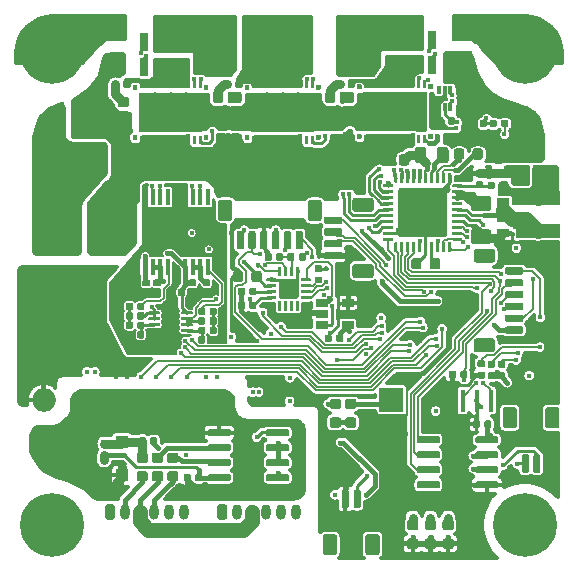
<source format=gbr>
G04 #@! TF.GenerationSoftware,KiCad,Pcbnew,(5.1.5)-2*
G04 #@! TF.CreationDate,2020-02-05T02:18:03-08:00*
G04 #@! TF.ProjectId,Motor_Gen2,4d6f746f-725f-4476-956e-322e6b696361,rev?*
G04 #@! TF.SameCoordinates,Original*
G04 #@! TF.FileFunction,Copper,L1,Top*
G04 #@! TF.FilePolarity,Positive*
%FSLAX46Y46*%
G04 Gerber Fmt 4.6, Leading zero omitted, Abs format (unit mm)*
G04 Created by KiCad (PCBNEW (5.1.5)-2) date 2020-02-05 02:18:03*
%MOMM*%
%LPD*%
G04 APERTURE LIST*
%ADD10R,1.100000X1.100000*%
%ADD11C,0.100000*%
%ADD12C,0.500000*%
%ADD13C,0.800000*%
%ADD14C,5.400000*%
%ADD15O,2.000000X2.000000*%
%ADD16R,2.000000X2.000000*%
%ADD17O,0.800000X1.300000*%
%ADD18R,0.300000X0.670000*%
%ADD19R,0.400000X1.900000*%
%ADD20R,1.060000X0.650000*%
%ADD21R,0.450000X1.450000*%
%ADD22R,1.200000X2.000000*%
%ADD23R,0.700000X1.500000*%
%ADD24R,2.950000X1.500000*%
%ADD25R,3.700000X1.200000*%
%ADD26R,1.100000X2.000000*%
%ADD27R,1.100000X0.800000*%
%ADD28C,2.000000*%
%ADD29C,0.381000*%
%ADD30C,1.270000*%
%ADD31C,0.254000*%
%ADD32C,0.381000*%
%ADD33C,0.762000*%
%ADD34C,0.152400*%
%ADD35C,0.406400*%
%ADD36C,0.355600*%
%ADD37C,0.203200*%
G04 APERTURE END LIST*
D10*
X85900000Y-115800000D03*
X85900000Y-113000000D03*
G04 #@! TA.AperFunction,SMDPad,CuDef*
D11*
G36*
X111610704Y-83350477D02*
G01*
X111620314Y-83351902D01*
X111629738Y-83354263D01*
X111638886Y-83357536D01*
X111647668Y-83361690D01*
X111656001Y-83366685D01*
X111663805Y-83372472D01*
X111671004Y-83378996D01*
X111677528Y-83386195D01*
X111683315Y-83393999D01*
X111688310Y-83402332D01*
X111692464Y-83411114D01*
X111695737Y-83420262D01*
X111698098Y-83429686D01*
X111699523Y-83439296D01*
X111700000Y-83449000D01*
X111700000Y-86551000D01*
X111699523Y-86560704D01*
X111698098Y-86570314D01*
X111695737Y-86579738D01*
X111692464Y-86588886D01*
X111688310Y-86597668D01*
X111683315Y-86606001D01*
X111677528Y-86613805D01*
X111671004Y-86621004D01*
X111663805Y-86627528D01*
X111656001Y-86633315D01*
X111647668Y-86638310D01*
X111638886Y-86642464D01*
X111629738Y-86645737D01*
X111620314Y-86648098D01*
X111610704Y-86649523D01*
X111601000Y-86650000D01*
X106399000Y-86650000D01*
X106389296Y-86649523D01*
X106379686Y-86648098D01*
X106370262Y-86645737D01*
X106361114Y-86642464D01*
X106352332Y-86638310D01*
X106343999Y-86633315D01*
X106336195Y-86627528D01*
X106328996Y-86621004D01*
X106322472Y-86613805D01*
X106316685Y-86606001D01*
X106311690Y-86597668D01*
X106307536Y-86588886D01*
X106304263Y-86579738D01*
X106301902Y-86570314D01*
X106300477Y-86560704D01*
X106300000Y-86551000D01*
X106300000Y-83449000D01*
X106300477Y-83439296D01*
X106301902Y-83429686D01*
X106304263Y-83420262D01*
X106307536Y-83411114D01*
X106311690Y-83402332D01*
X106316685Y-83393999D01*
X106322472Y-83386195D01*
X106328996Y-83378996D01*
X106336195Y-83372472D01*
X106343999Y-83366685D01*
X106352332Y-83361690D01*
X106361114Y-83357536D01*
X106370262Y-83354263D01*
X106379686Y-83351902D01*
X106389296Y-83350477D01*
X106399000Y-83350000D01*
X111601000Y-83350000D01*
X111610704Y-83350477D01*
G37*
G04 #@! TD.AperFunction*
G04 #@! TA.AperFunction,SMDPad,CuDef*
G36*
X111579901Y-82300241D02*
G01*
X111584755Y-82300961D01*
X111589514Y-82302153D01*
X111594134Y-82303806D01*
X111598570Y-82305904D01*
X111602779Y-82308427D01*
X111606720Y-82311349D01*
X111610355Y-82314645D01*
X111613651Y-82318280D01*
X111616573Y-82322221D01*
X111619096Y-82326430D01*
X111621194Y-82330866D01*
X111622847Y-82335486D01*
X111624039Y-82340245D01*
X111624759Y-82345099D01*
X111625000Y-82350000D01*
X111625000Y-82950000D01*
X111624759Y-82954901D01*
X111624039Y-82959755D01*
X111622847Y-82964514D01*
X111621194Y-82969134D01*
X111619096Y-82973570D01*
X111616573Y-82977779D01*
X111613651Y-82981720D01*
X111610355Y-82985355D01*
X111606720Y-82988651D01*
X111602779Y-82991573D01*
X111598570Y-82994096D01*
X111594134Y-82996194D01*
X111589514Y-82997847D01*
X111584755Y-82999039D01*
X111579901Y-82999759D01*
X111575000Y-83000000D01*
X111425000Y-83000000D01*
X111420099Y-82999759D01*
X111415245Y-82999039D01*
X111410486Y-82997847D01*
X111405866Y-82996194D01*
X111401430Y-82994096D01*
X111397221Y-82991573D01*
X111393280Y-82988651D01*
X111389645Y-82985355D01*
X111386349Y-82981720D01*
X111383427Y-82977779D01*
X111380904Y-82973570D01*
X111378806Y-82969134D01*
X111377153Y-82964514D01*
X111375961Y-82959755D01*
X111375241Y-82954901D01*
X111375000Y-82950000D01*
X111375000Y-82350000D01*
X111375241Y-82345099D01*
X111375961Y-82340245D01*
X111377153Y-82335486D01*
X111378806Y-82330866D01*
X111380904Y-82326430D01*
X111383427Y-82322221D01*
X111386349Y-82318280D01*
X111389645Y-82314645D01*
X111393280Y-82311349D01*
X111397221Y-82308427D01*
X111401430Y-82305904D01*
X111405866Y-82303806D01*
X111410486Y-82302153D01*
X111415245Y-82300961D01*
X111420099Y-82300241D01*
X111425000Y-82300000D01*
X111575000Y-82300000D01*
X111579901Y-82300241D01*
G37*
G04 #@! TD.AperFunction*
G04 #@! TA.AperFunction,SMDPad,CuDef*
G36*
X111079901Y-82300241D02*
G01*
X111084755Y-82300961D01*
X111089514Y-82302153D01*
X111094134Y-82303806D01*
X111098570Y-82305904D01*
X111102779Y-82308427D01*
X111106720Y-82311349D01*
X111110355Y-82314645D01*
X111113651Y-82318280D01*
X111116573Y-82322221D01*
X111119096Y-82326430D01*
X111121194Y-82330866D01*
X111122847Y-82335486D01*
X111124039Y-82340245D01*
X111124759Y-82345099D01*
X111125000Y-82350000D01*
X111125000Y-82950000D01*
X111124759Y-82954901D01*
X111124039Y-82959755D01*
X111122847Y-82964514D01*
X111121194Y-82969134D01*
X111119096Y-82973570D01*
X111116573Y-82977779D01*
X111113651Y-82981720D01*
X111110355Y-82985355D01*
X111106720Y-82988651D01*
X111102779Y-82991573D01*
X111098570Y-82994096D01*
X111094134Y-82996194D01*
X111089514Y-82997847D01*
X111084755Y-82999039D01*
X111079901Y-82999759D01*
X111075000Y-83000000D01*
X110925000Y-83000000D01*
X110920099Y-82999759D01*
X110915245Y-82999039D01*
X110910486Y-82997847D01*
X110905866Y-82996194D01*
X110901430Y-82994096D01*
X110897221Y-82991573D01*
X110893280Y-82988651D01*
X110889645Y-82985355D01*
X110886349Y-82981720D01*
X110883427Y-82977779D01*
X110880904Y-82973570D01*
X110878806Y-82969134D01*
X110877153Y-82964514D01*
X110875961Y-82959755D01*
X110875241Y-82954901D01*
X110875000Y-82950000D01*
X110875000Y-82350000D01*
X110875241Y-82345099D01*
X110875961Y-82340245D01*
X110877153Y-82335486D01*
X110878806Y-82330866D01*
X110880904Y-82326430D01*
X110883427Y-82322221D01*
X110886349Y-82318280D01*
X110889645Y-82314645D01*
X110893280Y-82311349D01*
X110897221Y-82308427D01*
X110901430Y-82305904D01*
X110905866Y-82303806D01*
X110910486Y-82302153D01*
X110915245Y-82300961D01*
X110920099Y-82300241D01*
X110925000Y-82300000D01*
X111075000Y-82300000D01*
X111079901Y-82300241D01*
G37*
G04 #@! TD.AperFunction*
G04 #@! TA.AperFunction,SMDPad,CuDef*
G36*
X110579901Y-82300241D02*
G01*
X110584755Y-82300961D01*
X110589514Y-82302153D01*
X110594134Y-82303806D01*
X110598570Y-82305904D01*
X110602779Y-82308427D01*
X110606720Y-82311349D01*
X110610355Y-82314645D01*
X110613651Y-82318280D01*
X110616573Y-82322221D01*
X110619096Y-82326430D01*
X110621194Y-82330866D01*
X110622847Y-82335486D01*
X110624039Y-82340245D01*
X110624759Y-82345099D01*
X110625000Y-82350000D01*
X110625000Y-82950000D01*
X110624759Y-82954901D01*
X110624039Y-82959755D01*
X110622847Y-82964514D01*
X110621194Y-82969134D01*
X110619096Y-82973570D01*
X110616573Y-82977779D01*
X110613651Y-82981720D01*
X110610355Y-82985355D01*
X110606720Y-82988651D01*
X110602779Y-82991573D01*
X110598570Y-82994096D01*
X110594134Y-82996194D01*
X110589514Y-82997847D01*
X110584755Y-82999039D01*
X110579901Y-82999759D01*
X110575000Y-83000000D01*
X110425000Y-83000000D01*
X110420099Y-82999759D01*
X110415245Y-82999039D01*
X110410486Y-82997847D01*
X110405866Y-82996194D01*
X110401430Y-82994096D01*
X110397221Y-82991573D01*
X110393280Y-82988651D01*
X110389645Y-82985355D01*
X110386349Y-82981720D01*
X110383427Y-82977779D01*
X110380904Y-82973570D01*
X110378806Y-82969134D01*
X110377153Y-82964514D01*
X110375961Y-82959755D01*
X110375241Y-82954901D01*
X110375000Y-82950000D01*
X110375000Y-82350000D01*
X110375241Y-82345099D01*
X110375961Y-82340245D01*
X110377153Y-82335486D01*
X110378806Y-82330866D01*
X110380904Y-82326430D01*
X110383427Y-82322221D01*
X110386349Y-82318280D01*
X110389645Y-82314645D01*
X110393280Y-82311349D01*
X110397221Y-82308427D01*
X110401430Y-82305904D01*
X110405866Y-82303806D01*
X110410486Y-82302153D01*
X110415245Y-82300961D01*
X110420099Y-82300241D01*
X110425000Y-82300000D01*
X110575000Y-82300000D01*
X110579901Y-82300241D01*
G37*
G04 #@! TD.AperFunction*
G04 #@! TA.AperFunction,SMDPad,CuDef*
G36*
X110079901Y-82300241D02*
G01*
X110084755Y-82300961D01*
X110089514Y-82302153D01*
X110094134Y-82303806D01*
X110098570Y-82305904D01*
X110102779Y-82308427D01*
X110106720Y-82311349D01*
X110110355Y-82314645D01*
X110113651Y-82318280D01*
X110116573Y-82322221D01*
X110119096Y-82326430D01*
X110121194Y-82330866D01*
X110122847Y-82335486D01*
X110124039Y-82340245D01*
X110124759Y-82345099D01*
X110125000Y-82350000D01*
X110125000Y-82950000D01*
X110124759Y-82954901D01*
X110124039Y-82959755D01*
X110122847Y-82964514D01*
X110121194Y-82969134D01*
X110119096Y-82973570D01*
X110116573Y-82977779D01*
X110113651Y-82981720D01*
X110110355Y-82985355D01*
X110106720Y-82988651D01*
X110102779Y-82991573D01*
X110098570Y-82994096D01*
X110094134Y-82996194D01*
X110089514Y-82997847D01*
X110084755Y-82999039D01*
X110079901Y-82999759D01*
X110075000Y-83000000D01*
X109925000Y-83000000D01*
X109920099Y-82999759D01*
X109915245Y-82999039D01*
X109910486Y-82997847D01*
X109905866Y-82996194D01*
X109901430Y-82994096D01*
X109897221Y-82991573D01*
X109893280Y-82988651D01*
X109889645Y-82985355D01*
X109886349Y-82981720D01*
X109883427Y-82977779D01*
X109880904Y-82973570D01*
X109878806Y-82969134D01*
X109877153Y-82964514D01*
X109875961Y-82959755D01*
X109875241Y-82954901D01*
X109875000Y-82950000D01*
X109875000Y-82350000D01*
X109875241Y-82345099D01*
X109875961Y-82340245D01*
X109877153Y-82335486D01*
X109878806Y-82330866D01*
X109880904Y-82326430D01*
X109883427Y-82322221D01*
X109886349Y-82318280D01*
X109889645Y-82314645D01*
X109893280Y-82311349D01*
X109897221Y-82308427D01*
X109901430Y-82305904D01*
X109905866Y-82303806D01*
X109910486Y-82302153D01*
X109915245Y-82300961D01*
X109920099Y-82300241D01*
X109925000Y-82300000D01*
X110075000Y-82300000D01*
X110079901Y-82300241D01*
G37*
G04 #@! TD.AperFunction*
G04 #@! TA.AperFunction,SMDPad,CuDef*
G36*
X109579901Y-82300241D02*
G01*
X109584755Y-82300961D01*
X109589514Y-82302153D01*
X109594134Y-82303806D01*
X109598570Y-82305904D01*
X109602779Y-82308427D01*
X109606720Y-82311349D01*
X109610355Y-82314645D01*
X109613651Y-82318280D01*
X109616573Y-82322221D01*
X109619096Y-82326430D01*
X109621194Y-82330866D01*
X109622847Y-82335486D01*
X109624039Y-82340245D01*
X109624759Y-82345099D01*
X109625000Y-82350000D01*
X109625000Y-82950000D01*
X109624759Y-82954901D01*
X109624039Y-82959755D01*
X109622847Y-82964514D01*
X109621194Y-82969134D01*
X109619096Y-82973570D01*
X109616573Y-82977779D01*
X109613651Y-82981720D01*
X109610355Y-82985355D01*
X109606720Y-82988651D01*
X109602779Y-82991573D01*
X109598570Y-82994096D01*
X109594134Y-82996194D01*
X109589514Y-82997847D01*
X109584755Y-82999039D01*
X109579901Y-82999759D01*
X109575000Y-83000000D01*
X109425000Y-83000000D01*
X109420099Y-82999759D01*
X109415245Y-82999039D01*
X109410486Y-82997847D01*
X109405866Y-82996194D01*
X109401430Y-82994096D01*
X109397221Y-82991573D01*
X109393280Y-82988651D01*
X109389645Y-82985355D01*
X109386349Y-82981720D01*
X109383427Y-82977779D01*
X109380904Y-82973570D01*
X109378806Y-82969134D01*
X109377153Y-82964514D01*
X109375961Y-82959755D01*
X109375241Y-82954901D01*
X109375000Y-82950000D01*
X109375000Y-82350000D01*
X109375241Y-82345099D01*
X109375961Y-82340245D01*
X109377153Y-82335486D01*
X109378806Y-82330866D01*
X109380904Y-82326430D01*
X109383427Y-82322221D01*
X109386349Y-82318280D01*
X109389645Y-82314645D01*
X109393280Y-82311349D01*
X109397221Y-82308427D01*
X109401430Y-82305904D01*
X109405866Y-82303806D01*
X109410486Y-82302153D01*
X109415245Y-82300961D01*
X109420099Y-82300241D01*
X109425000Y-82300000D01*
X109575000Y-82300000D01*
X109579901Y-82300241D01*
G37*
G04 #@! TD.AperFunction*
G04 #@! TA.AperFunction,SMDPad,CuDef*
G36*
X109079901Y-82300241D02*
G01*
X109084755Y-82300961D01*
X109089514Y-82302153D01*
X109094134Y-82303806D01*
X109098570Y-82305904D01*
X109102779Y-82308427D01*
X109106720Y-82311349D01*
X109110355Y-82314645D01*
X109113651Y-82318280D01*
X109116573Y-82322221D01*
X109119096Y-82326430D01*
X109121194Y-82330866D01*
X109122847Y-82335486D01*
X109124039Y-82340245D01*
X109124759Y-82345099D01*
X109125000Y-82350000D01*
X109125000Y-82950000D01*
X109124759Y-82954901D01*
X109124039Y-82959755D01*
X109122847Y-82964514D01*
X109121194Y-82969134D01*
X109119096Y-82973570D01*
X109116573Y-82977779D01*
X109113651Y-82981720D01*
X109110355Y-82985355D01*
X109106720Y-82988651D01*
X109102779Y-82991573D01*
X109098570Y-82994096D01*
X109094134Y-82996194D01*
X109089514Y-82997847D01*
X109084755Y-82999039D01*
X109079901Y-82999759D01*
X109075000Y-83000000D01*
X108925000Y-83000000D01*
X108920099Y-82999759D01*
X108915245Y-82999039D01*
X108910486Y-82997847D01*
X108905866Y-82996194D01*
X108901430Y-82994096D01*
X108897221Y-82991573D01*
X108893280Y-82988651D01*
X108889645Y-82985355D01*
X108886349Y-82981720D01*
X108883427Y-82977779D01*
X108880904Y-82973570D01*
X108878806Y-82969134D01*
X108877153Y-82964514D01*
X108875961Y-82959755D01*
X108875241Y-82954901D01*
X108875000Y-82950000D01*
X108875000Y-82350000D01*
X108875241Y-82345099D01*
X108875961Y-82340245D01*
X108877153Y-82335486D01*
X108878806Y-82330866D01*
X108880904Y-82326430D01*
X108883427Y-82322221D01*
X108886349Y-82318280D01*
X108889645Y-82314645D01*
X108893280Y-82311349D01*
X108897221Y-82308427D01*
X108901430Y-82305904D01*
X108905866Y-82303806D01*
X108910486Y-82302153D01*
X108915245Y-82300961D01*
X108920099Y-82300241D01*
X108925000Y-82300000D01*
X109075000Y-82300000D01*
X109079901Y-82300241D01*
G37*
G04 #@! TD.AperFunction*
G04 #@! TA.AperFunction,SMDPad,CuDef*
G36*
X108579901Y-82300241D02*
G01*
X108584755Y-82300961D01*
X108589514Y-82302153D01*
X108594134Y-82303806D01*
X108598570Y-82305904D01*
X108602779Y-82308427D01*
X108606720Y-82311349D01*
X108610355Y-82314645D01*
X108613651Y-82318280D01*
X108616573Y-82322221D01*
X108619096Y-82326430D01*
X108621194Y-82330866D01*
X108622847Y-82335486D01*
X108624039Y-82340245D01*
X108624759Y-82345099D01*
X108625000Y-82350000D01*
X108625000Y-82950000D01*
X108624759Y-82954901D01*
X108624039Y-82959755D01*
X108622847Y-82964514D01*
X108621194Y-82969134D01*
X108619096Y-82973570D01*
X108616573Y-82977779D01*
X108613651Y-82981720D01*
X108610355Y-82985355D01*
X108606720Y-82988651D01*
X108602779Y-82991573D01*
X108598570Y-82994096D01*
X108594134Y-82996194D01*
X108589514Y-82997847D01*
X108584755Y-82999039D01*
X108579901Y-82999759D01*
X108575000Y-83000000D01*
X108425000Y-83000000D01*
X108420099Y-82999759D01*
X108415245Y-82999039D01*
X108410486Y-82997847D01*
X108405866Y-82996194D01*
X108401430Y-82994096D01*
X108397221Y-82991573D01*
X108393280Y-82988651D01*
X108389645Y-82985355D01*
X108386349Y-82981720D01*
X108383427Y-82977779D01*
X108380904Y-82973570D01*
X108378806Y-82969134D01*
X108377153Y-82964514D01*
X108375961Y-82959755D01*
X108375241Y-82954901D01*
X108375000Y-82950000D01*
X108375000Y-82350000D01*
X108375241Y-82345099D01*
X108375961Y-82340245D01*
X108377153Y-82335486D01*
X108378806Y-82330866D01*
X108380904Y-82326430D01*
X108383427Y-82322221D01*
X108386349Y-82318280D01*
X108389645Y-82314645D01*
X108393280Y-82311349D01*
X108397221Y-82308427D01*
X108401430Y-82305904D01*
X108405866Y-82303806D01*
X108410486Y-82302153D01*
X108415245Y-82300961D01*
X108420099Y-82300241D01*
X108425000Y-82300000D01*
X108575000Y-82300000D01*
X108579901Y-82300241D01*
G37*
G04 #@! TD.AperFunction*
G04 #@! TA.AperFunction,SMDPad,CuDef*
G36*
X108079901Y-82300241D02*
G01*
X108084755Y-82300961D01*
X108089514Y-82302153D01*
X108094134Y-82303806D01*
X108098570Y-82305904D01*
X108102779Y-82308427D01*
X108106720Y-82311349D01*
X108110355Y-82314645D01*
X108113651Y-82318280D01*
X108116573Y-82322221D01*
X108119096Y-82326430D01*
X108121194Y-82330866D01*
X108122847Y-82335486D01*
X108124039Y-82340245D01*
X108124759Y-82345099D01*
X108125000Y-82350000D01*
X108125000Y-82950000D01*
X108124759Y-82954901D01*
X108124039Y-82959755D01*
X108122847Y-82964514D01*
X108121194Y-82969134D01*
X108119096Y-82973570D01*
X108116573Y-82977779D01*
X108113651Y-82981720D01*
X108110355Y-82985355D01*
X108106720Y-82988651D01*
X108102779Y-82991573D01*
X108098570Y-82994096D01*
X108094134Y-82996194D01*
X108089514Y-82997847D01*
X108084755Y-82999039D01*
X108079901Y-82999759D01*
X108075000Y-83000000D01*
X107925000Y-83000000D01*
X107920099Y-82999759D01*
X107915245Y-82999039D01*
X107910486Y-82997847D01*
X107905866Y-82996194D01*
X107901430Y-82994096D01*
X107897221Y-82991573D01*
X107893280Y-82988651D01*
X107889645Y-82985355D01*
X107886349Y-82981720D01*
X107883427Y-82977779D01*
X107880904Y-82973570D01*
X107878806Y-82969134D01*
X107877153Y-82964514D01*
X107875961Y-82959755D01*
X107875241Y-82954901D01*
X107875000Y-82950000D01*
X107875000Y-82350000D01*
X107875241Y-82345099D01*
X107875961Y-82340245D01*
X107877153Y-82335486D01*
X107878806Y-82330866D01*
X107880904Y-82326430D01*
X107883427Y-82322221D01*
X107886349Y-82318280D01*
X107889645Y-82314645D01*
X107893280Y-82311349D01*
X107897221Y-82308427D01*
X107901430Y-82305904D01*
X107905866Y-82303806D01*
X107910486Y-82302153D01*
X107915245Y-82300961D01*
X107920099Y-82300241D01*
X107925000Y-82300000D01*
X108075000Y-82300000D01*
X108079901Y-82300241D01*
G37*
G04 #@! TD.AperFunction*
G04 #@! TA.AperFunction,SMDPad,CuDef*
G36*
X107579901Y-82300241D02*
G01*
X107584755Y-82300961D01*
X107589514Y-82302153D01*
X107594134Y-82303806D01*
X107598570Y-82305904D01*
X107602779Y-82308427D01*
X107606720Y-82311349D01*
X107610355Y-82314645D01*
X107613651Y-82318280D01*
X107616573Y-82322221D01*
X107619096Y-82326430D01*
X107621194Y-82330866D01*
X107622847Y-82335486D01*
X107624039Y-82340245D01*
X107624759Y-82345099D01*
X107625000Y-82350000D01*
X107625000Y-82950000D01*
X107624759Y-82954901D01*
X107624039Y-82959755D01*
X107622847Y-82964514D01*
X107621194Y-82969134D01*
X107619096Y-82973570D01*
X107616573Y-82977779D01*
X107613651Y-82981720D01*
X107610355Y-82985355D01*
X107606720Y-82988651D01*
X107602779Y-82991573D01*
X107598570Y-82994096D01*
X107594134Y-82996194D01*
X107589514Y-82997847D01*
X107584755Y-82999039D01*
X107579901Y-82999759D01*
X107575000Y-83000000D01*
X107425000Y-83000000D01*
X107420099Y-82999759D01*
X107415245Y-82999039D01*
X107410486Y-82997847D01*
X107405866Y-82996194D01*
X107401430Y-82994096D01*
X107397221Y-82991573D01*
X107393280Y-82988651D01*
X107389645Y-82985355D01*
X107386349Y-82981720D01*
X107383427Y-82977779D01*
X107380904Y-82973570D01*
X107378806Y-82969134D01*
X107377153Y-82964514D01*
X107375961Y-82959755D01*
X107375241Y-82954901D01*
X107375000Y-82950000D01*
X107375000Y-82350000D01*
X107375241Y-82345099D01*
X107375961Y-82340245D01*
X107377153Y-82335486D01*
X107378806Y-82330866D01*
X107380904Y-82326430D01*
X107383427Y-82322221D01*
X107386349Y-82318280D01*
X107389645Y-82314645D01*
X107393280Y-82311349D01*
X107397221Y-82308427D01*
X107401430Y-82305904D01*
X107405866Y-82303806D01*
X107410486Y-82302153D01*
X107415245Y-82300961D01*
X107420099Y-82300241D01*
X107425000Y-82300000D01*
X107575000Y-82300000D01*
X107579901Y-82300241D01*
G37*
G04 #@! TD.AperFunction*
G04 #@! TA.AperFunction,SMDPad,CuDef*
G36*
X107079901Y-82300241D02*
G01*
X107084755Y-82300961D01*
X107089514Y-82302153D01*
X107094134Y-82303806D01*
X107098570Y-82305904D01*
X107102779Y-82308427D01*
X107106720Y-82311349D01*
X107110355Y-82314645D01*
X107113651Y-82318280D01*
X107116573Y-82322221D01*
X107119096Y-82326430D01*
X107121194Y-82330866D01*
X107122847Y-82335486D01*
X107124039Y-82340245D01*
X107124759Y-82345099D01*
X107125000Y-82350000D01*
X107125000Y-82950000D01*
X107124759Y-82954901D01*
X107124039Y-82959755D01*
X107122847Y-82964514D01*
X107121194Y-82969134D01*
X107119096Y-82973570D01*
X107116573Y-82977779D01*
X107113651Y-82981720D01*
X107110355Y-82985355D01*
X107106720Y-82988651D01*
X107102779Y-82991573D01*
X107098570Y-82994096D01*
X107094134Y-82996194D01*
X107089514Y-82997847D01*
X107084755Y-82999039D01*
X107079901Y-82999759D01*
X107075000Y-83000000D01*
X106925000Y-83000000D01*
X106920099Y-82999759D01*
X106915245Y-82999039D01*
X106910486Y-82997847D01*
X106905866Y-82996194D01*
X106901430Y-82994096D01*
X106897221Y-82991573D01*
X106893280Y-82988651D01*
X106889645Y-82985355D01*
X106886349Y-82981720D01*
X106883427Y-82977779D01*
X106880904Y-82973570D01*
X106878806Y-82969134D01*
X106877153Y-82964514D01*
X106875961Y-82959755D01*
X106875241Y-82954901D01*
X106875000Y-82950000D01*
X106875000Y-82350000D01*
X106875241Y-82345099D01*
X106875961Y-82340245D01*
X106877153Y-82335486D01*
X106878806Y-82330866D01*
X106880904Y-82326430D01*
X106883427Y-82322221D01*
X106886349Y-82318280D01*
X106889645Y-82314645D01*
X106893280Y-82311349D01*
X106897221Y-82308427D01*
X106901430Y-82305904D01*
X106905866Y-82303806D01*
X106910486Y-82302153D01*
X106915245Y-82300961D01*
X106920099Y-82300241D01*
X106925000Y-82300000D01*
X107075000Y-82300000D01*
X107079901Y-82300241D01*
G37*
G04 #@! TD.AperFunction*
G04 #@! TA.AperFunction,SMDPad,CuDef*
G36*
X106579901Y-82300241D02*
G01*
X106584755Y-82300961D01*
X106589514Y-82302153D01*
X106594134Y-82303806D01*
X106598570Y-82305904D01*
X106602779Y-82308427D01*
X106606720Y-82311349D01*
X106610355Y-82314645D01*
X106613651Y-82318280D01*
X106616573Y-82322221D01*
X106619096Y-82326430D01*
X106621194Y-82330866D01*
X106622847Y-82335486D01*
X106624039Y-82340245D01*
X106624759Y-82345099D01*
X106625000Y-82350000D01*
X106625000Y-82950000D01*
X106624759Y-82954901D01*
X106624039Y-82959755D01*
X106622847Y-82964514D01*
X106621194Y-82969134D01*
X106619096Y-82973570D01*
X106616573Y-82977779D01*
X106613651Y-82981720D01*
X106610355Y-82985355D01*
X106606720Y-82988651D01*
X106602779Y-82991573D01*
X106598570Y-82994096D01*
X106594134Y-82996194D01*
X106589514Y-82997847D01*
X106584755Y-82999039D01*
X106579901Y-82999759D01*
X106575000Y-83000000D01*
X106425000Y-83000000D01*
X106420099Y-82999759D01*
X106415245Y-82999039D01*
X106410486Y-82997847D01*
X106405866Y-82996194D01*
X106401430Y-82994096D01*
X106397221Y-82991573D01*
X106393280Y-82988651D01*
X106389645Y-82985355D01*
X106386349Y-82981720D01*
X106383427Y-82977779D01*
X106380904Y-82973570D01*
X106378806Y-82969134D01*
X106377153Y-82964514D01*
X106375961Y-82959755D01*
X106375241Y-82954901D01*
X106375000Y-82950000D01*
X106375000Y-82350000D01*
X106375241Y-82345099D01*
X106375961Y-82340245D01*
X106377153Y-82335486D01*
X106378806Y-82330866D01*
X106380904Y-82326430D01*
X106383427Y-82322221D01*
X106386349Y-82318280D01*
X106389645Y-82314645D01*
X106393280Y-82311349D01*
X106397221Y-82308427D01*
X106401430Y-82305904D01*
X106405866Y-82303806D01*
X106410486Y-82302153D01*
X106415245Y-82300961D01*
X106420099Y-82300241D01*
X106425000Y-82300000D01*
X106575000Y-82300000D01*
X106579901Y-82300241D01*
G37*
G04 #@! TD.AperFunction*
G04 #@! TA.AperFunction,SMDPad,CuDef*
G36*
X106579901Y-87000241D02*
G01*
X106584755Y-87000961D01*
X106589514Y-87002153D01*
X106594134Y-87003806D01*
X106598570Y-87005904D01*
X106602779Y-87008427D01*
X106606720Y-87011349D01*
X106610355Y-87014645D01*
X106613651Y-87018280D01*
X106616573Y-87022221D01*
X106619096Y-87026430D01*
X106621194Y-87030866D01*
X106622847Y-87035486D01*
X106624039Y-87040245D01*
X106624759Y-87045099D01*
X106625000Y-87050000D01*
X106625000Y-87650000D01*
X106624759Y-87654901D01*
X106624039Y-87659755D01*
X106622847Y-87664514D01*
X106621194Y-87669134D01*
X106619096Y-87673570D01*
X106616573Y-87677779D01*
X106613651Y-87681720D01*
X106610355Y-87685355D01*
X106606720Y-87688651D01*
X106602779Y-87691573D01*
X106598570Y-87694096D01*
X106594134Y-87696194D01*
X106589514Y-87697847D01*
X106584755Y-87699039D01*
X106579901Y-87699759D01*
X106575000Y-87700000D01*
X106425000Y-87700000D01*
X106420099Y-87699759D01*
X106415245Y-87699039D01*
X106410486Y-87697847D01*
X106405866Y-87696194D01*
X106401430Y-87694096D01*
X106397221Y-87691573D01*
X106393280Y-87688651D01*
X106389645Y-87685355D01*
X106386349Y-87681720D01*
X106383427Y-87677779D01*
X106380904Y-87673570D01*
X106378806Y-87669134D01*
X106377153Y-87664514D01*
X106375961Y-87659755D01*
X106375241Y-87654901D01*
X106375000Y-87650000D01*
X106375000Y-87050000D01*
X106375241Y-87045099D01*
X106375961Y-87040245D01*
X106377153Y-87035486D01*
X106378806Y-87030866D01*
X106380904Y-87026430D01*
X106383427Y-87022221D01*
X106386349Y-87018280D01*
X106389645Y-87014645D01*
X106393280Y-87011349D01*
X106397221Y-87008427D01*
X106401430Y-87005904D01*
X106405866Y-87003806D01*
X106410486Y-87002153D01*
X106415245Y-87000961D01*
X106420099Y-87000241D01*
X106425000Y-87000000D01*
X106575000Y-87000000D01*
X106579901Y-87000241D01*
G37*
G04 #@! TD.AperFunction*
G04 #@! TA.AperFunction,SMDPad,CuDef*
G36*
X107079901Y-87000241D02*
G01*
X107084755Y-87000961D01*
X107089514Y-87002153D01*
X107094134Y-87003806D01*
X107098570Y-87005904D01*
X107102779Y-87008427D01*
X107106720Y-87011349D01*
X107110355Y-87014645D01*
X107113651Y-87018280D01*
X107116573Y-87022221D01*
X107119096Y-87026430D01*
X107121194Y-87030866D01*
X107122847Y-87035486D01*
X107124039Y-87040245D01*
X107124759Y-87045099D01*
X107125000Y-87050000D01*
X107125000Y-87650000D01*
X107124759Y-87654901D01*
X107124039Y-87659755D01*
X107122847Y-87664514D01*
X107121194Y-87669134D01*
X107119096Y-87673570D01*
X107116573Y-87677779D01*
X107113651Y-87681720D01*
X107110355Y-87685355D01*
X107106720Y-87688651D01*
X107102779Y-87691573D01*
X107098570Y-87694096D01*
X107094134Y-87696194D01*
X107089514Y-87697847D01*
X107084755Y-87699039D01*
X107079901Y-87699759D01*
X107075000Y-87700000D01*
X106925000Y-87700000D01*
X106920099Y-87699759D01*
X106915245Y-87699039D01*
X106910486Y-87697847D01*
X106905866Y-87696194D01*
X106901430Y-87694096D01*
X106897221Y-87691573D01*
X106893280Y-87688651D01*
X106889645Y-87685355D01*
X106886349Y-87681720D01*
X106883427Y-87677779D01*
X106880904Y-87673570D01*
X106878806Y-87669134D01*
X106877153Y-87664514D01*
X106875961Y-87659755D01*
X106875241Y-87654901D01*
X106875000Y-87650000D01*
X106875000Y-87050000D01*
X106875241Y-87045099D01*
X106875961Y-87040245D01*
X106877153Y-87035486D01*
X106878806Y-87030866D01*
X106880904Y-87026430D01*
X106883427Y-87022221D01*
X106886349Y-87018280D01*
X106889645Y-87014645D01*
X106893280Y-87011349D01*
X106897221Y-87008427D01*
X106901430Y-87005904D01*
X106905866Y-87003806D01*
X106910486Y-87002153D01*
X106915245Y-87000961D01*
X106920099Y-87000241D01*
X106925000Y-87000000D01*
X107075000Y-87000000D01*
X107079901Y-87000241D01*
G37*
G04 #@! TD.AperFunction*
G04 #@! TA.AperFunction,SMDPad,CuDef*
G36*
X107579901Y-87000241D02*
G01*
X107584755Y-87000961D01*
X107589514Y-87002153D01*
X107594134Y-87003806D01*
X107598570Y-87005904D01*
X107602779Y-87008427D01*
X107606720Y-87011349D01*
X107610355Y-87014645D01*
X107613651Y-87018280D01*
X107616573Y-87022221D01*
X107619096Y-87026430D01*
X107621194Y-87030866D01*
X107622847Y-87035486D01*
X107624039Y-87040245D01*
X107624759Y-87045099D01*
X107625000Y-87050000D01*
X107625000Y-87650000D01*
X107624759Y-87654901D01*
X107624039Y-87659755D01*
X107622847Y-87664514D01*
X107621194Y-87669134D01*
X107619096Y-87673570D01*
X107616573Y-87677779D01*
X107613651Y-87681720D01*
X107610355Y-87685355D01*
X107606720Y-87688651D01*
X107602779Y-87691573D01*
X107598570Y-87694096D01*
X107594134Y-87696194D01*
X107589514Y-87697847D01*
X107584755Y-87699039D01*
X107579901Y-87699759D01*
X107575000Y-87700000D01*
X107425000Y-87700000D01*
X107420099Y-87699759D01*
X107415245Y-87699039D01*
X107410486Y-87697847D01*
X107405866Y-87696194D01*
X107401430Y-87694096D01*
X107397221Y-87691573D01*
X107393280Y-87688651D01*
X107389645Y-87685355D01*
X107386349Y-87681720D01*
X107383427Y-87677779D01*
X107380904Y-87673570D01*
X107378806Y-87669134D01*
X107377153Y-87664514D01*
X107375961Y-87659755D01*
X107375241Y-87654901D01*
X107375000Y-87650000D01*
X107375000Y-87050000D01*
X107375241Y-87045099D01*
X107375961Y-87040245D01*
X107377153Y-87035486D01*
X107378806Y-87030866D01*
X107380904Y-87026430D01*
X107383427Y-87022221D01*
X107386349Y-87018280D01*
X107389645Y-87014645D01*
X107393280Y-87011349D01*
X107397221Y-87008427D01*
X107401430Y-87005904D01*
X107405866Y-87003806D01*
X107410486Y-87002153D01*
X107415245Y-87000961D01*
X107420099Y-87000241D01*
X107425000Y-87000000D01*
X107575000Y-87000000D01*
X107579901Y-87000241D01*
G37*
G04 #@! TD.AperFunction*
G04 #@! TA.AperFunction,SMDPad,CuDef*
G36*
X108079901Y-87000241D02*
G01*
X108084755Y-87000961D01*
X108089514Y-87002153D01*
X108094134Y-87003806D01*
X108098570Y-87005904D01*
X108102779Y-87008427D01*
X108106720Y-87011349D01*
X108110355Y-87014645D01*
X108113651Y-87018280D01*
X108116573Y-87022221D01*
X108119096Y-87026430D01*
X108121194Y-87030866D01*
X108122847Y-87035486D01*
X108124039Y-87040245D01*
X108124759Y-87045099D01*
X108125000Y-87050000D01*
X108125000Y-87650000D01*
X108124759Y-87654901D01*
X108124039Y-87659755D01*
X108122847Y-87664514D01*
X108121194Y-87669134D01*
X108119096Y-87673570D01*
X108116573Y-87677779D01*
X108113651Y-87681720D01*
X108110355Y-87685355D01*
X108106720Y-87688651D01*
X108102779Y-87691573D01*
X108098570Y-87694096D01*
X108094134Y-87696194D01*
X108089514Y-87697847D01*
X108084755Y-87699039D01*
X108079901Y-87699759D01*
X108075000Y-87700000D01*
X107925000Y-87700000D01*
X107920099Y-87699759D01*
X107915245Y-87699039D01*
X107910486Y-87697847D01*
X107905866Y-87696194D01*
X107901430Y-87694096D01*
X107897221Y-87691573D01*
X107893280Y-87688651D01*
X107889645Y-87685355D01*
X107886349Y-87681720D01*
X107883427Y-87677779D01*
X107880904Y-87673570D01*
X107878806Y-87669134D01*
X107877153Y-87664514D01*
X107875961Y-87659755D01*
X107875241Y-87654901D01*
X107875000Y-87650000D01*
X107875000Y-87050000D01*
X107875241Y-87045099D01*
X107875961Y-87040245D01*
X107877153Y-87035486D01*
X107878806Y-87030866D01*
X107880904Y-87026430D01*
X107883427Y-87022221D01*
X107886349Y-87018280D01*
X107889645Y-87014645D01*
X107893280Y-87011349D01*
X107897221Y-87008427D01*
X107901430Y-87005904D01*
X107905866Y-87003806D01*
X107910486Y-87002153D01*
X107915245Y-87000961D01*
X107920099Y-87000241D01*
X107925000Y-87000000D01*
X108075000Y-87000000D01*
X108079901Y-87000241D01*
G37*
G04 #@! TD.AperFunction*
G04 #@! TA.AperFunction,SMDPad,CuDef*
G36*
X108579901Y-87000241D02*
G01*
X108584755Y-87000961D01*
X108589514Y-87002153D01*
X108594134Y-87003806D01*
X108598570Y-87005904D01*
X108602779Y-87008427D01*
X108606720Y-87011349D01*
X108610355Y-87014645D01*
X108613651Y-87018280D01*
X108616573Y-87022221D01*
X108619096Y-87026430D01*
X108621194Y-87030866D01*
X108622847Y-87035486D01*
X108624039Y-87040245D01*
X108624759Y-87045099D01*
X108625000Y-87050000D01*
X108625000Y-87650000D01*
X108624759Y-87654901D01*
X108624039Y-87659755D01*
X108622847Y-87664514D01*
X108621194Y-87669134D01*
X108619096Y-87673570D01*
X108616573Y-87677779D01*
X108613651Y-87681720D01*
X108610355Y-87685355D01*
X108606720Y-87688651D01*
X108602779Y-87691573D01*
X108598570Y-87694096D01*
X108594134Y-87696194D01*
X108589514Y-87697847D01*
X108584755Y-87699039D01*
X108579901Y-87699759D01*
X108575000Y-87700000D01*
X108425000Y-87700000D01*
X108420099Y-87699759D01*
X108415245Y-87699039D01*
X108410486Y-87697847D01*
X108405866Y-87696194D01*
X108401430Y-87694096D01*
X108397221Y-87691573D01*
X108393280Y-87688651D01*
X108389645Y-87685355D01*
X108386349Y-87681720D01*
X108383427Y-87677779D01*
X108380904Y-87673570D01*
X108378806Y-87669134D01*
X108377153Y-87664514D01*
X108375961Y-87659755D01*
X108375241Y-87654901D01*
X108375000Y-87650000D01*
X108375000Y-87050000D01*
X108375241Y-87045099D01*
X108375961Y-87040245D01*
X108377153Y-87035486D01*
X108378806Y-87030866D01*
X108380904Y-87026430D01*
X108383427Y-87022221D01*
X108386349Y-87018280D01*
X108389645Y-87014645D01*
X108393280Y-87011349D01*
X108397221Y-87008427D01*
X108401430Y-87005904D01*
X108405866Y-87003806D01*
X108410486Y-87002153D01*
X108415245Y-87000961D01*
X108420099Y-87000241D01*
X108425000Y-87000000D01*
X108575000Y-87000000D01*
X108579901Y-87000241D01*
G37*
G04 #@! TD.AperFunction*
G04 #@! TA.AperFunction,SMDPad,CuDef*
G36*
X109079901Y-87000241D02*
G01*
X109084755Y-87000961D01*
X109089514Y-87002153D01*
X109094134Y-87003806D01*
X109098570Y-87005904D01*
X109102779Y-87008427D01*
X109106720Y-87011349D01*
X109110355Y-87014645D01*
X109113651Y-87018280D01*
X109116573Y-87022221D01*
X109119096Y-87026430D01*
X109121194Y-87030866D01*
X109122847Y-87035486D01*
X109124039Y-87040245D01*
X109124759Y-87045099D01*
X109125000Y-87050000D01*
X109125000Y-87650000D01*
X109124759Y-87654901D01*
X109124039Y-87659755D01*
X109122847Y-87664514D01*
X109121194Y-87669134D01*
X109119096Y-87673570D01*
X109116573Y-87677779D01*
X109113651Y-87681720D01*
X109110355Y-87685355D01*
X109106720Y-87688651D01*
X109102779Y-87691573D01*
X109098570Y-87694096D01*
X109094134Y-87696194D01*
X109089514Y-87697847D01*
X109084755Y-87699039D01*
X109079901Y-87699759D01*
X109075000Y-87700000D01*
X108925000Y-87700000D01*
X108920099Y-87699759D01*
X108915245Y-87699039D01*
X108910486Y-87697847D01*
X108905866Y-87696194D01*
X108901430Y-87694096D01*
X108897221Y-87691573D01*
X108893280Y-87688651D01*
X108889645Y-87685355D01*
X108886349Y-87681720D01*
X108883427Y-87677779D01*
X108880904Y-87673570D01*
X108878806Y-87669134D01*
X108877153Y-87664514D01*
X108875961Y-87659755D01*
X108875241Y-87654901D01*
X108875000Y-87650000D01*
X108875000Y-87050000D01*
X108875241Y-87045099D01*
X108875961Y-87040245D01*
X108877153Y-87035486D01*
X108878806Y-87030866D01*
X108880904Y-87026430D01*
X108883427Y-87022221D01*
X108886349Y-87018280D01*
X108889645Y-87014645D01*
X108893280Y-87011349D01*
X108897221Y-87008427D01*
X108901430Y-87005904D01*
X108905866Y-87003806D01*
X108910486Y-87002153D01*
X108915245Y-87000961D01*
X108920099Y-87000241D01*
X108925000Y-87000000D01*
X109075000Y-87000000D01*
X109079901Y-87000241D01*
G37*
G04 #@! TD.AperFunction*
G04 #@! TA.AperFunction,SMDPad,CuDef*
G36*
X109579901Y-87000241D02*
G01*
X109584755Y-87000961D01*
X109589514Y-87002153D01*
X109594134Y-87003806D01*
X109598570Y-87005904D01*
X109602779Y-87008427D01*
X109606720Y-87011349D01*
X109610355Y-87014645D01*
X109613651Y-87018280D01*
X109616573Y-87022221D01*
X109619096Y-87026430D01*
X109621194Y-87030866D01*
X109622847Y-87035486D01*
X109624039Y-87040245D01*
X109624759Y-87045099D01*
X109625000Y-87050000D01*
X109625000Y-87650000D01*
X109624759Y-87654901D01*
X109624039Y-87659755D01*
X109622847Y-87664514D01*
X109621194Y-87669134D01*
X109619096Y-87673570D01*
X109616573Y-87677779D01*
X109613651Y-87681720D01*
X109610355Y-87685355D01*
X109606720Y-87688651D01*
X109602779Y-87691573D01*
X109598570Y-87694096D01*
X109594134Y-87696194D01*
X109589514Y-87697847D01*
X109584755Y-87699039D01*
X109579901Y-87699759D01*
X109575000Y-87700000D01*
X109425000Y-87700000D01*
X109420099Y-87699759D01*
X109415245Y-87699039D01*
X109410486Y-87697847D01*
X109405866Y-87696194D01*
X109401430Y-87694096D01*
X109397221Y-87691573D01*
X109393280Y-87688651D01*
X109389645Y-87685355D01*
X109386349Y-87681720D01*
X109383427Y-87677779D01*
X109380904Y-87673570D01*
X109378806Y-87669134D01*
X109377153Y-87664514D01*
X109375961Y-87659755D01*
X109375241Y-87654901D01*
X109375000Y-87650000D01*
X109375000Y-87050000D01*
X109375241Y-87045099D01*
X109375961Y-87040245D01*
X109377153Y-87035486D01*
X109378806Y-87030866D01*
X109380904Y-87026430D01*
X109383427Y-87022221D01*
X109386349Y-87018280D01*
X109389645Y-87014645D01*
X109393280Y-87011349D01*
X109397221Y-87008427D01*
X109401430Y-87005904D01*
X109405866Y-87003806D01*
X109410486Y-87002153D01*
X109415245Y-87000961D01*
X109420099Y-87000241D01*
X109425000Y-87000000D01*
X109575000Y-87000000D01*
X109579901Y-87000241D01*
G37*
G04 #@! TD.AperFunction*
G04 #@! TA.AperFunction,SMDPad,CuDef*
G36*
X110079901Y-87000241D02*
G01*
X110084755Y-87000961D01*
X110089514Y-87002153D01*
X110094134Y-87003806D01*
X110098570Y-87005904D01*
X110102779Y-87008427D01*
X110106720Y-87011349D01*
X110110355Y-87014645D01*
X110113651Y-87018280D01*
X110116573Y-87022221D01*
X110119096Y-87026430D01*
X110121194Y-87030866D01*
X110122847Y-87035486D01*
X110124039Y-87040245D01*
X110124759Y-87045099D01*
X110125000Y-87050000D01*
X110125000Y-87650000D01*
X110124759Y-87654901D01*
X110124039Y-87659755D01*
X110122847Y-87664514D01*
X110121194Y-87669134D01*
X110119096Y-87673570D01*
X110116573Y-87677779D01*
X110113651Y-87681720D01*
X110110355Y-87685355D01*
X110106720Y-87688651D01*
X110102779Y-87691573D01*
X110098570Y-87694096D01*
X110094134Y-87696194D01*
X110089514Y-87697847D01*
X110084755Y-87699039D01*
X110079901Y-87699759D01*
X110075000Y-87700000D01*
X109925000Y-87700000D01*
X109920099Y-87699759D01*
X109915245Y-87699039D01*
X109910486Y-87697847D01*
X109905866Y-87696194D01*
X109901430Y-87694096D01*
X109897221Y-87691573D01*
X109893280Y-87688651D01*
X109889645Y-87685355D01*
X109886349Y-87681720D01*
X109883427Y-87677779D01*
X109880904Y-87673570D01*
X109878806Y-87669134D01*
X109877153Y-87664514D01*
X109875961Y-87659755D01*
X109875241Y-87654901D01*
X109875000Y-87650000D01*
X109875000Y-87050000D01*
X109875241Y-87045099D01*
X109875961Y-87040245D01*
X109877153Y-87035486D01*
X109878806Y-87030866D01*
X109880904Y-87026430D01*
X109883427Y-87022221D01*
X109886349Y-87018280D01*
X109889645Y-87014645D01*
X109893280Y-87011349D01*
X109897221Y-87008427D01*
X109901430Y-87005904D01*
X109905866Y-87003806D01*
X109910486Y-87002153D01*
X109915245Y-87000961D01*
X109920099Y-87000241D01*
X109925000Y-87000000D01*
X110075000Y-87000000D01*
X110079901Y-87000241D01*
G37*
G04 #@! TD.AperFunction*
G04 #@! TA.AperFunction,SMDPad,CuDef*
G36*
X110579901Y-87000241D02*
G01*
X110584755Y-87000961D01*
X110589514Y-87002153D01*
X110594134Y-87003806D01*
X110598570Y-87005904D01*
X110602779Y-87008427D01*
X110606720Y-87011349D01*
X110610355Y-87014645D01*
X110613651Y-87018280D01*
X110616573Y-87022221D01*
X110619096Y-87026430D01*
X110621194Y-87030866D01*
X110622847Y-87035486D01*
X110624039Y-87040245D01*
X110624759Y-87045099D01*
X110625000Y-87050000D01*
X110625000Y-87650000D01*
X110624759Y-87654901D01*
X110624039Y-87659755D01*
X110622847Y-87664514D01*
X110621194Y-87669134D01*
X110619096Y-87673570D01*
X110616573Y-87677779D01*
X110613651Y-87681720D01*
X110610355Y-87685355D01*
X110606720Y-87688651D01*
X110602779Y-87691573D01*
X110598570Y-87694096D01*
X110594134Y-87696194D01*
X110589514Y-87697847D01*
X110584755Y-87699039D01*
X110579901Y-87699759D01*
X110575000Y-87700000D01*
X110425000Y-87700000D01*
X110420099Y-87699759D01*
X110415245Y-87699039D01*
X110410486Y-87697847D01*
X110405866Y-87696194D01*
X110401430Y-87694096D01*
X110397221Y-87691573D01*
X110393280Y-87688651D01*
X110389645Y-87685355D01*
X110386349Y-87681720D01*
X110383427Y-87677779D01*
X110380904Y-87673570D01*
X110378806Y-87669134D01*
X110377153Y-87664514D01*
X110375961Y-87659755D01*
X110375241Y-87654901D01*
X110375000Y-87650000D01*
X110375000Y-87050000D01*
X110375241Y-87045099D01*
X110375961Y-87040245D01*
X110377153Y-87035486D01*
X110378806Y-87030866D01*
X110380904Y-87026430D01*
X110383427Y-87022221D01*
X110386349Y-87018280D01*
X110389645Y-87014645D01*
X110393280Y-87011349D01*
X110397221Y-87008427D01*
X110401430Y-87005904D01*
X110405866Y-87003806D01*
X110410486Y-87002153D01*
X110415245Y-87000961D01*
X110420099Y-87000241D01*
X110425000Y-87000000D01*
X110575000Y-87000000D01*
X110579901Y-87000241D01*
G37*
G04 #@! TD.AperFunction*
G04 #@! TA.AperFunction,SMDPad,CuDef*
G36*
X111079901Y-87000241D02*
G01*
X111084755Y-87000961D01*
X111089514Y-87002153D01*
X111094134Y-87003806D01*
X111098570Y-87005904D01*
X111102779Y-87008427D01*
X111106720Y-87011349D01*
X111110355Y-87014645D01*
X111113651Y-87018280D01*
X111116573Y-87022221D01*
X111119096Y-87026430D01*
X111121194Y-87030866D01*
X111122847Y-87035486D01*
X111124039Y-87040245D01*
X111124759Y-87045099D01*
X111125000Y-87050000D01*
X111125000Y-87650000D01*
X111124759Y-87654901D01*
X111124039Y-87659755D01*
X111122847Y-87664514D01*
X111121194Y-87669134D01*
X111119096Y-87673570D01*
X111116573Y-87677779D01*
X111113651Y-87681720D01*
X111110355Y-87685355D01*
X111106720Y-87688651D01*
X111102779Y-87691573D01*
X111098570Y-87694096D01*
X111094134Y-87696194D01*
X111089514Y-87697847D01*
X111084755Y-87699039D01*
X111079901Y-87699759D01*
X111075000Y-87700000D01*
X110925000Y-87700000D01*
X110920099Y-87699759D01*
X110915245Y-87699039D01*
X110910486Y-87697847D01*
X110905866Y-87696194D01*
X110901430Y-87694096D01*
X110897221Y-87691573D01*
X110893280Y-87688651D01*
X110889645Y-87685355D01*
X110886349Y-87681720D01*
X110883427Y-87677779D01*
X110880904Y-87673570D01*
X110878806Y-87669134D01*
X110877153Y-87664514D01*
X110875961Y-87659755D01*
X110875241Y-87654901D01*
X110875000Y-87650000D01*
X110875000Y-87050000D01*
X110875241Y-87045099D01*
X110875961Y-87040245D01*
X110877153Y-87035486D01*
X110878806Y-87030866D01*
X110880904Y-87026430D01*
X110883427Y-87022221D01*
X110886349Y-87018280D01*
X110889645Y-87014645D01*
X110893280Y-87011349D01*
X110897221Y-87008427D01*
X110901430Y-87005904D01*
X110905866Y-87003806D01*
X110910486Y-87002153D01*
X110915245Y-87000961D01*
X110920099Y-87000241D01*
X110925000Y-87000000D01*
X111075000Y-87000000D01*
X111079901Y-87000241D01*
G37*
G04 #@! TD.AperFunction*
G04 #@! TA.AperFunction,SMDPad,CuDef*
G36*
X111579901Y-87000241D02*
G01*
X111584755Y-87000961D01*
X111589514Y-87002153D01*
X111594134Y-87003806D01*
X111598570Y-87005904D01*
X111602779Y-87008427D01*
X111606720Y-87011349D01*
X111610355Y-87014645D01*
X111613651Y-87018280D01*
X111616573Y-87022221D01*
X111619096Y-87026430D01*
X111621194Y-87030866D01*
X111622847Y-87035486D01*
X111624039Y-87040245D01*
X111624759Y-87045099D01*
X111625000Y-87050000D01*
X111625000Y-87650000D01*
X111624759Y-87654901D01*
X111624039Y-87659755D01*
X111622847Y-87664514D01*
X111621194Y-87669134D01*
X111619096Y-87673570D01*
X111616573Y-87677779D01*
X111613651Y-87681720D01*
X111610355Y-87685355D01*
X111606720Y-87688651D01*
X111602779Y-87691573D01*
X111598570Y-87694096D01*
X111594134Y-87696194D01*
X111589514Y-87697847D01*
X111584755Y-87699039D01*
X111579901Y-87699759D01*
X111575000Y-87700000D01*
X111425000Y-87700000D01*
X111420099Y-87699759D01*
X111415245Y-87699039D01*
X111410486Y-87697847D01*
X111405866Y-87696194D01*
X111401430Y-87694096D01*
X111397221Y-87691573D01*
X111393280Y-87688651D01*
X111389645Y-87685355D01*
X111386349Y-87681720D01*
X111383427Y-87677779D01*
X111380904Y-87673570D01*
X111378806Y-87669134D01*
X111377153Y-87664514D01*
X111375961Y-87659755D01*
X111375241Y-87654901D01*
X111375000Y-87650000D01*
X111375000Y-87050000D01*
X111375241Y-87045099D01*
X111375961Y-87040245D01*
X111377153Y-87035486D01*
X111378806Y-87030866D01*
X111380904Y-87026430D01*
X111383427Y-87022221D01*
X111386349Y-87018280D01*
X111389645Y-87014645D01*
X111393280Y-87011349D01*
X111397221Y-87008427D01*
X111401430Y-87005904D01*
X111405866Y-87003806D01*
X111410486Y-87002153D01*
X111415245Y-87000961D01*
X111420099Y-87000241D01*
X111425000Y-87000000D01*
X111575000Y-87000000D01*
X111579901Y-87000241D01*
G37*
G04 #@! TD.AperFunction*
G04 #@! TA.AperFunction,SMDPad,CuDef*
G36*
X112132851Y-82670361D02*
G01*
X112140132Y-82671441D01*
X112147271Y-82673229D01*
X112154201Y-82675709D01*
X112160855Y-82678856D01*
X112167168Y-82682640D01*
X112173079Y-82687024D01*
X112178533Y-82691967D01*
X112183476Y-82697421D01*
X112187860Y-82703332D01*
X112191644Y-82709645D01*
X112194791Y-82716299D01*
X112197271Y-82723229D01*
X112199059Y-82730368D01*
X112200139Y-82737649D01*
X112200500Y-82745000D01*
X112200500Y-83025000D01*
X112200139Y-83032351D01*
X112199059Y-83039632D01*
X112197271Y-83046771D01*
X112194791Y-83053701D01*
X112191644Y-83060355D01*
X112187860Y-83066668D01*
X112183476Y-83072579D01*
X112178533Y-83078033D01*
X112173079Y-83082976D01*
X112167168Y-83087360D01*
X112160855Y-83091144D01*
X112154201Y-83094291D01*
X112147271Y-83096771D01*
X112140132Y-83098559D01*
X112132851Y-83099639D01*
X112125500Y-83100000D01*
X111900500Y-83100000D01*
X111893149Y-83099639D01*
X111885868Y-83098559D01*
X111878729Y-83096771D01*
X111871799Y-83094291D01*
X111865145Y-83091144D01*
X111858832Y-83087360D01*
X111852921Y-83082976D01*
X111847467Y-83078033D01*
X111842524Y-83072579D01*
X111838140Y-83066668D01*
X111834356Y-83060355D01*
X111831209Y-83053701D01*
X111828729Y-83046771D01*
X111826941Y-83039632D01*
X111825861Y-83032351D01*
X111825500Y-83025000D01*
X111825500Y-82745000D01*
X111825861Y-82737649D01*
X111826941Y-82730368D01*
X111828729Y-82723229D01*
X111831209Y-82716299D01*
X111834356Y-82709645D01*
X111838140Y-82703332D01*
X111842524Y-82697421D01*
X111847467Y-82691967D01*
X111852921Y-82687024D01*
X111858832Y-82682640D01*
X111865145Y-82678856D01*
X111871799Y-82675709D01*
X111878729Y-82673229D01*
X111885868Y-82671441D01*
X111893149Y-82670361D01*
X111900500Y-82670000D01*
X112125500Y-82670000D01*
X112132851Y-82670361D01*
G37*
G04 #@! TD.AperFunction*
G04 #@! TA.AperFunction,SMDPad,CuDef*
G36*
X112132851Y-86900361D02*
G01*
X112140132Y-86901441D01*
X112147271Y-86903229D01*
X112154201Y-86905709D01*
X112160855Y-86908856D01*
X112167168Y-86912640D01*
X112173079Y-86917024D01*
X112178533Y-86921967D01*
X112183476Y-86927421D01*
X112187860Y-86933332D01*
X112191644Y-86939645D01*
X112194791Y-86946299D01*
X112197271Y-86953229D01*
X112199059Y-86960368D01*
X112200139Y-86967649D01*
X112200500Y-86975000D01*
X112200500Y-87255000D01*
X112200139Y-87262351D01*
X112199059Y-87269632D01*
X112197271Y-87276771D01*
X112194791Y-87283701D01*
X112191644Y-87290355D01*
X112187860Y-87296668D01*
X112183476Y-87302579D01*
X112178533Y-87308033D01*
X112173079Y-87312976D01*
X112167168Y-87317360D01*
X112160855Y-87321144D01*
X112154201Y-87324291D01*
X112147271Y-87326771D01*
X112140132Y-87328559D01*
X112132851Y-87329639D01*
X112125500Y-87330000D01*
X111900500Y-87330000D01*
X111893149Y-87329639D01*
X111885868Y-87328559D01*
X111878729Y-87326771D01*
X111871799Y-87324291D01*
X111865145Y-87321144D01*
X111858832Y-87317360D01*
X111852921Y-87312976D01*
X111847467Y-87308033D01*
X111842524Y-87302579D01*
X111838140Y-87296668D01*
X111834356Y-87290355D01*
X111831209Y-87283701D01*
X111828729Y-87276771D01*
X111826941Y-87269632D01*
X111825861Y-87262351D01*
X111825500Y-87255000D01*
X111825500Y-86975000D01*
X111825861Y-86967649D01*
X111826941Y-86960368D01*
X111828729Y-86953229D01*
X111831209Y-86946299D01*
X111834356Y-86939645D01*
X111838140Y-86933332D01*
X111842524Y-86927421D01*
X111847467Y-86921967D01*
X111852921Y-86917024D01*
X111858832Y-86912640D01*
X111865145Y-86908856D01*
X111871799Y-86905709D01*
X111878729Y-86903229D01*
X111885868Y-86901441D01*
X111893149Y-86900361D01*
X111900500Y-86900000D01*
X112125500Y-86900000D01*
X112132851Y-86900361D01*
G37*
G04 #@! TD.AperFunction*
G04 #@! TA.AperFunction,SMDPad,CuDef*
G36*
X106106851Y-82670361D02*
G01*
X106114132Y-82671441D01*
X106121271Y-82673229D01*
X106128201Y-82675709D01*
X106134855Y-82678856D01*
X106141168Y-82682640D01*
X106147079Y-82687024D01*
X106152533Y-82691967D01*
X106157476Y-82697421D01*
X106161860Y-82703332D01*
X106165644Y-82709645D01*
X106168791Y-82716299D01*
X106171271Y-82723229D01*
X106173059Y-82730368D01*
X106174139Y-82737649D01*
X106174500Y-82745000D01*
X106174500Y-83025000D01*
X106174139Y-83032351D01*
X106173059Y-83039632D01*
X106171271Y-83046771D01*
X106168791Y-83053701D01*
X106165644Y-83060355D01*
X106161860Y-83066668D01*
X106157476Y-83072579D01*
X106152533Y-83078033D01*
X106147079Y-83082976D01*
X106141168Y-83087360D01*
X106134855Y-83091144D01*
X106128201Y-83094291D01*
X106121271Y-83096771D01*
X106114132Y-83098559D01*
X106106851Y-83099639D01*
X106099500Y-83100000D01*
X105874500Y-83100000D01*
X105867149Y-83099639D01*
X105859868Y-83098559D01*
X105852729Y-83096771D01*
X105845799Y-83094291D01*
X105839145Y-83091144D01*
X105832832Y-83087360D01*
X105826921Y-83082976D01*
X105821467Y-83078033D01*
X105816524Y-83072579D01*
X105812140Y-83066668D01*
X105808356Y-83060355D01*
X105805209Y-83053701D01*
X105802729Y-83046771D01*
X105800941Y-83039632D01*
X105799861Y-83032351D01*
X105799500Y-83025000D01*
X105799500Y-82745000D01*
X105799861Y-82737649D01*
X105800941Y-82730368D01*
X105802729Y-82723229D01*
X105805209Y-82716299D01*
X105808356Y-82709645D01*
X105812140Y-82703332D01*
X105816524Y-82697421D01*
X105821467Y-82691967D01*
X105826921Y-82687024D01*
X105832832Y-82682640D01*
X105839145Y-82678856D01*
X105845799Y-82675709D01*
X105852729Y-82673229D01*
X105859868Y-82671441D01*
X105867149Y-82670361D01*
X105874500Y-82670000D01*
X106099500Y-82670000D01*
X106106851Y-82670361D01*
G37*
G04 #@! TD.AperFunction*
G04 #@! TA.AperFunction,SMDPad,CuDef*
G36*
X106106851Y-86900361D02*
G01*
X106114132Y-86901441D01*
X106121271Y-86903229D01*
X106128201Y-86905709D01*
X106134855Y-86908856D01*
X106141168Y-86912640D01*
X106147079Y-86917024D01*
X106152533Y-86921967D01*
X106157476Y-86927421D01*
X106161860Y-86933332D01*
X106165644Y-86939645D01*
X106168791Y-86946299D01*
X106171271Y-86953229D01*
X106173059Y-86960368D01*
X106174139Y-86967649D01*
X106174500Y-86975000D01*
X106174500Y-87255000D01*
X106174139Y-87262351D01*
X106173059Y-87269632D01*
X106171271Y-87276771D01*
X106168791Y-87283701D01*
X106165644Y-87290355D01*
X106161860Y-87296668D01*
X106157476Y-87302579D01*
X106152533Y-87308033D01*
X106147079Y-87312976D01*
X106141168Y-87317360D01*
X106134855Y-87321144D01*
X106128201Y-87324291D01*
X106121271Y-87326771D01*
X106114132Y-87328559D01*
X106106851Y-87329639D01*
X106099500Y-87330000D01*
X105874500Y-87330000D01*
X105867149Y-87329639D01*
X105859868Y-87328559D01*
X105852729Y-87326771D01*
X105845799Y-87324291D01*
X105839145Y-87321144D01*
X105832832Y-87317360D01*
X105826921Y-87312976D01*
X105821467Y-87308033D01*
X105816524Y-87302579D01*
X105812140Y-87296668D01*
X105808356Y-87290355D01*
X105805209Y-87283701D01*
X105802729Y-87276771D01*
X105800941Y-87269632D01*
X105799861Y-87262351D01*
X105799500Y-87255000D01*
X105799500Y-86975000D01*
X105799861Y-86967649D01*
X105800941Y-86960368D01*
X105802729Y-86953229D01*
X105805209Y-86946299D01*
X105808356Y-86939645D01*
X105812140Y-86933332D01*
X105816524Y-86927421D01*
X105821467Y-86921967D01*
X105826921Y-86917024D01*
X105832832Y-86912640D01*
X105839145Y-86908856D01*
X105845799Y-86905709D01*
X105852729Y-86903229D01*
X105859868Y-86901441D01*
X105867149Y-86900361D01*
X105874500Y-86900000D01*
X106099500Y-86900000D01*
X106106851Y-86900361D01*
G37*
G04 #@! TD.AperFunction*
G04 #@! TA.AperFunction,SMDPad,CuDef*
G36*
X110570881Y-82700289D02*
G01*
X110576705Y-82701153D01*
X110582417Y-82702584D01*
X110587961Y-82704567D01*
X110593284Y-82707085D01*
X110598334Y-82710112D01*
X110603064Y-82713619D01*
X110607426Y-82717574D01*
X110611381Y-82721936D01*
X110614888Y-82726666D01*
X110617915Y-82731716D01*
X110620433Y-82737039D01*
X110622416Y-82742583D01*
X110623847Y-82748295D01*
X110624711Y-82754119D01*
X110625000Y-82760000D01*
X110625000Y-82940000D01*
X110624711Y-82945881D01*
X110623847Y-82951705D01*
X110622416Y-82957417D01*
X110620433Y-82962961D01*
X110617915Y-82968284D01*
X110614888Y-82973334D01*
X110611381Y-82978064D01*
X110607426Y-82982426D01*
X110603064Y-82986381D01*
X110598334Y-82989888D01*
X110593284Y-82992915D01*
X110587961Y-82995433D01*
X110582417Y-82997416D01*
X110576705Y-82998847D01*
X110570881Y-82999711D01*
X110565000Y-83000000D01*
X106435000Y-83000000D01*
X106429119Y-82999711D01*
X106423295Y-82998847D01*
X106417583Y-82997416D01*
X106412039Y-82995433D01*
X106406716Y-82992915D01*
X106401666Y-82989888D01*
X106396936Y-82986381D01*
X106392574Y-82982426D01*
X106388619Y-82978064D01*
X106385112Y-82973334D01*
X106382085Y-82968284D01*
X106379567Y-82962961D01*
X106377584Y-82957417D01*
X106376153Y-82951705D01*
X106375289Y-82945881D01*
X106375000Y-82940000D01*
X106375000Y-82760000D01*
X106375289Y-82754119D01*
X106376153Y-82748295D01*
X106377584Y-82742583D01*
X106379567Y-82737039D01*
X106382085Y-82731716D01*
X106385112Y-82726666D01*
X106388619Y-82721936D01*
X106392574Y-82717574D01*
X106396936Y-82713619D01*
X106401666Y-82710112D01*
X106406716Y-82707085D01*
X106412039Y-82704567D01*
X106417583Y-82702584D01*
X106423295Y-82701153D01*
X106429119Y-82700289D01*
X106435000Y-82700000D01*
X110565000Y-82700000D01*
X110570881Y-82700289D01*
G37*
G04 #@! TD.AperFunction*
G04 #@! TA.AperFunction,SMDPad,CuDef*
G36*
X110570881Y-87000289D02*
G01*
X110576705Y-87001153D01*
X110582417Y-87002584D01*
X110587961Y-87004567D01*
X110593284Y-87007085D01*
X110598334Y-87010112D01*
X110603064Y-87013619D01*
X110607426Y-87017574D01*
X110611381Y-87021936D01*
X110614888Y-87026666D01*
X110617915Y-87031716D01*
X110620433Y-87037039D01*
X110622416Y-87042583D01*
X110623847Y-87048295D01*
X110624711Y-87054119D01*
X110625000Y-87060000D01*
X110625000Y-87240000D01*
X110624711Y-87245881D01*
X110623847Y-87251705D01*
X110622416Y-87257417D01*
X110620433Y-87262961D01*
X110617915Y-87268284D01*
X110614888Y-87273334D01*
X110611381Y-87278064D01*
X110607426Y-87282426D01*
X110603064Y-87286381D01*
X110598334Y-87289888D01*
X110593284Y-87292915D01*
X110587961Y-87295433D01*
X110582417Y-87297416D01*
X110576705Y-87298847D01*
X110570881Y-87299711D01*
X110565000Y-87300000D01*
X106435000Y-87300000D01*
X106429119Y-87299711D01*
X106423295Y-87298847D01*
X106417583Y-87297416D01*
X106412039Y-87295433D01*
X106406716Y-87292915D01*
X106401666Y-87289888D01*
X106396936Y-87286381D01*
X106392574Y-87282426D01*
X106388619Y-87278064D01*
X106385112Y-87273334D01*
X106382085Y-87268284D01*
X106379567Y-87262961D01*
X106377584Y-87257417D01*
X106376153Y-87251705D01*
X106375289Y-87245881D01*
X106375000Y-87240000D01*
X106375000Y-87060000D01*
X106375289Y-87054119D01*
X106376153Y-87048295D01*
X106377584Y-87042583D01*
X106379567Y-87037039D01*
X106382085Y-87031716D01*
X106385112Y-87026666D01*
X106388619Y-87021936D01*
X106392574Y-87017574D01*
X106396936Y-87013619D01*
X106401666Y-87010112D01*
X106406716Y-87007085D01*
X106412039Y-87004567D01*
X106417583Y-87002584D01*
X106423295Y-87001153D01*
X106429119Y-87000289D01*
X106435000Y-87000000D01*
X110565000Y-87000000D01*
X110570881Y-87000289D01*
G37*
G04 #@! TD.AperFunction*
D12*
X109000000Y-85000000D03*
X107680000Y-85000000D03*
X106550000Y-85000000D03*
X110320000Y-85000000D03*
X111450000Y-85000000D03*
X110320000Y-86410000D03*
X109000000Y-86410000D03*
X110320000Y-83590000D03*
X109000000Y-83590000D03*
X107680000Y-83590000D03*
X107680000Y-86410000D03*
G04 #@! TA.AperFunction,SMDPad,CuDef*
D11*
G36*
X102110704Y-83400477D02*
G01*
X102120314Y-83401902D01*
X102129738Y-83404263D01*
X102138886Y-83407536D01*
X102147668Y-83411690D01*
X102156001Y-83416685D01*
X102163805Y-83422472D01*
X102171004Y-83428996D01*
X102177528Y-83436195D01*
X102183315Y-83443999D01*
X102188310Y-83452332D01*
X102192464Y-83461114D01*
X102195737Y-83470262D01*
X102198098Y-83479686D01*
X102199523Y-83489296D01*
X102200000Y-83499000D01*
X102200000Y-86601000D01*
X102199523Y-86610704D01*
X102198098Y-86620314D01*
X102195737Y-86629738D01*
X102192464Y-86638886D01*
X102188310Y-86647668D01*
X102183315Y-86656001D01*
X102177528Y-86663805D01*
X102171004Y-86671004D01*
X102163805Y-86677528D01*
X102156001Y-86683315D01*
X102147668Y-86688310D01*
X102138886Y-86692464D01*
X102129738Y-86695737D01*
X102120314Y-86698098D01*
X102110704Y-86699523D01*
X102101000Y-86700000D01*
X96899000Y-86700000D01*
X96889296Y-86699523D01*
X96879686Y-86698098D01*
X96870262Y-86695737D01*
X96861114Y-86692464D01*
X96852332Y-86688310D01*
X96843999Y-86683315D01*
X96836195Y-86677528D01*
X96828996Y-86671004D01*
X96822472Y-86663805D01*
X96816685Y-86656001D01*
X96811690Y-86647668D01*
X96807536Y-86638886D01*
X96804263Y-86629738D01*
X96801902Y-86620314D01*
X96800477Y-86610704D01*
X96800000Y-86601000D01*
X96800000Y-83499000D01*
X96800477Y-83489296D01*
X96801902Y-83479686D01*
X96804263Y-83470262D01*
X96807536Y-83461114D01*
X96811690Y-83452332D01*
X96816685Y-83443999D01*
X96822472Y-83436195D01*
X96828996Y-83428996D01*
X96836195Y-83422472D01*
X96843999Y-83416685D01*
X96852332Y-83411690D01*
X96861114Y-83407536D01*
X96870262Y-83404263D01*
X96879686Y-83401902D01*
X96889296Y-83400477D01*
X96899000Y-83400000D01*
X102101000Y-83400000D01*
X102110704Y-83400477D01*
G37*
G04 #@! TD.AperFunction*
G04 #@! TA.AperFunction,SMDPad,CuDef*
G36*
X102079901Y-82350241D02*
G01*
X102084755Y-82350961D01*
X102089514Y-82352153D01*
X102094134Y-82353806D01*
X102098570Y-82355904D01*
X102102779Y-82358427D01*
X102106720Y-82361349D01*
X102110355Y-82364645D01*
X102113651Y-82368280D01*
X102116573Y-82372221D01*
X102119096Y-82376430D01*
X102121194Y-82380866D01*
X102122847Y-82385486D01*
X102124039Y-82390245D01*
X102124759Y-82395099D01*
X102125000Y-82400000D01*
X102125000Y-83000000D01*
X102124759Y-83004901D01*
X102124039Y-83009755D01*
X102122847Y-83014514D01*
X102121194Y-83019134D01*
X102119096Y-83023570D01*
X102116573Y-83027779D01*
X102113651Y-83031720D01*
X102110355Y-83035355D01*
X102106720Y-83038651D01*
X102102779Y-83041573D01*
X102098570Y-83044096D01*
X102094134Y-83046194D01*
X102089514Y-83047847D01*
X102084755Y-83049039D01*
X102079901Y-83049759D01*
X102075000Y-83050000D01*
X101925000Y-83050000D01*
X101920099Y-83049759D01*
X101915245Y-83049039D01*
X101910486Y-83047847D01*
X101905866Y-83046194D01*
X101901430Y-83044096D01*
X101897221Y-83041573D01*
X101893280Y-83038651D01*
X101889645Y-83035355D01*
X101886349Y-83031720D01*
X101883427Y-83027779D01*
X101880904Y-83023570D01*
X101878806Y-83019134D01*
X101877153Y-83014514D01*
X101875961Y-83009755D01*
X101875241Y-83004901D01*
X101875000Y-83000000D01*
X101875000Y-82400000D01*
X101875241Y-82395099D01*
X101875961Y-82390245D01*
X101877153Y-82385486D01*
X101878806Y-82380866D01*
X101880904Y-82376430D01*
X101883427Y-82372221D01*
X101886349Y-82368280D01*
X101889645Y-82364645D01*
X101893280Y-82361349D01*
X101897221Y-82358427D01*
X101901430Y-82355904D01*
X101905866Y-82353806D01*
X101910486Y-82352153D01*
X101915245Y-82350961D01*
X101920099Y-82350241D01*
X101925000Y-82350000D01*
X102075000Y-82350000D01*
X102079901Y-82350241D01*
G37*
G04 #@! TD.AperFunction*
G04 #@! TA.AperFunction,SMDPad,CuDef*
G36*
X101579901Y-82350241D02*
G01*
X101584755Y-82350961D01*
X101589514Y-82352153D01*
X101594134Y-82353806D01*
X101598570Y-82355904D01*
X101602779Y-82358427D01*
X101606720Y-82361349D01*
X101610355Y-82364645D01*
X101613651Y-82368280D01*
X101616573Y-82372221D01*
X101619096Y-82376430D01*
X101621194Y-82380866D01*
X101622847Y-82385486D01*
X101624039Y-82390245D01*
X101624759Y-82395099D01*
X101625000Y-82400000D01*
X101625000Y-83000000D01*
X101624759Y-83004901D01*
X101624039Y-83009755D01*
X101622847Y-83014514D01*
X101621194Y-83019134D01*
X101619096Y-83023570D01*
X101616573Y-83027779D01*
X101613651Y-83031720D01*
X101610355Y-83035355D01*
X101606720Y-83038651D01*
X101602779Y-83041573D01*
X101598570Y-83044096D01*
X101594134Y-83046194D01*
X101589514Y-83047847D01*
X101584755Y-83049039D01*
X101579901Y-83049759D01*
X101575000Y-83050000D01*
X101425000Y-83050000D01*
X101420099Y-83049759D01*
X101415245Y-83049039D01*
X101410486Y-83047847D01*
X101405866Y-83046194D01*
X101401430Y-83044096D01*
X101397221Y-83041573D01*
X101393280Y-83038651D01*
X101389645Y-83035355D01*
X101386349Y-83031720D01*
X101383427Y-83027779D01*
X101380904Y-83023570D01*
X101378806Y-83019134D01*
X101377153Y-83014514D01*
X101375961Y-83009755D01*
X101375241Y-83004901D01*
X101375000Y-83000000D01*
X101375000Y-82400000D01*
X101375241Y-82395099D01*
X101375961Y-82390245D01*
X101377153Y-82385486D01*
X101378806Y-82380866D01*
X101380904Y-82376430D01*
X101383427Y-82372221D01*
X101386349Y-82368280D01*
X101389645Y-82364645D01*
X101393280Y-82361349D01*
X101397221Y-82358427D01*
X101401430Y-82355904D01*
X101405866Y-82353806D01*
X101410486Y-82352153D01*
X101415245Y-82350961D01*
X101420099Y-82350241D01*
X101425000Y-82350000D01*
X101575000Y-82350000D01*
X101579901Y-82350241D01*
G37*
G04 #@! TD.AperFunction*
G04 #@! TA.AperFunction,SMDPad,CuDef*
G36*
X101079901Y-82350241D02*
G01*
X101084755Y-82350961D01*
X101089514Y-82352153D01*
X101094134Y-82353806D01*
X101098570Y-82355904D01*
X101102779Y-82358427D01*
X101106720Y-82361349D01*
X101110355Y-82364645D01*
X101113651Y-82368280D01*
X101116573Y-82372221D01*
X101119096Y-82376430D01*
X101121194Y-82380866D01*
X101122847Y-82385486D01*
X101124039Y-82390245D01*
X101124759Y-82395099D01*
X101125000Y-82400000D01*
X101125000Y-83000000D01*
X101124759Y-83004901D01*
X101124039Y-83009755D01*
X101122847Y-83014514D01*
X101121194Y-83019134D01*
X101119096Y-83023570D01*
X101116573Y-83027779D01*
X101113651Y-83031720D01*
X101110355Y-83035355D01*
X101106720Y-83038651D01*
X101102779Y-83041573D01*
X101098570Y-83044096D01*
X101094134Y-83046194D01*
X101089514Y-83047847D01*
X101084755Y-83049039D01*
X101079901Y-83049759D01*
X101075000Y-83050000D01*
X100925000Y-83050000D01*
X100920099Y-83049759D01*
X100915245Y-83049039D01*
X100910486Y-83047847D01*
X100905866Y-83046194D01*
X100901430Y-83044096D01*
X100897221Y-83041573D01*
X100893280Y-83038651D01*
X100889645Y-83035355D01*
X100886349Y-83031720D01*
X100883427Y-83027779D01*
X100880904Y-83023570D01*
X100878806Y-83019134D01*
X100877153Y-83014514D01*
X100875961Y-83009755D01*
X100875241Y-83004901D01*
X100875000Y-83000000D01*
X100875000Y-82400000D01*
X100875241Y-82395099D01*
X100875961Y-82390245D01*
X100877153Y-82385486D01*
X100878806Y-82380866D01*
X100880904Y-82376430D01*
X100883427Y-82372221D01*
X100886349Y-82368280D01*
X100889645Y-82364645D01*
X100893280Y-82361349D01*
X100897221Y-82358427D01*
X100901430Y-82355904D01*
X100905866Y-82353806D01*
X100910486Y-82352153D01*
X100915245Y-82350961D01*
X100920099Y-82350241D01*
X100925000Y-82350000D01*
X101075000Y-82350000D01*
X101079901Y-82350241D01*
G37*
G04 #@! TD.AperFunction*
G04 #@! TA.AperFunction,SMDPad,CuDef*
G36*
X100579901Y-82350241D02*
G01*
X100584755Y-82350961D01*
X100589514Y-82352153D01*
X100594134Y-82353806D01*
X100598570Y-82355904D01*
X100602779Y-82358427D01*
X100606720Y-82361349D01*
X100610355Y-82364645D01*
X100613651Y-82368280D01*
X100616573Y-82372221D01*
X100619096Y-82376430D01*
X100621194Y-82380866D01*
X100622847Y-82385486D01*
X100624039Y-82390245D01*
X100624759Y-82395099D01*
X100625000Y-82400000D01*
X100625000Y-83000000D01*
X100624759Y-83004901D01*
X100624039Y-83009755D01*
X100622847Y-83014514D01*
X100621194Y-83019134D01*
X100619096Y-83023570D01*
X100616573Y-83027779D01*
X100613651Y-83031720D01*
X100610355Y-83035355D01*
X100606720Y-83038651D01*
X100602779Y-83041573D01*
X100598570Y-83044096D01*
X100594134Y-83046194D01*
X100589514Y-83047847D01*
X100584755Y-83049039D01*
X100579901Y-83049759D01*
X100575000Y-83050000D01*
X100425000Y-83050000D01*
X100420099Y-83049759D01*
X100415245Y-83049039D01*
X100410486Y-83047847D01*
X100405866Y-83046194D01*
X100401430Y-83044096D01*
X100397221Y-83041573D01*
X100393280Y-83038651D01*
X100389645Y-83035355D01*
X100386349Y-83031720D01*
X100383427Y-83027779D01*
X100380904Y-83023570D01*
X100378806Y-83019134D01*
X100377153Y-83014514D01*
X100375961Y-83009755D01*
X100375241Y-83004901D01*
X100375000Y-83000000D01*
X100375000Y-82400000D01*
X100375241Y-82395099D01*
X100375961Y-82390245D01*
X100377153Y-82385486D01*
X100378806Y-82380866D01*
X100380904Y-82376430D01*
X100383427Y-82372221D01*
X100386349Y-82368280D01*
X100389645Y-82364645D01*
X100393280Y-82361349D01*
X100397221Y-82358427D01*
X100401430Y-82355904D01*
X100405866Y-82353806D01*
X100410486Y-82352153D01*
X100415245Y-82350961D01*
X100420099Y-82350241D01*
X100425000Y-82350000D01*
X100575000Y-82350000D01*
X100579901Y-82350241D01*
G37*
G04 #@! TD.AperFunction*
G04 #@! TA.AperFunction,SMDPad,CuDef*
G36*
X100079901Y-82350241D02*
G01*
X100084755Y-82350961D01*
X100089514Y-82352153D01*
X100094134Y-82353806D01*
X100098570Y-82355904D01*
X100102779Y-82358427D01*
X100106720Y-82361349D01*
X100110355Y-82364645D01*
X100113651Y-82368280D01*
X100116573Y-82372221D01*
X100119096Y-82376430D01*
X100121194Y-82380866D01*
X100122847Y-82385486D01*
X100124039Y-82390245D01*
X100124759Y-82395099D01*
X100125000Y-82400000D01*
X100125000Y-83000000D01*
X100124759Y-83004901D01*
X100124039Y-83009755D01*
X100122847Y-83014514D01*
X100121194Y-83019134D01*
X100119096Y-83023570D01*
X100116573Y-83027779D01*
X100113651Y-83031720D01*
X100110355Y-83035355D01*
X100106720Y-83038651D01*
X100102779Y-83041573D01*
X100098570Y-83044096D01*
X100094134Y-83046194D01*
X100089514Y-83047847D01*
X100084755Y-83049039D01*
X100079901Y-83049759D01*
X100075000Y-83050000D01*
X99925000Y-83050000D01*
X99920099Y-83049759D01*
X99915245Y-83049039D01*
X99910486Y-83047847D01*
X99905866Y-83046194D01*
X99901430Y-83044096D01*
X99897221Y-83041573D01*
X99893280Y-83038651D01*
X99889645Y-83035355D01*
X99886349Y-83031720D01*
X99883427Y-83027779D01*
X99880904Y-83023570D01*
X99878806Y-83019134D01*
X99877153Y-83014514D01*
X99875961Y-83009755D01*
X99875241Y-83004901D01*
X99875000Y-83000000D01*
X99875000Y-82400000D01*
X99875241Y-82395099D01*
X99875961Y-82390245D01*
X99877153Y-82385486D01*
X99878806Y-82380866D01*
X99880904Y-82376430D01*
X99883427Y-82372221D01*
X99886349Y-82368280D01*
X99889645Y-82364645D01*
X99893280Y-82361349D01*
X99897221Y-82358427D01*
X99901430Y-82355904D01*
X99905866Y-82353806D01*
X99910486Y-82352153D01*
X99915245Y-82350961D01*
X99920099Y-82350241D01*
X99925000Y-82350000D01*
X100075000Y-82350000D01*
X100079901Y-82350241D01*
G37*
G04 #@! TD.AperFunction*
G04 #@! TA.AperFunction,SMDPad,CuDef*
G36*
X99579901Y-82350241D02*
G01*
X99584755Y-82350961D01*
X99589514Y-82352153D01*
X99594134Y-82353806D01*
X99598570Y-82355904D01*
X99602779Y-82358427D01*
X99606720Y-82361349D01*
X99610355Y-82364645D01*
X99613651Y-82368280D01*
X99616573Y-82372221D01*
X99619096Y-82376430D01*
X99621194Y-82380866D01*
X99622847Y-82385486D01*
X99624039Y-82390245D01*
X99624759Y-82395099D01*
X99625000Y-82400000D01*
X99625000Y-83000000D01*
X99624759Y-83004901D01*
X99624039Y-83009755D01*
X99622847Y-83014514D01*
X99621194Y-83019134D01*
X99619096Y-83023570D01*
X99616573Y-83027779D01*
X99613651Y-83031720D01*
X99610355Y-83035355D01*
X99606720Y-83038651D01*
X99602779Y-83041573D01*
X99598570Y-83044096D01*
X99594134Y-83046194D01*
X99589514Y-83047847D01*
X99584755Y-83049039D01*
X99579901Y-83049759D01*
X99575000Y-83050000D01*
X99425000Y-83050000D01*
X99420099Y-83049759D01*
X99415245Y-83049039D01*
X99410486Y-83047847D01*
X99405866Y-83046194D01*
X99401430Y-83044096D01*
X99397221Y-83041573D01*
X99393280Y-83038651D01*
X99389645Y-83035355D01*
X99386349Y-83031720D01*
X99383427Y-83027779D01*
X99380904Y-83023570D01*
X99378806Y-83019134D01*
X99377153Y-83014514D01*
X99375961Y-83009755D01*
X99375241Y-83004901D01*
X99375000Y-83000000D01*
X99375000Y-82400000D01*
X99375241Y-82395099D01*
X99375961Y-82390245D01*
X99377153Y-82385486D01*
X99378806Y-82380866D01*
X99380904Y-82376430D01*
X99383427Y-82372221D01*
X99386349Y-82368280D01*
X99389645Y-82364645D01*
X99393280Y-82361349D01*
X99397221Y-82358427D01*
X99401430Y-82355904D01*
X99405866Y-82353806D01*
X99410486Y-82352153D01*
X99415245Y-82350961D01*
X99420099Y-82350241D01*
X99425000Y-82350000D01*
X99575000Y-82350000D01*
X99579901Y-82350241D01*
G37*
G04 #@! TD.AperFunction*
G04 #@! TA.AperFunction,SMDPad,CuDef*
G36*
X99079901Y-82350241D02*
G01*
X99084755Y-82350961D01*
X99089514Y-82352153D01*
X99094134Y-82353806D01*
X99098570Y-82355904D01*
X99102779Y-82358427D01*
X99106720Y-82361349D01*
X99110355Y-82364645D01*
X99113651Y-82368280D01*
X99116573Y-82372221D01*
X99119096Y-82376430D01*
X99121194Y-82380866D01*
X99122847Y-82385486D01*
X99124039Y-82390245D01*
X99124759Y-82395099D01*
X99125000Y-82400000D01*
X99125000Y-83000000D01*
X99124759Y-83004901D01*
X99124039Y-83009755D01*
X99122847Y-83014514D01*
X99121194Y-83019134D01*
X99119096Y-83023570D01*
X99116573Y-83027779D01*
X99113651Y-83031720D01*
X99110355Y-83035355D01*
X99106720Y-83038651D01*
X99102779Y-83041573D01*
X99098570Y-83044096D01*
X99094134Y-83046194D01*
X99089514Y-83047847D01*
X99084755Y-83049039D01*
X99079901Y-83049759D01*
X99075000Y-83050000D01*
X98925000Y-83050000D01*
X98920099Y-83049759D01*
X98915245Y-83049039D01*
X98910486Y-83047847D01*
X98905866Y-83046194D01*
X98901430Y-83044096D01*
X98897221Y-83041573D01*
X98893280Y-83038651D01*
X98889645Y-83035355D01*
X98886349Y-83031720D01*
X98883427Y-83027779D01*
X98880904Y-83023570D01*
X98878806Y-83019134D01*
X98877153Y-83014514D01*
X98875961Y-83009755D01*
X98875241Y-83004901D01*
X98875000Y-83000000D01*
X98875000Y-82400000D01*
X98875241Y-82395099D01*
X98875961Y-82390245D01*
X98877153Y-82385486D01*
X98878806Y-82380866D01*
X98880904Y-82376430D01*
X98883427Y-82372221D01*
X98886349Y-82368280D01*
X98889645Y-82364645D01*
X98893280Y-82361349D01*
X98897221Y-82358427D01*
X98901430Y-82355904D01*
X98905866Y-82353806D01*
X98910486Y-82352153D01*
X98915245Y-82350961D01*
X98920099Y-82350241D01*
X98925000Y-82350000D01*
X99075000Y-82350000D01*
X99079901Y-82350241D01*
G37*
G04 #@! TD.AperFunction*
G04 #@! TA.AperFunction,SMDPad,CuDef*
G36*
X98579901Y-82350241D02*
G01*
X98584755Y-82350961D01*
X98589514Y-82352153D01*
X98594134Y-82353806D01*
X98598570Y-82355904D01*
X98602779Y-82358427D01*
X98606720Y-82361349D01*
X98610355Y-82364645D01*
X98613651Y-82368280D01*
X98616573Y-82372221D01*
X98619096Y-82376430D01*
X98621194Y-82380866D01*
X98622847Y-82385486D01*
X98624039Y-82390245D01*
X98624759Y-82395099D01*
X98625000Y-82400000D01*
X98625000Y-83000000D01*
X98624759Y-83004901D01*
X98624039Y-83009755D01*
X98622847Y-83014514D01*
X98621194Y-83019134D01*
X98619096Y-83023570D01*
X98616573Y-83027779D01*
X98613651Y-83031720D01*
X98610355Y-83035355D01*
X98606720Y-83038651D01*
X98602779Y-83041573D01*
X98598570Y-83044096D01*
X98594134Y-83046194D01*
X98589514Y-83047847D01*
X98584755Y-83049039D01*
X98579901Y-83049759D01*
X98575000Y-83050000D01*
X98425000Y-83050000D01*
X98420099Y-83049759D01*
X98415245Y-83049039D01*
X98410486Y-83047847D01*
X98405866Y-83046194D01*
X98401430Y-83044096D01*
X98397221Y-83041573D01*
X98393280Y-83038651D01*
X98389645Y-83035355D01*
X98386349Y-83031720D01*
X98383427Y-83027779D01*
X98380904Y-83023570D01*
X98378806Y-83019134D01*
X98377153Y-83014514D01*
X98375961Y-83009755D01*
X98375241Y-83004901D01*
X98375000Y-83000000D01*
X98375000Y-82400000D01*
X98375241Y-82395099D01*
X98375961Y-82390245D01*
X98377153Y-82385486D01*
X98378806Y-82380866D01*
X98380904Y-82376430D01*
X98383427Y-82372221D01*
X98386349Y-82368280D01*
X98389645Y-82364645D01*
X98393280Y-82361349D01*
X98397221Y-82358427D01*
X98401430Y-82355904D01*
X98405866Y-82353806D01*
X98410486Y-82352153D01*
X98415245Y-82350961D01*
X98420099Y-82350241D01*
X98425000Y-82350000D01*
X98575000Y-82350000D01*
X98579901Y-82350241D01*
G37*
G04 #@! TD.AperFunction*
G04 #@! TA.AperFunction,SMDPad,CuDef*
G36*
X98079901Y-82350241D02*
G01*
X98084755Y-82350961D01*
X98089514Y-82352153D01*
X98094134Y-82353806D01*
X98098570Y-82355904D01*
X98102779Y-82358427D01*
X98106720Y-82361349D01*
X98110355Y-82364645D01*
X98113651Y-82368280D01*
X98116573Y-82372221D01*
X98119096Y-82376430D01*
X98121194Y-82380866D01*
X98122847Y-82385486D01*
X98124039Y-82390245D01*
X98124759Y-82395099D01*
X98125000Y-82400000D01*
X98125000Y-83000000D01*
X98124759Y-83004901D01*
X98124039Y-83009755D01*
X98122847Y-83014514D01*
X98121194Y-83019134D01*
X98119096Y-83023570D01*
X98116573Y-83027779D01*
X98113651Y-83031720D01*
X98110355Y-83035355D01*
X98106720Y-83038651D01*
X98102779Y-83041573D01*
X98098570Y-83044096D01*
X98094134Y-83046194D01*
X98089514Y-83047847D01*
X98084755Y-83049039D01*
X98079901Y-83049759D01*
X98075000Y-83050000D01*
X97925000Y-83050000D01*
X97920099Y-83049759D01*
X97915245Y-83049039D01*
X97910486Y-83047847D01*
X97905866Y-83046194D01*
X97901430Y-83044096D01*
X97897221Y-83041573D01*
X97893280Y-83038651D01*
X97889645Y-83035355D01*
X97886349Y-83031720D01*
X97883427Y-83027779D01*
X97880904Y-83023570D01*
X97878806Y-83019134D01*
X97877153Y-83014514D01*
X97875961Y-83009755D01*
X97875241Y-83004901D01*
X97875000Y-83000000D01*
X97875000Y-82400000D01*
X97875241Y-82395099D01*
X97875961Y-82390245D01*
X97877153Y-82385486D01*
X97878806Y-82380866D01*
X97880904Y-82376430D01*
X97883427Y-82372221D01*
X97886349Y-82368280D01*
X97889645Y-82364645D01*
X97893280Y-82361349D01*
X97897221Y-82358427D01*
X97901430Y-82355904D01*
X97905866Y-82353806D01*
X97910486Y-82352153D01*
X97915245Y-82350961D01*
X97920099Y-82350241D01*
X97925000Y-82350000D01*
X98075000Y-82350000D01*
X98079901Y-82350241D01*
G37*
G04 #@! TD.AperFunction*
G04 #@! TA.AperFunction,SMDPad,CuDef*
G36*
X97579901Y-82350241D02*
G01*
X97584755Y-82350961D01*
X97589514Y-82352153D01*
X97594134Y-82353806D01*
X97598570Y-82355904D01*
X97602779Y-82358427D01*
X97606720Y-82361349D01*
X97610355Y-82364645D01*
X97613651Y-82368280D01*
X97616573Y-82372221D01*
X97619096Y-82376430D01*
X97621194Y-82380866D01*
X97622847Y-82385486D01*
X97624039Y-82390245D01*
X97624759Y-82395099D01*
X97625000Y-82400000D01*
X97625000Y-83000000D01*
X97624759Y-83004901D01*
X97624039Y-83009755D01*
X97622847Y-83014514D01*
X97621194Y-83019134D01*
X97619096Y-83023570D01*
X97616573Y-83027779D01*
X97613651Y-83031720D01*
X97610355Y-83035355D01*
X97606720Y-83038651D01*
X97602779Y-83041573D01*
X97598570Y-83044096D01*
X97594134Y-83046194D01*
X97589514Y-83047847D01*
X97584755Y-83049039D01*
X97579901Y-83049759D01*
X97575000Y-83050000D01*
X97425000Y-83050000D01*
X97420099Y-83049759D01*
X97415245Y-83049039D01*
X97410486Y-83047847D01*
X97405866Y-83046194D01*
X97401430Y-83044096D01*
X97397221Y-83041573D01*
X97393280Y-83038651D01*
X97389645Y-83035355D01*
X97386349Y-83031720D01*
X97383427Y-83027779D01*
X97380904Y-83023570D01*
X97378806Y-83019134D01*
X97377153Y-83014514D01*
X97375961Y-83009755D01*
X97375241Y-83004901D01*
X97375000Y-83000000D01*
X97375000Y-82400000D01*
X97375241Y-82395099D01*
X97375961Y-82390245D01*
X97377153Y-82385486D01*
X97378806Y-82380866D01*
X97380904Y-82376430D01*
X97383427Y-82372221D01*
X97386349Y-82368280D01*
X97389645Y-82364645D01*
X97393280Y-82361349D01*
X97397221Y-82358427D01*
X97401430Y-82355904D01*
X97405866Y-82353806D01*
X97410486Y-82352153D01*
X97415245Y-82350961D01*
X97420099Y-82350241D01*
X97425000Y-82350000D01*
X97575000Y-82350000D01*
X97579901Y-82350241D01*
G37*
G04 #@! TD.AperFunction*
G04 #@! TA.AperFunction,SMDPad,CuDef*
G36*
X97079901Y-82350241D02*
G01*
X97084755Y-82350961D01*
X97089514Y-82352153D01*
X97094134Y-82353806D01*
X97098570Y-82355904D01*
X97102779Y-82358427D01*
X97106720Y-82361349D01*
X97110355Y-82364645D01*
X97113651Y-82368280D01*
X97116573Y-82372221D01*
X97119096Y-82376430D01*
X97121194Y-82380866D01*
X97122847Y-82385486D01*
X97124039Y-82390245D01*
X97124759Y-82395099D01*
X97125000Y-82400000D01*
X97125000Y-83000000D01*
X97124759Y-83004901D01*
X97124039Y-83009755D01*
X97122847Y-83014514D01*
X97121194Y-83019134D01*
X97119096Y-83023570D01*
X97116573Y-83027779D01*
X97113651Y-83031720D01*
X97110355Y-83035355D01*
X97106720Y-83038651D01*
X97102779Y-83041573D01*
X97098570Y-83044096D01*
X97094134Y-83046194D01*
X97089514Y-83047847D01*
X97084755Y-83049039D01*
X97079901Y-83049759D01*
X97075000Y-83050000D01*
X96925000Y-83050000D01*
X96920099Y-83049759D01*
X96915245Y-83049039D01*
X96910486Y-83047847D01*
X96905866Y-83046194D01*
X96901430Y-83044096D01*
X96897221Y-83041573D01*
X96893280Y-83038651D01*
X96889645Y-83035355D01*
X96886349Y-83031720D01*
X96883427Y-83027779D01*
X96880904Y-83023570D01*
X96878806Y-83019134D01*
X96877153Y-83014514D01*
X96875961Y-83009755D01*
X96875241Y-83004901D01*
X96875000Y-83000000D01*
X96875000Y-82400000D01*
X96875241Y-82395099D01*
X96875961Y-82390245D01*
X96877153Y-82385486D01*
X96878806Y-82380866D01*
X96880904Y-82376430D01*
X96883427Y-82372221D01*
X96886349Y-82368280D01*
X96889645Y-82364645D01*
X96893280Y-82361349D01*
X96897221Y-82358427D01*
X96901430Y-82355904D01*
X96905866Y-82353806D01*
X96910486Y-82352153D01*
X96915245Y-82350961D01*
X96920099Y-82350241D01*
X96925000Y-82350000D01*
X97075000Y-82350000D01*
X97079901Y-82350241D01*
G37*
G04 #@! TD.AperFunction*
G04 #@! TA.AperFunction,SMDPad,CuDef*
G36*
X97079901Y-87050241D02*
G01*
X97084755Y-87050961D01*
X97089514Y-87052153D01*
X97094134Y-87053806D01*
X97098570Y-87055904D01*
X97102779Y-87058427D01*
X97106720Y-87061349D01*
X97110355Y-87064645D01*
X97113651Y-87068280D01*
X97116573Y-87072221D01*
X97119096Y-87076430D01*
X97121194Y-87080866D01*
X97122847Y-87085486D01*
X97124039Y-87090245D01*
X97124759Y-87095099D01*
X97125000Y-87100000D01*
X97125000Y-87700000D01*
X97124759Y-87704901D01*
X97124039Y-87709755D01*
X97122847Y-87714514D01*
X97121194Y-87719134D01*
X97119096Y-87723570D01*
X97116573Y-87727779D01*
X97113651Y-87731720D01*
X97110355Y-87735355D01*
X97106720Y-87738651D01*
X97102779Y-87741573D01*
X97098570Y-87744096D01*
X97094134Y-87746194D01*
X97089514Y-87747847D01*
X97084755Y-87749039D01*
X97079901Y-87749759D01*
X97075000Y-87750000D01*
X96925000Y-87750000D01*
X96920099Y-87749759D01*
X96915245Y-87749039D01*
X96910486Y-87747847D01*
X96905866Y-87746194D01*
X96901430Y-87744096D01*
X96897221Y-87741573D01*
X96893280Y-87738651D01*
X96889645Y-87735355D01*
X96886349Y-87731720D01*
X96883427Y-87727779D01*
X96880904Y-87723570D01*
X96878806Y-87719134D01*
X96877153Y-87714514D01*
X96875961Y-87709755D01*
X96875241Y-87704901D01*
X96875000Y-87700000D01*
X96875000Y-87100000D01*
X96875241Y-87095099D01*
X96875961Y-87090245D01*
X96877153Y-87085486D01*
X96878806Y-87080866D01*
X96880904Y-87076430D01*
X96883427Y-87072221D01*
X96886349Y-87068280D01*
X96889645Y-87064645D01*
X96893280Y-87061349D01*
X96897221Y-87058427D01*
X96901430Y-87055904D01*
X96905866Y-87053806D01*
X96910486Y-87052153D01*
X96915245Y-87050961D01*
X96920099Y-87050241D01*
X96925000Y-87050000D01*
X97075000Y-87050000D01*
X97079901Y-87050241D01*
G37*
G04 #@! TD.AperFunction*
G04 #@! TA.AperFunction,SMDPad,CuDef*
G36*
X97579901Y-87050241D02*
G01*
X97584755Y-87050961D01*
X97589514Y-87052153D01*
X97594134Y-87053806D01*
X97598570Y-87055904D01*
X97602779Y-87058427D01*
X97606720Y-87061349D01*
X97610355Y-87064645D01*
X97613651Y-87068280D01*
X97616573Y-87072221D01*
X97619096Y-87076430D01*
X97621194Y-87080866D01*
X97622847Y-87085486D01*
X97624039Y-87090245D01*
X97624759Y-87095099D01*
X97625000Y-87100000D01*
X97625000Y-87700000D01*
X97624759Y-87704901D01*
X97624039Y-87709755D01*
X97622847Y-87714514D01*
X97621194Y-87719134D01*
X97619096Y-87723570D01*
X97616573Y-87727779D01*
X97613651Y-87731720D01*
X97610355Y-87735355D01*
X97606720Y-87738651D01*
X97602779Y-87741573D01*
X97598570Y-87744096D01*
X97594134Y-87746194D01*
X97589514Y-87747847D01*
X97584755Y-87749039D01*
X97579901Y-87749759D01*
X97575000Y-87750000D01*
X97425000Y-87750000D01*
X97420099Y-87749759D01*
X97415245Y-87749039D01*
X97410486Y-87747847D01*
X97405866Y-87746194D01*
X97401430Y-87744096D01*
X97397221Y-87741573D01*
X97393280Y-87738651D01*
X97389645Y-87735355D01*
X97386349Y-87731720D01*
X97383427Y-87727779D01*
X97380904Y-87723570D01*
X97378806Y-87719134D01*
X97377153Y-87714514D01*
X97375961Y-87709755D01*
X97375241Y-87704901D01*
X97375000Y-87700000D01*
X97375000Y-87100000D01*
X97375241Y-87095099D01*
X97375961Y-87090245D01*
X97377153Y-87085486D01*
X97378806Y-87080866D01*
X97380904Y-87076430D01*
X97383427Y-87072221D01*
X97386349Y-87068280D01*
X97389645Y-87064645D01*
X97393280Y-87061349D01*
X97397221Y-87058427D01*
X97401430Y-87055904D01*
X97405866Y-87053806D01*
X97410486Y-87052153D01*
X97415245Y-87050961D01*
X97420099Y-87050241D01*
X97425000Y-87050000D01*
X97575000Y-87050000D01*
X97579901Y-87050241D01*
G37*
G04 #@! TD.AperFunction*
G04 #@! TA.AperFunction,SMDPad,CuDef*
G36*
X98079901Y-87050241D02*
G01*
X98084755Y-87050961D01*
X98089514Y-87052153D01*
X98094134Y-87053806D01*
X98098570Y-87055904D01*
X98102779Y-87058427D01*
X98106720Y-87061349D01*
X98110355Y-87064645D01*
X98113651Y-87068280D01*
X98116573Y-87072221D01*
X98119096Y-87076430D01*
X98121194Y-87080866D01*
X98122847Y-87085486D01*
X98124039Y-87090245D01*
X98124759Y-87095099D01*
X98125000Y-87100000D01*
X98125000Y-87700000D01*
X98124759Y-87704901D01*
X98124039Y-87709755D01*
X98122847Y-87714514D01*
X98121194Y-87719134D01*
X98119096Y-87723570D01*
X98116573Y-87727779D01*
X98113651Y-87731720D01*
X98110355Y-87735355D01*
X98106720Y-87738651D01*
X98102779Y-87741573D01*
X98098570Y-87744096D01*
X98094134Y-87746194D01*
X98089514Y-87747847D01*
X98084755Y-87749039D01*
X98079901Y-87749759D01*
X98075000Y-87750000D01*
X97925000Y-87750000D01*
X97920099Y-87749759D01*
X97915245Y-87749039D01*
X97910486Y-87747847D01*
X97905866Y-87746194D01*
X97901430Y-87744096D01*
X97897221Y-87741573D01*
X97893280Y-87738651D01*
X97889645Y-87735355D01*
X97886349Y-87731720D01*
X97883427Y-87727779D01*
X97880904Y-87723570D01*
X97878806Y-87719134D01*
X97877153Y-87714514D01*
X97875961Y-87709755D01*
X97875241Y-87704901D01*
X97875000Y-87700000D01*
X97875000Y-87100000D01*
X97875241Y-87095099D01*
X97875961Y-87090245D01*
X97877153Y-87085486D01*
X97878806Y-87080866D01*
X97880904Y-87076430D01*
X97883427Y-87072221D01*
X97886349Y-87068280D01*
X97889645Y-87064645D01*
X97893280Y-87061349D01*
X97897221Y-87058427D01*
X97901430Y-87055904D01*
X97905866Y-87053806D01*
X97910486Y-87052153D01*
X97915245Y-87050961D01*
X97920099Y-87050241D01*
X97925000Y-87050000D01*
X98075000Y-87050000D01*
X98079901Y-87050241D01*
G37*
G04 #@! TD.AperFunction*
G04 #@! TA.AperFunction,SMDPad,CuDef*
G36*
X98579901Y-87050241D02*
G01*
X98584755Y-87050961D01*
X98589514Y-87052153D01*
X98594134Y-87053806D01*
X98598570Y-87055904D01*
X98602779Y-87058427D01*
X98606720Y-87061349D01*
X98610355Y-87064645D01*
X98613651Y-87068280D01*
X98616573Y-87072221D01*
X98619096Y-87076430D01*
X98621194Y-87080866D01*
X98622847Y-87085486D01*
X98624039Y-87090245D01*
X98624759Y-87095099D01*
X98625000Y-87100000D01*
X98625000Y-87700000D01*
X98624759Y-87704901D01*
X98624039Y-87709755D01*
X98622847Y-87714514D01*
X98621194Y-87719134D01*
X98619096Y-87723570D01*
X98616573Y-87727779D01*
X98613651Y-87731720D01*
X98610355Y-87735355D01*
X98606720Y-87738651D01*
X98602779Y-87741573D01*
X98598570Y-87744096D01*
X98594134Y-87746194D01*
X98589514Y-87747847D01*
X98584755Y-87749039D01*
X98579901Y-87749759D01*
X98575000Y-87750000D01*
X98425000Y-87750000D01*
X98420099Y-87749759D01*
X98415245Y-87749039D01*
X98410486Y-87747847D01*
X98405866Y-87746194D01*
X98401430Y-87744096D01*
X98397221Y-87741573D01*
X98393280Y-87738651D01*
X98389645Y-87735355D01*
X98386349Y-87731720D01*
X98383427Y-87727779D01*
X98380904Y-87723570D01*
X98378806Y-87719134D01*
X98377153Y-87714514D01*
X98375961Y-87709755D01*
X98375241Y-87704901D01*
X98375000Y-87700000D01*
X98375000Y-87100000D01*
X98375241Y-87095099D01*
X98375961Y-87090245D01*
X98377153Y-87085486D01*
X98378806Y-87080866D01*
X98380904Y-87076430D01*
X98383427Y-87072221D01*
X98386349Y-87068280D01*
X98389645Y-87064645D01*
X98393280Y-87061349D01*
X98397221Y-87058427D01*
X98401430Y-87055904D01*
X98405866Y-87053806D01*
X98410486Y-87052153D01*
X98415245Y-87050961D01*
X98420099Y-87050241D01*
X98425000Y-87050000D01*
X98575000Y-87050000D01*
X98579901Y-87050241D01*
G37*
G04 #@! TD.AperFunction*
G04 #@! TA.AperFunction,SMDPad,CuDef*
G36*
X99079901Y-87050241D02*
G01*
X99084755Y-87050961D01*
X99089514Y-87052153D01*
X99094134Y-87053806D01*
X99098570Y-87055904D01*
X99102779Y-87058427D01*
X99106720Y-87061349D01*
X99110355Y-87064645D01*
X99113651Y-87068280D01*
X99116573Y-87072221D01*
X99119096Y-87076430D01*
X99121194Y-87080866D01*
X99122847Y-87085486D01*
X99124039Y-87090245D01*
X99124759Y-87095099D01*
X99125000Y-87100000D01*
X99125000Y-87700000D01*
X99124759Y-87704901D01*
X99124039Y-87709755D01*
X99122847Y-87714514D01*
X99121194Y-87719134D01*
X99119096Y-87723570D01*
X99116573Y-87727779D01*
X99113651Y-87731720D01*
X99110355Y-87735355D01*
X99106720Y-87738651D01*
X99102779Y-87741573D01*
X99098570Y-87744096D01*
X99094134Y-87746194D01*
X99089514Y-87747847D01*
X99084755Y-87749039D01*
X99079901Y-87749759D01*
X99075000Y-87750000D01*
X98925000Y-87750000D01*
X98920099Y-87749759D01*
X98915245Y-87749039D01*
X98910486Y-87747847D01*
X98905866Y-87746194D01*
X98901430Y-87744096D01*
X98897221Y-87741573D01*
X98893280Y-87738651D01*
X98889645Y-87735355D01*
X98886349Y-87731720D01*
X98883427Y-87727779D01*
X98880904Y-87723570D01*
X98878806Y-87719134D01*
X98877153Y-87714514D01*
X98875961Y-87709755D01*
X98875241Y-87704901D01*
X98875000Y-87700000D01*
X98875000Y-87100000D01*
X98875241Y-87095099D01*
X98875961Y-87090245D01*
X98877153Y-87085486D01*
X98878806Y-87080866D01*
X98880904Y-87076430D01*
X98883427Y-87072221D01*
X98886349Y-87068280D01*
X98889645Y-87064645D01*
X98893280Y-87061349D01*
X98897221Y-87058427D01*
X98901430Y-87055904D01*
X98905866Y-87053806D01*
X98910486Y-87052153D01*
X98915245Y-87050961D01*
X98920099Y-87050241D01*
X98925000Y-87050000D01*
X99075000Y-87050000D01*
X99079901Y-87050241D01*
G37*
G04 #@! TD.AperFunction*
G04 #@! TA.AperFunction,SMDPad,CuDef*
G36*
X99579901Y-87050241D02*
G01*
X99584755Y-87050961D01*
X99589514Y-87052153D01*
X99594134Y-87053806D01*
X99598570Y-87055904D01*
X99602779Y-87058427D01*
X99606720Y-87061349D01*
X99610355Y-87064645D01*
X99613651Y-87068280D01*
X99616573Y-87072221D01*
X99619096Y-87076430D01*
X99621194Y-87080866D01*
X99622847Y-87085486D01*
X99624039Y-87090245D01*
X99624759Y-87095099D01*
X99625000Y-87100000D01*
X99625000Y-87700000D01*
X99624759Y-87704901D01*
X99624039Y-87709755D01*
X99622847Y-87714514D01*
X99621194Y-87719134D01*
X99619096Y-87723570D01*
X99616573Y-87727779D01*
X99613651Y-87731720D01*
X99610355Y-87735355D01*
X99606720Y-87738651D01*
X99602779Y-87741573D01*
X99598570Y-87744096D01*
X99594134Y-87746194D01*
X99589514Y-87747847D01*
X99584755Y-87749039D01*
X99579901Y-87749759D01*
X99575000Y-87750000D01*
X99425000Y-87750000D01*
X99420099Y-87749759D01*
X99415245Y-87749039D01*
X99410486Y-87747847D01*
X99405866Y-87746194D01*
X99401430Y-87744096D01*
X99397221Y-87741573D01*
X99393280Y-87738651D01*
X99389645Y-87735355D01*
X99386349Y-87731720D01*
X99383427Y-87727779D01*
X99380904Y-87723570D01*
X99378806Y-87719134D01*
X99377153Y-87714514D01*
X99375961Y-87709755D01*
X99375241Y-87704901D01*
X99375000Y-87700000D01*
X99375000Y-87100000D01*
X99375241Y-87095099D01*
X99375961Y-87090245D01*
X99377153Y-87085486D01*
X99378806Y-87080866D01*
X99380904Y-87076430D01*
X99383427Y-87072221D01*
X99386349Y-87068280D01*
X99389645Y-87064645D01*
X99393280Y-87061349D01*
X99397221Y-87058427D01*
X99401430Y-87055904D01*
X99405866Y-87053806D01*
X99410486Y-87052153D01*
X99415245Y-87050961D01*
X99420099Y-87050241D01*
X99425000Y-87050000D01*
X99575000Y-87050000D01*
X99579901Y-87050241D01*
G37*
G04 #@! TD.AperFunction*
G04 #@! TA.AperFunction,SMDPad,CuDef*
G36*
X100079901Y-87050241D02*
G01*
X100084755Y-87050961D01*
X100089514Y-87052153D01*
X100094134Y-87053806D01*
X100098570Y-87055904D01*
X100102779Y-87058427D01*
X100106720Y-87061349D01*
X100110355Y-87064645D01*
X100113651Y-87068280D01*
X100116573Y-87072221D01*
X100119096Y-87076430D01*
X100121194Y-87080866D01*
X100122847Y-87085486D01*
X100124039Y-87090245D01*
X100124759Y-87095099D01*
X100125000Y-87100000D01*
X100125000Y-87700000D01*
X100124759Y-87704901D01*
X100124039Y-87709755D01*
X100122847Y-87714514D01*
X100121194Y-87719134D01*
X100119096Y-87723570D01*
X100116573Y-87727779D01*
X100113651Y-87731720D01*
X100110355Y-87735355D01*
X100106720Y-87738651D01*
X100102779Y-87741573D01*
X100098570Y-87744096D01*
X100094134Y-87746194D01*
X100089514Y-87747847D01*
X100084755Y-87749039D01*
X100079901Y-87749759D01*
X100075000Y-87750000D01*
X99925000Y-87750000D01*
X99920099Y-87749759D01*
X99915245Y-87749039D01*
X99910486Y-87747847D01*
X99905866Y-87746194D01*
X99901430Y-87744096D01*
X99897221Y-87741573D01*
X99893280Y-87738651D01*
X99889645Y-87735355D01*
X99886349Y-87731720D01*
X99883427Y-87727779D01*
X99880904Y-87723570D01*
X99878806Y-87719134D01*
X99877153Y-87714514D01*
X99875961Y-87709755D01*
X99875241Y-87704901D01*
X99875000Y-87700000D01*
X99875000Y-87100000D01*
X99875241Y-87095099D01*
X99875961Y-87090245D01*
X99877153Y-87085486D01*
X99878806Y-87080866D01*
X99880904Y-87076430D01*
X99883427Y-87072221D01*
X99886349Y-87068280D01*
X99889645Y-87064645D01*
X99893280Y-87061349D01*
X99897221Y-87058427D01*
X99901430Y-87055904D01*
X99905866Y-87053806D01*
X99910486Y-87052153D01*
X99915245Y-87050961D01*
X99920099Y-87050241D01*
X99925000Y-87050000D01*
X100075000Y-87050000D01*
X100079901Y-87050241D01*
G37*
G04 #@! TD.AperFunction*
G04 #@! TA.AperFunction,SMDPad,CuDef*
G36*
X100579901Y-87050241D02*
G01*
X100584755Y-87050961D01*
X100589514Y-87052153D01*
X100594134Y-87053806D01*
X100598570Y-87055904D01*
X100602779Y-87058427D01*
X100606720Y-87061349D01*
X100610355Y-87064645D01*
X100613651Y-87068280D01*
X100616573Y-87072221D01*
X100619096Y-87076430D01*
X100621194Y-87080866D01*
X100622847Y-87085486D01*
X100624039Y-87090245D01*
X100624759Y-87095099D01*
X100625000Y-87100000D01*
X100625000Y-87700000D01*
X100624759Y-87704901D01*
X100624039Y-87709755D01*
X100622847Y-87714514D01*
X100621194Y-87719134D01*
X100619096Y-87723570D01*
X100616573Y-87727779D01*
X100613651Y-87731720D01*
X100610355Y-87735355D01*
X100606720Y-87738651D01*
X100602779Y-87741573D01*
X100598570Y-87744096D01*
X100594134Y-87746194D01*
X100589514Y-87747847D01*
X100584755Y-87749039D01*
X100579901Y-87749759D01*
X100575000Y-87750000D01*
X100425000Y-87750000D01*
X100420099Y-87749759D01*
X100415245Y-87749039D01*
X100410486Y-87747847D01*
X100405866Y-87746194D01*
X100401430Y-87744096D01*
X100397221Y-87741573D01*
X100393280Y-87738651D01*
X100389645Y-87735355D01*
X100386349Y-87731720D01*
X100383427Y-87727779D01*
X100380904Y-87723570D01*
X100378806Y-87719134D01*
X100377153Y-87714514D01*
X100375961Y-87709755D01*
X100375241Y-87704901D01*
X100375000Y-87700000D01*
X100375000Y-87100000D01*
X100375241Y-87095099D01*
X100375961Y-87090245D01*
X100377153Y-87085486D01*
X100378806Y-87080866D01*
X100380904Y-87076430D01*
X100383427Y-87072221D01*
X100386349Y-87068280D01*
X100389645Y-87064645D01*
X100393280Y-87061349D01*
X100397221Y-87058427D01*
X100401430Y-87055904D01*
X100405866Y-87053806D01*
X100410486Y-87052153D01*
X100415245Y-87050961D01*
X100420099Y-87050241D01*
X100425000Y-87050000D01*
X100575000Y-87050000D01*
X100579901Y-87050241D01*
G37*
G04 #@! TD.AperFunction*
G04 #@! TA.AperFunction,SMDPad,CuDef*
G36*
X101079901Y-87050241D02*
G01*
X101084755Y-87050961D01*
X101089514Y-87052153D01*
X101094134Y-87053806D01*
X101098570Y-87055904D01*
X101102779Y-87058427D01*
X101106720Y-87061349D01*
X101110355Y-87064645D01*
X101113651Y-87068280D01*
X101116573Y-87072221D01*
X101119096Y-87076430D01*
X101121194Y-87080866D01*
X101122847Y-87085486D01*
X101124039Y-87090245D01*
X101124759Y-87095099D01*
X101125000Y-87100000D01*
X101125000Y-87700000D01*
X101124759Y-87704901D01*
X101124039Y-87709755D01*
X101122847Y-87714514D01*
X101121194Y-87719134D01*
X101119096Y-87723570D01*
X101116573Y-87727779D01*
X101113651Y-87731720D01*
X101110355Y-87735355D01*
X101106720Y-87738651D01*
X101102779Y-87741573D01*
X101098570Y-87744096D01*
X101094134Y-87746194D01*
X101089514Y-87747847D01*
X101084755Y-87749039D01*
X101079901Y-87749759D01*
X101075000Y-87750000D01*
X100925000Y-87750000D01*
X100920099Y-87749759D01*
X100915245Y-87749039D01*
X100910486Y-87747847D01*
X100905866Y-87746194D01*
X100901430Y-87744096D01*
X100897221Y-87741573D01*
X100893280Y-87738651D01*
X100889645Y-87735355D01*
X100886349Y-87731720D01*
X100883427Y-87727779D01*
X100880904Y-87723570D01*
X100878806Y-87719134D01*
X100877153Y-87714514D01*
X100875961Y-87709755D01*
X100875241Y-87704901D01*
X100875000Y-87700000D01*
X100875000Y-87100000D01*
X100875241Y-87095099D01*
X100875961Y-87090245D01*
X100877153Y-87085486D01*
X100878806Y-87080866D01*
X100880904Y-87076430D01*
X100883427Y-87072221D01*
X100886349Y-87068280D01*
X100889645Y-87064645D01*
X100893280Y-87061349D01*
X100897221Y-87058427D01*
X100901430Y-87055904D01*
X100905866Y-87053806D01*
X100910486Y-87052153D01*
X100915245Y-87050961D01*
X100920099Y-87050241D01*
X100925000Y-87050000D01*
X101075000Y-87050000D01*
X101079901Y-87050241D01*
G37*
G04 #@! TD.AperFunction*
G04 #@! TA.AperFunction,SMDPad,CuDef*
G36*
X101579901Y-87050241D02*
G01*
X101584755Y-87050961D01*
X101589514Y-87052153D01*
X101594134Y-87053806D01*
X101598570Y-87055904D01*
X101602779Y-87058427D01*
X101606720Y-87061349D01*
X101610355Y-87064645D01*
X101613651Y-87068280D01*
X101616573Y-87072221D01*
X101619096Y-87076430D01*
X101621194Y-87080866D01*
X101622847Y-87085486D01*
X101624039Y-87090245D01*
X101624759Y-87095099D01*
X101625000Y-87100000D01*
X101625000Y-87700000D01*
X101624759Y-87704901D01*
X101624039Y-87709755D01*
X101622847Y-87714514D01*
X101621194Y-87719134D01*
X101619096Y-87723570D01*
X101616573Y-87727779D01*
X101613651Y-87731720D01*
X101610355Y-87735355D01*
X101606720Y-87738651D01*
X101602779Y-87741573D01*
X101598570Y-87744096D01*
X101594134Y-87746194D01*
X101589514Y-87747847D01*
X101584755Y-87749039D01*
X101579901Y-87749759D01*
X101575000Y-87750000D01*
X101425000Y-87750000D01*
X101420099Y-87749759D01*
X101415245Y-87749039D01*
X101410486Y-87747847D01*
X101405866Y-87746194D01*
X101401430Y-87744096D01*
X101397221Y-87741573D01*
X101393280Y-87738651D01*
X101389645Y-87735355D01*
X101386349Y-87731720D01*
X101383427Y-87727779D01*
X101380904Y-87723570D01*
X101378806Y-87719134D01*
X101377153Y-87714514D01*
X101375961Y-87709755D01*
X101375241Y-87704901D01*
X101375000Y-87700000D01*
X101375000Y-87100000D01*
X101375241Y-87095099D01*
X101375961Y-87090245D01*
X101377153Y-87085486D01*
X101378806Y-87080866D01*
X101380904Y-87076430D01*
X101383427Y-87072221D01*
X101386349Y-87068280D01*
X101389645Y-87064645D01*
X101393280Y-87061349D01*
X101397221Y-87058427D01*
X101401430Y-87055904D01*
X101405866Y-87053806D01*
X101410486Y-87052153D01*
X101415245Y-87050961D01*
X101420099Y-87050241D01*
X101425000Y-87050000D01*
X101575000Y-87050000D01*
X101579901Y-87050241D01*
G37*
G04 #@! TD.AperFunction*
G04 #@! TA.AperFunction,SMDPad,CuDef*
G36*
X102079901Y-87050241D02*
G01*
X102084755Y-87050961D01*
X102089514Y-87052153D01*
X102094134Y-87053806D01*
X102098570Y-87055904D01*
X102102779Y-87058427D01*
X102106720Y-87061349D01*
X102110355Y-87064645D01*
X102113651Y-87068280D01*
X102116573Y-87072221D01*
X102119096Y-87076430D01*
X102121194Y-87080866D01*
X102122847Y-87085486D01*
X102124039Y-87090245D01*
X102124759Y-87095099D01*
X102125000Y-87100000D01*
X102125000Y-87700000D01*
X102124759Y-87704901D01*
X102124039Y-87709755D01*
X102122847Y-87714514D01*
X102121194Y-87719134D01*
X102119096Y-87723570D01*
X102116573Y-87727779D01*
X102113651Y-87731720D01*
X102110355Y-87735355D01*
X102106720Y-87738651D01*
X102102779Y-87741573D01*
X102098570Y-87744096D01*
X102094134Y-87746194D01*
X102089514Y-87747847D01*
X102084755Y-87749039D01*
X102079901Y-87749759D01*
X102075000Y-87750000D01*
X101925000Y-87750000D01*
X101920099Y-87749759D01*
X101915245Y-87749039D01*
X101910486Y-87747847D01*
X101905866Y-87746194D01*
X101901430Y-87744096D01*
X101897221Y-87741573D01*
X101893280Y-87738651D01*
X101889645Y-87735355D01*
X101886349Y-87731720D01*
X101883427Y-87727779D01*
X101880904Y-87723570D01*
X101878806Y-87719134D01*
X101877153Y-87714514D01*
X101875961Y-87709755D01*
X101875241Y-87704901D01*
X101875000Y-87700000D01*
X101875000Y-87100000D01*
X101875241Y-87095099D01*
X101875961Y-87090245D01*
X101877153Y-87085486D01*
X101878806Y-87080866D01*
X101880904Y-87076430D01*
X101883427Y-87072221D01*
X101886349Y-87068280D01*
X101889645Y-87064645D01*
X101893280Y-87061349D01*
X101897221Y-87058427D01*
X101901430Y-87055904D01*
X101905866Y-87053806D01*
X101910486Y-87052153D01*
X101915245Y-87050961D01*
X101920099Y-87050241D01*
X101925000Y-87050000D01*
X102075000Y-87050000D01*
X102079901Y-87050241D01*
G37*
G04 #@! TD.AperFunction*
G04 #@! TA.AperFunction,SMDPad,CuDef*
G36*
X102632851Y-82720361D02*
G01*
X102640132Y-82721441D01*
X102647271Y-82723229D01*
X102654201Y-82725709D01*
X102660855Y-82728856D01*
X102667168Y-82732640D01*
X102673079Y-82737024D01*
X102678533Y-82741967D01*
X102683476Y-82747421D01*
X102687860Y-82753332D01*
X102691644Y-82759645D01*
X102694791Y-82766299D01*
X102697271Y-82773229D01*
X102699059Y-82780368D01*
X102700139Y-82787649D01*
X102700500Y-82795000D01*
X102700500Y-83075000D01*
X102700139Y-83082351D01*
X102699059Y-83089632D01*
X102697271Y-83096771D01*
X102694791Y-83103701D01*
X102691644Y-83110355D01*
X102687860Y-83116668D01*
X102683476Y-83122579D01*
X102678533Y-83128033D01*
X102673079Y-83132976D01*
X102667168Y-83137360D01*
X102660855Y-83141144D01*
X102654201Y-83144291D01*
X102647271Y-83146771D01*
X102640132Y-83148559D01*
X102632851Y-83149639D01*
X102625500Y-83150000D01*
X102400500Y-83150000D01*
X102393149Y-83149639D01*
X102385868Y-83148559D01*
X102378729Y-83146771D01*
X102371799Y-83144291D01*
X102365145Y-83141144D01*
X102358832Y-83137360D01*
X102352921Y-83132976D01*
X102347467Y-83128033D01*
X102342524Y-83122579D01*
X102338140Y-83116668D01*
X102334356Y-83110355D01*
X102331209Y-83103701D01*
X102328729Y-83096771D01*
X102326941Y-83089632D01*
X102325861Y-83082351D01*
X102325500Y-83075000D01*
X102325500Y-82795000D01*
X102325861Y-82787649D01*
X102326941Y-82780368D01*
X102328729Y-82773229D01*
X102331209Y-82766299D01*
X102334356Y-82759645D01*
X102338140Y-82753332D01*
X102342524Y-82747421D01*
X102347467Y-82741967D01*
X102352921Y-82737024D01*
X102358832Y-82732640D01*
X102365145Y-82728856D01*
X102371799Y-82725709D01*
X102378729Y-82723229D01*
X102385868Y-82721441D01*
X102393149Y-82720361D01*
X102400500Y-82720000D01*
X102625500Y-82720000D01*
X102632851Y-82720361D01*
G37*
G04 #@! TD.AperFunction*
G04 #@! TA.AperFunction,SMDPad,CuDef*
G36*
X102632851Y-86950361D02*
G01*
X102640132Y-86951441D01*
X102647271Y-86953229D01*
X102654201Y-86955709D01*
X102660855Y-86958856D01*
X102667168Y-86962640D01*
X102673079Y-86967024D01*
X102678533Y-86971967D01*
X102683476Y-86977421D01*
X102687860Y-86983332D01*
X102691644Y-86989645D01*
X102694791Y-86996299D01*
X102697271Y-87003229D01*
X102699059Y-87010368D01*
X102700139Y-87017649D01*
X102700500Y-87025000D01*
X102700500Y-87305000D01*
X102700139Y-87312351D01*
X102699059Y-87319632D01*
X102697271Y-87326771D01*
X102694791Y-87333701D01*
X102691644Y-87340355D01*
X102687860Y-87346668D01*
X102683476Y-87352579D01*
X102678533Y-87358033D01*
X102673079Y-87362976D01*
X102667168Y-87367360D01*
X102660855Y-87371144D01*
X102654201Y-87374291D01*
X102647271Y-87376771D01*
X102640132Y-87378559D01*
X102632851Y-87379639D01*
X102625500Y-87380000D01*
X102400500Y-87380000D01*
X102393149Y-87379639D01*
X102385868Y-87378559D01*
X102378729Y-87376771D01*
X102371799Y-87374291D01*
X102365145Y-87371144D01*
X102358832Y-87367360D01*
X102352921Y-87362976D01*
X102347467Y-87358033D01*
X102342524Y-87352579D01*
X102338140Y-87346668D01*
X102334356Y-87340355D01*
X102331209Y-87333701D01*
X102328729Y-87326771D01*
X102326941Y-87319632D01*
X102325861Y-87312351D01*
X102325500Y-87305000D01*
X102325500Y-87025000D01*
X102325861Y-87017649D01*
X102326941Y-87010368D01*
X102328729Y-87003229D01*
X102331209Y-86996299D01*
X102334356Y-86989645D01*
X102338140Y-86983332D01*
X102342524Y-86977421D01*
X102347467Y-86971967D01*
X102352921Y-86967024D01*
X102358832Y-86962640D01*
X102365145Y-86958856D01*
X102371799Y-86955709D01*
X102378729Y-86953229D01*
X102385868Y-86951441D01*
X102393149Y-86950361D01*
X102400500Y-86950000D01*
X102625500Y-86950000D01*
X102632851Y-86950361D01*
G37*
G04 #@! TD.AperFunction*
G04 #@! TA.AperFunction,SMDPad,CuDef*
G36*
X96606851Y-82720361D02*
G01*
X96614132Y-82721441D01*
X96621271Y-82723229D01*
X96628201Y-82725709D01*
X96634855Y-82728856D01*
X96641168Y-82732640D01*
X96647079Y-82737024D01*
X96652533Y-82741967D01*
X96657476Y-82747421D01*
X96661860Y-82753332D01*
X96665644Y-82759645D01*
X96668791Y-82766299D01*
X96671271Y-82773229D01*
X96673059Y-82780368D01*
X96674139Y-82787649D01*
X96674500Y-82795000D01*
X96674500Y-83075000D01*
X96674139Y-83082351D01*
X96673059Y-83089632D01*
X96671271Y-83096771D01*
X96668791Y-83103701D01*
X96665644Y-83110355D01*
X96661860Y-83116668D01*
X96657476Y-83122579D01*
X96652533Y-83128033D01*
X96647079Y-83132976D01*
X96641168Y-83137360D01*
X96634855Y-83141144D01*
X96628201Y-83144291D01*
X96621271Y-83146771D01*
X96614132Y-83148559D01*
X96606851Y-83149639D01*
X96599500Y-83150000D01*
X96374500Y-83150000D01*
X96367149Y-83149639D01*
X96359868Y-83148559D01*
X96352729Y-83146771D01*
X96345799Y-83144291D01*
X96339145Y-83141144D01*
X96332832Y-83137360D01*
X96326921Y-83132976D01*
X96321467Y-83128033D01*
X96316524Y-83122579D01*
X96312140Y-83116668D01*
X96308356Y-83110355D01*
X96305209Y-83103701D01*
X96302729Y-83096771D01*
X96300941Y-83089632D01*
X96299861Y-83082351D01*
X96299500Y-83075000D01*
X96299500Y-82795000D01*
X96299861Y-82787649D01*
X96300941Y-82780368D01*
X96302729Y-82773229D01*
X96305209Y-82766299D01*
X96308356Y-82759645D01*
X96312140Y-82753332D01*
X96316524Y-82747421D01*
X96321467Y-82741967D01*
X96326921Y-82737024D01*
X96332832Y-82732640D01*
X96339145Y-82728856D01*
X96345799Y-82725709D01*
X96352729Y-82723229D01*
X96359868Y-82721441D01*
X96367149Y-82720361D01*
X96374500Y-82720000D01*
X96599500Y-82720000D01*
X96606851Y-82720361D01*
G37*
G04 #@! TD.AperFunction*
G04 #@! TA.AperFunction,SMDPad,CuDef*
G36*
X96606851Y-86950361D02*
G01*
X96614132Y-86951441D01*
X96621271Y-86953229D01*
X96628201Y-86955709D01*
X96634855Y-86958856D01*
X96641168Y-86962640D01*
X96647079Y-86967024D01*
X96652533Y-86971967D01*
X96657476Y-86977421D01*
X96661860Y-86983332D01*
X96665644Y-86989645D01*
X96668791Y-86996299D01*
X96671271Y-87003229D01*
X96673059Y-87010368D01*
X96674139Y-87017649D01*
X96674500Y-87025000D01*
X96674500Y-87305000D01*
X96674139Y-87312351D01*
X96673059Y-87319632D01*
X96671271Y-87326771D01*
X96668791Y-87333701D01*
X96665644Y-87340355D01*
X96661860Y-87346668D01*
X96657476Y-87352579D01*
X96652533Y-87358033D01*
X96647079Y-87362976D01*
X96641168Y-87367360D01*
X96634855Y-87371144D01*
X96628201Y-87374291D01*
X96621271Y-87376771D01*
X96614132Y-87378559D01*
X96606851Y-87379639D01*
X96599500Y-87380000D01*
X96374500Y-87380000D01*
X96367149Y-87379639D01*
X96359868Y-87378559D01*
X96352729Y-87376771D01*
X96345799Y-87374291D01*
X96339145Y-87371144D01*
X96332832Y-87367360D01*
X96326921Y-87362976D01*
X96321467Y-87358033D01*
X96316524Y-87352579D01*
X96312140Y-87346668D01*
X96308356Y-87340355D01*
X96305209Y-87333701D01*
X96302729Y-87326771D01*
X96300941Y-87319632D01*
X96299861Y-87312351D01*
X96299500Y-87305000D01*
X96299500Y-87025000D01*
X96299861Y-87017649D01*
X96300941Y-87010368D01*
X96302729Y-87003229D01*
X96305209Y-86996299D01*
X96308356Y-86989645D01*
X96312140Y-86983332D01*
X96316524Y-86977421D01*
X96321467Y-86971967D01*
X96326921Y-86967024D01*
X96332832Y-86962640D01*
X96339145Y-86958856D01*
X96345799Y-86955709D01*
X96352729Y-86953229D01*
X96359868Y-86951441D01*
X96367149Y-86950361D01*
X96374500Y-86950000D01*
X96599500Y-86950000D01*
X96606851Y-86950361D01*
G37*
G04 #@! TD.AperFunction*
G04 #@! TA.AperFunction,SMDPad,CuDef*
G36*
X101070881Y-82750289D02*
G01*
X101076705Y-82751153D01*
X101082417Y-82752584D01*
X101087961Y-82754567D01*
X101093284Y-82757085D01*
X101098334Y-82760112D01*
X101103064Y-82763619D01*
X101107426Y-82767574D01*
X101111381Y-82771936D01*
X101114888Y-82776666D01*
X101117915Y-82781716D01*
X101120433Y-82787039D01*
X101122416Y-82792583D01*
X101123847Y-82798295D01*
X101124711Y-82804119D01*
X101125000Y-82810000D01*
X101125000Y-82990000D01*
X101124711Y-82995881D01*
X101123847Y-83001705D01*
X101122416Y-83007417D01*
X101120433Y-83012961D01*
X101117915Y-83018284D01*
X101114888Y-83023334D01*
X101111381Y-83028064D01*
X101107426Y-83032426D01*
X101103064Y-83036381D01*
X101098334Y-83039888D01*
X101093284Y-83042915D01*
X101087961Y-83045433D01*
X101082417Y-83047416D01*
X101076705Y-83048847D01*
X101070881Y-83049711D01*
X101065000Y-83050000D01*
X96935000Y-83050000D01*
X96929119Y-83049711D01*
X96923295Y-83048847D01*
X96917583Y-83047416D01*
X96912039Y-83045433D01*
X96906716Y-83042915D01*
X96901666Y-83039888D01*
X96896936Y-83036381D01*
X96892574Y-83032426D01*
X96888619Y-83028064D01*
X96885112Y-83023334D01*
X96882085Y-83018284D01*
X96879567Y-83012961D01*
X96877584Y-83007417D01*
X96876153Y-83001705D01*
X96875289Y-82995881D01*
X96875000Y-82990000D01*
X96875000Y-82810000D01*
X96875289Y-82804119D01*
X96876153Y-82798295D01*
X96877584Y-82792583D01*
X96879567Y-82787039D01*
X96882085Y-82781716D01*
X96885112Y-82776666D01*
X96888619Y-82771936D01*
X96892574Y-82767574D01*
X96896936Y-82763619D01*
X96901666Y-82760112D01*
X96906716Y-82757085D01*
X96912039Y-82754567D01*
X96917583Y-82752584D01*
X96923295Y-82751153D01*
X96929119Y-82750289D01*
X96935000Y-82750000D01*
X101065000Y-82750000D01*
X101070881Y-82750289D01*
G37*
G04 #@! TD.AperFunction*
G04 #@! TA.AperFunction,SMDPad,CuDef*
G36*
X101070881Y-87050289D02*
G01*
X101076705Y-87051153D01*
X101082417Y-87052584D01*
X101087961Y-87054567D01*
X101093284Y-87057085D01*
X101098334Y-87060112D01*
X101103064Y-87063619D01*
X101107426Y-87067574D01*
X101111381Y-87071936D01*
X101114888Y-87076666D01*
X101117915Y-87081716D01*
X101120433Y-87087039D01*
X101122416Y-87092583D01*
X101123847Y-87098295D01*
X101124711Y-87104119D01*
X101125000Y-87110000D01*
X101125000Y-87290000D01*
X101124711Y-87295881D01*
X101123847Y-87301705D01*
X101122416Y-87307417D01*
X101120433Y-87312961D01*
X101117915Y-87318284D01*
X101114888Y-87323334D01*
X101111381Y-87328064D01*
X101107426Y-87332426D01*
X101103064Y-87336381D01*
X101098334Y-87339888D01*
X101093284Y-87342915D01*
X101087961Y-87345433D01*
X101082417Y-87347416D01*
X101076705Y-87348847D01*
X101070881Y-87349711D01*
X101065000Y-87350000D01*
X96935000Y-87350000D01*
X96929119Y-87349711D01*
X96923295Y-87348847D01*
X96917583Y-87347416D01*
X96912039Y-87345433D01*
X96906716Y-87342915D01*
X96901666Y-87339888D01*
X96896936Y-87336381D01*
X96892574Y-87332426D01*
X96888619Y-87328064D01*
X96885112Y-87323334D01*
X96882085Y-87318284D01*
X96879567Y-87312961D01*
X96877584Y-87307417D01*
X96876153Y-87301705D01*
X96875289Y-87295881D01*
X96875000Y-87290000D01*
X96875000Y-87110000D01*
X96875289Y-87104119D01*
X96876153Y-87098295D01*
X96877584Y-87092583D01*
X96879567Y-87087039D01*
X96882085Y-87081716D01*
X96885112Y-87076666D01*
X96888619Y-87071936D01*
X96892574Y-87067574D01*
X96896936Y-87063619D01*
X96901666Y-87060112D01*
X96906716Y-87057085D01*
X96912039Y-87054567D01*
X96917583Y-87052584D01*
X96923295Y-87051153D01*
X96929119Y-87050289D01*
X96935000Y-87050000D01*
X101065000Y-87050000D01*
X101070881Y-87050289D01*
G37*
G04 #@! TD.AperFunction*
D12*
X99500000Y-85050000D03*
X98180000Y-85050000D03*
X97050000Y-85050000D03*
X100820000Y-85050000D03*
X101950000Y-85050000D03*
X100820000Y-86460000D03*
X99500000Y-86460000D03*
X100820000Y-83640000D03*
X99500000Y-83640000D03*
X98180000Y-83640000D03*
X98180000Y-86460000D03*
G04 #@! TA.AperFunction,SMDPad,CuDef*
D11*
G36*
X92610704Y-83400477D02*
G01*
X92620314Y-83401902D01*
X92629738Y-83404263D01*
X92638886Y-83407536D01*
X92647668Y-83411690D01*
X92656001Y-83416685D01*
X92663805Y-83422472D01*
X92671004Y-83428996D01*
X92677528Y-83436195D01*
X92683315Y-83443999D01*
X92688310Y-83452332D01*
X92692464Y-83461114D01*
X92695737Y-83470262D01*
X92698098Y-83479686D01*
X92699523Y-83489296D01*
X92700000Y-83499000D01*
X92700000Y-86601000D01*
X92699523Y-86610704D01*
X92698098Y-86620314D01*
X92695737Y-86629738D01*
X92692464Y-86638886D01*
X92688310Y-86647668D01*
X92683315Y-86656001D01*
X92677528Y-86663805D01*
X92671004Y-86671004D01*
X92663805Y-86677528D01*
X92656001Y-86683315D01*
X92647668Y-86688310D01*
X92638886Y-86692464D01*
X92629738Y-86695737D01*
X92620314Y-86698098D01*
X92610704Y-86699523D01*
X92601000Y-86700000D01*
X87399000Y-86700000D01*
X87389296Y-86699523D01*
X87379686Y-86698098D01*
X87370262Y-86695737D01*
X87361114Y-86692464D01*
X87352332Y-86688310D01*
X87343999Y-86683315D01*
X87336195Y-86677528D01*
X87328996Y-86671004D01*
X87322472Y-86663805D01*
X87316685Y-86656001D01*
X87311690Y-86647668D01*
X87307536Y-86638886D01*
X87304263Y-86629738D01*
X87301902Y-86620314D01*
X87300477Y-86610704D01*
X87300000Y-86601000D01*
X87300000Y-83499000D01*
X87300477Y-83489296D01*
X87301902Y-83479686D01*
X87304263Y-83470262D01*
X87307536Y-83461114D01*
X87311690Y-83452332D01*
X87316685Y-83443999D01*
X87322472Y-83436195D01*
X87328996Y-83428996D01*
X87336195Y-83422472D01*
X87343999Y-83416685D01*
X87352332Y-83411690D01*
X87361114Y-83407536D01*
X87370262Y-83404263D01*
X87379686Y-83401902D01*
X87389296Y-83400477D01*
X87399000Y-83400000D01*
X92601000Y-83400000D01*
X92610704Y-83400477D01*
G37*
G04 #@! TD.AperFunction*
G04 #@! TA.AperFunction,SMDPad,CuDef*
G36*
X92579901Y-82350241D02*
G01*
X92584755Y-82350961D01*
X92589514Y-82352153D01*
X92594134Y-82353806D01*
X92598570Y-82355904D01*
X92602779Y-82358427D01*
X92606720Y-82361349D01*
X92610355Y-82364645D01*
X92613651Y-82368280D01*
X92616573Y-82372221D01*
X92619096Y-82376430D01*
X92621194Y-82380866D01*
X92622847Y-82385486D01*
X92624039Y-82390245D01*
X92624759Y-82395099D01*
X92625000Y-82400000D01*
X92625000Y-83000000D01*
X92624759Y-83004901D01*
X92624039Y-83009755D01*
X92622847Y-83014514D01*
X92621194Y-83019134D01*
X92619096Y-83023570D01*
X92616573Y-83027779D01*
X92613651Y-83031720D01*
X92610355Y-83035355D01*
X92606720Y-83038651D01*
X92602779Y-83041573D01*
X92598570Y-83044096D01*
X92594134Y-83046194D01*
X92589514Y-83047847D01*
X92584755Y-83049039D01*
X92579901Y-83049759D01*
X92575000Y-83050000D01*
X92425000Y-83050000D01*
X92420099Y-83049759D01*
X92415245Y-83049039D01*
X92410486Y-83047847D01*
X92405866Y-83046194D01*
X92401430Y-83044096D01*
X92397221Y-83041573D01*
X92393280Y-83038651D01*
X92389645Y-83035355D01*
X92386349Y-83031720D01*
X92383427Y-83027779D01*
X92380904Y-83023570D01*
X92378806Y-83019134D01*
X92377153Y-83014514D01*
X92375961Y-83009755D01*
X92375241Y-83004901D01*
X92375000Y-83000000D01*
X92375000Y-82400000D01*
X92375241Y-82395099D01*
X92375961Y-82390245D01*
X92377153Y-82385486D01*
X92378806Y-82380866D01*
X92380904Y-82376430D01*
X92383427Y-82372221D01*
X92386349Y-82368280D01*
X92389645Y-82364645D01*
X92393280Y-82361349D01*
X92397221Y-82358427D01*
X92401430Y-82355904D01*
X92405866Y-82353806D01*
X92410486Y-82352153D01*
X92415245Y-82350961D01*
X92420099Y-82350241D01*
X92425000Y-82350000D01*
X92575000Y-82350000D01*
X92579901Y-82350241D01*
G37*
G04 #@! TD.AperFunction*
G04 #@! TA.AperFunction,SMDPad,CuDef*
G36*
X92079901Y-82350241D02*
G01*
X92084755Y-82350961D01*
X92089514Y-82352153D01*
X92094134Y-82353806D01*
X92098570Y-82355904D01*
X92102779Y-82358427D01*
X92106720Y-82361349D01*
X92110355Y-82364645D01*
X92113651Y-82368280D01*
X92116573Y-82372221D01*
X92119096Y-82376430D01*
X92121194Y-82380866D01*
X92122847Y-82385486D01*
X92124039Y-82390245D01*
X92124759Y-82395099D01*
X92125000Y-82400000D01*
X92125000Y-83000000D01*
X92124759Y-83004901D01*
X92124039Y-83009755D01*
X92122847Y-83014514D01*
X92121194Y-83019134D01*
X92119096Y-83023570D01*
X92116573Y-83027779D01*
X92113651Y-83031720D01*
X92110355Y-83035355D01*
X92106720Y-83038651D01*
X92102779Y-83041573D01*
X92098570Y-83044096D01*
X92094134Y-83046194D01*
X92089514Y-83047847D01*
X92084755Y-83049039D01*
X92079901Y-83049759D01*
X92075000Y-83050000D01*
X91925000Y-83050000D01*
X91920099Y-83049759D01*
X91915245Y-83049039D01*
X91910486Y-83047847D01*
X91905866Y-83046194D01*
X91901430Y-83044096D01*
X91897221Y-83041573D01*
X91893280Y-83038651D01*
X91889645Y-83035355D01*
X91886349Y-83031720D01*
X91883427Y-83027779D01*
X91880904Y-83023570D01*
X91878806Y-83019134D01*
X91877153Y-83014514D01*
X91875961Y-83009755D01*
X91875241Y-83004901D01*
X91875000Y-83000000D01*
X91875000Y-82400000D01*
X91875241Y-82395099D01*
X91875961Y-82390245D01*
X91877153Y-82385486D01*
X91878806Y-82380866D01*
X91880904Y-82376430D01*
X91883427Y-82372221D01*
X91886349Y-82368280D01*
X91889645Y-82364645D01*
X91893280Y-82361349D01*
X91897221Y-82358427D01*
X91901430Y-82355904D01*
X91905866Y-82353806D01*
X91910486Y-82352153D01*
X91915245Y-82350961D01*
X91920099Y-82350241D01*
X91925000Y-82350000D01*
X92075000Y-82350000D01*
X92079901Y-82350241D01*
G37*
G04 #@! TD.AperFunction*
G04 #@! TA.AperFunction,SMDPad,CuDef*
G36*
X91579901Y-82350241D02*
G01*
X91584755Y-82350961D01*
X91589514Y-82352153D01*
X91594134Y-82353806D01*
X91598570Y-82355904D01*
X91602779Y-82358427D01*
X91606720Y-82361349D01*
X91610355Y-82364645D01*
X91613651Y-82368280D01*
X91616573Y-82372221D01*
X91619096Y-82376430D01*
X91621194Y-82380866D01*
X91622847Y-82385486D01*
X91624039Y-82390245D01*
X91624759Y-82395099D01*
X91625000Y-82400000D01*
X91625000Y-83000000D01*
X91624759Y-83004901D01*
X91624039Y-83009755D01*
X91622847Y-83014514D01*
X91621194Y-83019134D01*
X91619096Y-83023570D01*
X91616573Y-83027779D01*
X91613651Y-83031720D01*
X91610355Y-83035355D01*
X91606720Y-83038651D01*
X91602779Y-83041573D01*
X91598570Y-83044096D01*
X91594134Y-83046194D01*
X91589514Y-83047847D01*
X91584755Y-83049039D01*
X91579901Y-83049759D01*
X91575000Y-83050000D01*
X91425000Y-83050000D01*
X91420099Y-83049759D01*
X91415245Y-83049039D01*
X91410486Y-83047847D01*
X91405866Y-83046194D01*
X91401430Y-83044096D01*
X91397221Y-83041573D01*
X91393280Y-83038651D01*
X91389645Y-83035355D01*
X91386349Y-83031720D01*
X91383427Y-83027779D01*
X91380904Y-83023570D01*
X91378806Y-83019134D01*
X91377153Y-83014514D01*
X91375961Y-83009755D01*
X91375241Y-83004901D01*
X91375000Y-83000000D01*
X91375000Y-82400000D01*
X91375241Y-82395099D01*
X91375961Y-82390245D01*
X91377153Y-82385486D01*
X91378806Y-82380866D01*
X91380904Y-82376430D01*
X91383427Y-82372221D01*
X91386349Y-82368280D01*
X91389645Y-82364645D01*
X91393280Y-82361349D01*
X91397221Y-82358427D01*
X91401430Y-82355904D01*
X91405866Y-82353806D01*
X91410486Y-82352153D01*
X91415245Y-82350961D01*
X91420099Y-82350241D01*
X91425000Y-82350000D01*
X91575000Y-82350000D01*
X91579901Y-82350241D01*
G37*
G04 #@! TD.AperFunction*
G04 #@! TA.AperFunction,SMDPad,CuDef*
G36*
X91079901Y-82350241D02*
G01*
X91084755Y-82350961D01*
X91089514Y-82352153D01*
X91094134Y-82353806D01*
X91098570Y-82355904D01*
X91102779Y-82358427D01*
X91106720Y-82361349D01*
X91110355Y-82364645D01*
X91113651Y-82368280D01*
X91116573Y-82372221D01*
X91119096Y-82376430D01*
X91121194Y-82380866D01*
X91122847Y-82385486D01*
X91124039Y-82390245D01*
X91124759Y-82395099D01*
X91125000Y-82400000D01*
X91125000Y-83000000D01*
X91124759Y-83004901D01*
X91124039Y-83009755D01*
X91122847Y-83014514D01*
X91121194Y-83019134D01*
X91119096Y-83023570D01*
X91116573Y-83027779D01*
X91113651Y-83031720D01*
X91110355Y-83035355D01*
X91106720Y-83038651D01*
X91102779Y-83041573D01*
X91098570Y-83044096D01*
X91094134Y-83046194D01*
X91089514Y-83047847D01*
X91084755Y-83049039D01*
X91079901Y-83049759D01*
X91075000Y-83050000D01*
X90925000Y-83050000D01*
X90920099Y-83049759D01*
X90915245Y-83049039D01*
X90910486Y-83047847D01*
X90905866Y-83046194D01*
X90901430Y-83044096D01*
X90897221Y-83041573D01*
X90893280Y-83038651D01*
X90889645Y-83035355D01*
X90886349Y-83031720D01*
X90883427Y-83027779D01*
X90880904Y-83023570D01*
X90878806Y-83019134D01*
X90877153Y-83014514D01*
X90875961Y-83009755D01*
X90875241Y-83004901D01*
X90875000Y-83000000D01*
X90875000Y-82400000D01*
X90875241Y-82395099D01*
X90875961Y-82390245D01*
X90877153Y-82385486D01*
X90878806Y-82380866D01*
X90880904Y-82376430D01*
X90883427Y-82372221D01*
X90886349Y-82368280D01*
X90889645Y-82364645D01*
X90893280Y-82361349D01*
X90897221Y-82358427D01*
X90901430Y-82355904D01*
X90905866Y-82353806D01*
X90910486Y-82352153D01*
X90915245Y-82350961D01*
X90920099Y-82350241D01*
X90925000Y-82350000D01*
X91075000Y-82350000D01*
X91079901Y-82350241D01*
G37*
G04 #@! TD.AperFunction*
G04 #@! TA.AperFunction,SMDPad,CuDef*
G36*
X90579901Y-82350241D02*
G01*
X90584755Y-82350961D01*
X90589514Y-82352153D01*
X90594134Y-82353806D01*
X90598570Y-82355904D01*
X90602779Y-82358427D01*
X90606720Y-82361349D01*
X90610355Y-82364645D01*
X90613651Y-82368280D01*
X90616573Y-82372221D01*
X90619096Y-82376430D01*
X90621194Y-82380866D01*
X90622847Y-82385486D01*
X90624039Y-82390245D01*
X90624759Y-82395099D01*
X90625000Y-82400000D01*
X90625000Y-83000000D01*
X90624759Y-83004901D01*
X90624039Y-83009755D01*
X90622847Y-83014514D01*
X90621194Y-83019134D01*
X90619096Y-83023570D01*
X90616573Y-83027779D01*
X90613651Y-83031720D01*
X90610355Y-83035355D01*
X90606720Y-83038651D01*
X90602779Y-83041573D01*
X90598570Y-83044096D01*
X90594134Y-83046194D01*
X90589514Y-83047847D01*
X90584755Y-83049039D01*
X90579901Y-83049759D01*
X90575000Y-83050000D01*
X90425000Y-83050000D01*
X90420099Y-83049759D01*
X90415245Y-83049039D01*
X90410486Y-83047847D01*
X90405866Y-83046194D01*
X90401430Y-83044096D01*
X90397221Y-83041573D01*
X90393280Y-83038651D01*
X90389645Y-83035355D01*
X90386349Y-83031720D01*
X90383427Y-83027779D01*
X90380904Y-83023570D01*
X90378806Y-83019134D01*
X90377153Y-83014514D01*
X90375961Y-83009755D01*
X90375241Y-83004901D01*
X90375000Y-83000000D01*
X90375000Y-82400000D01*
X90375241Y-82395099D01*
X90375961Y-82390245D01*
X90377153Y-82385486D01*
X90378806Y-82380866D01*
X90380904Y-82376430D01*
X90383427Y-82372221D01*
X90386349Y-82368280D01*
X90389645Y-82364645D01*
X90393280Y-82361349D01*
X90397221Y-82358427D01*
X90401430Y-82355904D01*
X90405866Y-82353806D01*
X90410486Y-82352153D01*
X90415245Y-82350961D01*
X90420099Y-82350241D01*
X90425000Y-82350000D01*
X90575000Y-82350000D01*
X90579901Y-82350241D01*
G37*
G04 #@! TD.AperFunction*
G04 #@! TA.AperFunction,SMDPad,CuDef*
G36*
X90079901Y-82350241D02*
G01*
X90084755Y-82350961D01*
X90089514Y-82352153D01*
X90094134Y-82353806D01*
X90098570Y-82355904D01*
X90102779Y-82358427D01*
X90106720Y-82361349D01*
X90110355Y-82364645D01*
X90113651Y-82368280D01*
X90116573Y-82372221D01*
X90119096Y-82376430D01*
X90121194Y-82380866D01*
X90122847Y-82385486D01*
X90124039Y-82390245D01*
X90124759Y-82395099D01*
X90125000Y-82400000D01*
X90125000Y-83000000D01*
X90124759Y-83004901D01*
X90124039Y-83009755D01*
X90122847Y-83014514D01*
X90121194Y-83019134D01*
X90119096Y-83023570D01*
X90116573Y-83027779D01*
X90113651Y-83031720D01*
X90110355Y-83035355D01*
X90106720Y-83038651D01*
X90102779Y-83041573D01*
X90098570Y-83044096D01*
X90094134Y-83046194D01*
X90089514Y-83047847D01*
X90084755Y-83049039D01*
X90079901Y-83049759D01*
X90075000Y-83050000D01*
X89925000Y-83050000D01*
X89920099Y-83049759D01*
X89915245Y-83049039D01*
X89910486Y-83047847D01*
X89905866Y-83046194D01*
X89901430Y-83044096D01*
X89897221Y-83041573D01*
X89893280Y-83038651D01*
X89889645Y-83035355D01*
X89886349Y-83031720D01*
X89883427Y-83027779D01*
X89880904Y-83023570D01*
X89878806Y-83019134D01*
X89877153Y-83014514D01*
X89875961Y-83009755D01*
X89875241Y-83004901D01*
X89875000Y-83000000D01*
X89875000Y-82400000D01*
X89875241Y-82395099D01*
X89875961Y-82390245D01*
X89877153Y-82385486D01*
X89878806Y-82380866D01*
X89880904Y-82376430D01*
X89883427Y-82372221D01*
X89886349Y-82368280D01*
X89889645Y-82364645D01*
X89893280Y-82361349D01*
X89897221Y-82358427D01*
X89901430Y-82355904D01*
X89905866Y-82353806D01*
X89910486Y-82352153D01*
X89915245Y-82350961D01*
X89920099Y-82350241D01*
X89925000Y-82350000D01*
X90075000Y-82350000D01*
X90079901Y-82350241D01*
G37*
G04 #@! TD.AperFunction*
G04 #@! TA.AperFunction,SMDPad,CuDef*
G36*
X89579901Y-82350241D02*
G01*
X89584755Y-82350961D01*
X89589514Y-82352153D01*
X89594134Y-82353806D01*
X89598570Y-82355904D01*
X89602779Y-82358427D01*
X89606720Y-82361349D01*
X89610355Y-82364645D01*
X89613651Y-82368280D01*
X89616573Y-82372221D01*
X89619096Y-82376430D01*
X89621194Y-82380866D01*
X89622847Y-82385486D01*
X89624039Y-82390245D01*
X89624759Y-82395099D01*
X89625000Y-82400000D01*
X89625000Y-83000000D01*
X89624759Y-83004901D01*
X89624039Y-83009755D01*
X89622847Y-83014514D01*
X89621194Y-83019134D01*
X89619096Y-83023570D01*
X89616573Y-83027779D01*
X89613651Y-83031720D01*
X89610355Y-83035355D01*
X89606720Y-83038651D01*
X89602779Y-83041573D01*
X89598570Y-83044096D01*
X89594134Y-83046194D01*
X89589514Y-83047847D01*
X89584755Y-83049039D01*
X89579901Y-83049759D01*
X89575000Y-83050000D01*
X89425000Y-83050000D01*
X89420099Y-83049759D01*
X89415245Y-83049039D01*
X89410486Y-83047847D01*
X89405866Y-83046194D01*
X89401430Y-83044096D01*
X89397221Y-83041573D01*
X89393280Y-83038651D01*
X89389645Y-83035355D01*
X89386349Y-83031720D01*
X89383427Y-83027779D01*
X89380904Y-83023570D01*
X89378806Y-83019134D01*
X89377153Y-83014514D01*
X89375961Y-83009755D01*
X89375241Y-83004901D01*
X89375000Y-83000000D01*
X89375000Y-82400000D01*
X89375241Y-82395099D01*
X89375961Y-82390245D01*
X89377153Y-82385486D01*
X89378806Y-82380866D01*
X89380904Y-82376430D01*
X89383427Y-82372221D01*
X89386349Y-82368280D01*
X89389645Y-82364645D01*
X89393280Y-82361349D01*
X89397221Y-82358427D01*
X89401430Y-82355904D01*
X89405866Y-82353806D01*
X89410486Y-82352153D01*
X89415245Y-82350961D01*
X89420099Y-82350241D01*
X89425000Y-82350000D01*
X89575000Y-82350000D01*
X89579901Y-82350241D01*
G37*
G04 #@! TD.AperFunction*
G04 #@! TA.AperFunction,SMDPad,CuDef*
G36*
X89079901Y-82350241D02*
G01*
X89084755Y-82350961D01*
X89089514Y-82352153D01*
X89094134Y-82353806D01*
X89098570Y-82355904D01*
X89102779Y-82358427D01*
X89106720Y-82361349D01*
X89110355Y-82364645D01*
X89113651Y-82368280D01*
X89116573Y-82372221D01*
X89119096Y-82376430D01*
X89121194Y-82380866D01*
X89122847Y-82385486D01*
X89124039Y-82390245D01*
X89124759Y-82395099D01*
X89125000Y-82400000D01*
X89125000Y-83000000D01*
X89124759Y-83004901D01*
X89124039Y-83009755D01*
X89122847Y-83014514D01*
X89121194Y-83019134D01*
X89119096Y-83023570D01*
X89116573Y-83027779D01*
X89113651Y-83031720D01*
X89110355Y-83035355D01*
X89106720Y-83038651D01*
X89102779Y-83041573D01*
X89098570Y-83044096D01*
X89094134Y-83046194D01*
X89089514Y-83047847D01*
X89084755Y-83049039D01*
X89079901Y-83049759D01*
X89075000Y-83050000D01*
X88925000Y-83050000D01*
X88920099Y-83049759D01*
X88915245Y-83049039D01*
X88910486Y-83047847D01*
X88905866Y-83046194D01*
X88901430Y-83044096D01*
X88897221Y-83041573D01*
X88893280Y-83038651D01*
X88889645Y-83035355D01*
X88886349Y-83031720D01*
X88883427Y-83027779D01*
X88880904Y-83023570D01*
X88878806Y-83019134D01*
X88877153Y-83014514D01*
X88875961Y-83009755D01*
X88875241Y-83004901D01*
X88875000Y-83000000D01*
X88875000Y-82400000D01*
X88875241Y-82395099D01*
X88875961Y-82390245D01*
X88877153Y-82385486D01*
X88878806Y-82380866D01*
X88880904Y-82376430D01*
X88883427Y-82372221D01*
X88886349Y-82368280D01*
X88889645Y-82364645D01*
X88893280Y-82361349D01*
X88897221Y-82358427D01*
X88901430Y-82355904D01*
X88905866Y-82353806D01*
X88910486Y-82352153D01*
X88915245Y-82350961D01*
X88920099Y-82350241D01*
X88925000Y-82350000D01*
X89075000Y-82350000D01*
X89079901Y-82350241D01*
G37*
G04 #@! TD.AperFunction*
G04 #@! TA.AperFunction,SMDPad,CuDef*
G36*
X88579901Y-82350241D02*
G01*
X88584755Y-82350961D01*
X88589514Y-82352153D01*
X88594134Y-82353806D01*
X88598570Y-82355904D01*
X88602779Y-82358427D01*
X88606720Y-82361349D01*
X88610355Y-82364645D01*
X88613651Y-82368280D01*
X88616573Y-82372221D01*
X88619096Y-82376430D01*
X88621194Y-82380866D01*
X88622847Y-82385486D01*
X88624039Y-82390245D01*
X88624759Y-82395099D01*
X88625000Y-82400000D01*
X88625000Y-83000000D01*
X88624759Y-83004901D01*
X88624039Y-83009755D01*
X88622847Y-83014514D01*
X88621194Y-83019134D01*
X88619096Y-83023570D01*
X88616573Y-83027779D01*
X88613651Y-83031720D01*
X88610355Y-83035355D01*
X88606720Y-83038651D01*
X88602779Y-83041573D01*
X88598570Y-83044096D01*
X88594134Y-83046194D01*
X88589514Y-83047847D01*
X88584755Y-83049039D01*
X88579901Y-83049759D01*
X88575000Y-83050000D01*
X88425000Y-83050000D01*
X88420099Y-83049759D01*
X88415245Y-83049039D01*
X88410486Y-83047847D01*
X88405866Y-83046194D01*
X88401430Y-83044096D01*
X88397221Y-83041573D01*
X88393280Y-83038651D01*
X88389645Y-83035355D01*
X88386349Y-83031720D01*
X88383427Y-83027779D01*
X88380904Y-83023570D01*
X88378806Y-83019134D01*
X88377153Y-83014514D01*
X88375961Y-83009755D01*
X88375241Y-83004901D01*
X88375000Y-83000000D01*
X88375000Y-82400000D01*
X88375241Y-82395099D01*
X88375961Y-82390245D01*
X88377153Y-82385486D01*
X88378806Y-82380866D01*
X88380904Y-82376430D01*
X88383427Y-82372221D01*
X88386349Y-82368280D01*
X88389645Y-82364645D01*
X88393280Y-82361349D01*
X88397221Y-82358427D01*
X88401430Y-82355904D01*
X88405866Y-82353806D01*
X88410486Y-82352153D01*
X88415245Y-82350961D01*
X88420099Y-82350241D01*
X88425000Y-82350000D01*
X88575000Y-82350000D01*
X88579901Y-82350241D01*
G37*
G04 #@! TD.AperFunction*
G04 #@! TA.AperFunction,SMDPad,CuDef*
G36*
X88079901Y-82350241D02*
G01*
X88084755Y-82350961D01*
X88089514Y-82352153D01*
X88094134Y-82353806D01*
X88098570Y-82355904D01*
X88102779Y-82358427D01*
X88106720Y-82361349D01*
X88110355Y-82364645D01*
X88113651Y-82368280D01*
X88116573Y-82372221D01*
X88119096Y-82376430D01*
X88121194Y-82380866D01*
X88122847Y-82385486D01*
X88124039Y-82390245D01*
X88124759Y-82395099D01*
X88125000Y-82400000D01*
X88125000Y-83000000D01*
X88124759Y-83004901D01*
X88124039Y-83009755D01*
X88122847Y-83014514D01*
X88121194Y-83019134D01*
X88119096Y-83023570D01*
X88116573Y-83027779D01*
X88113651Y-83031720D01*
X88110355Y-83035355D01*
X88106720Y-83038651D01*
X88102779Y-83041573D01*
X88098570Y-83044096D01*
X88094134Y-83046194D01*
X88089514Y-83047847D01*
X88084755Y-83049039D01*
X88079901Y-83049759D01*
X88075000Y-83050000D01*
X87925000Y-83050000D01*
X87920099Y-83049759D01*
X87915245Y-83049039D01*
X87910486Y-83047847D01*
X87905866Y-83046194D01*
X87901430Y-83044096D01*
X87897221Y-83041573D01*
X87893280Y-83038651D01*
X87889645Y-83035355D01*
X87886349Y-83031720D01*
X87883427Y-83027779D01*
X87880904Y-83023570D01*
X87878806Y-83019134D01*
X87877153Y-83014514D01*
X87875961Y-83009755D01*
X87875241Y-83004901D01*
X87875000Y-83000000D01*
X87875000Y-82400000D01*
X87875241Y-82395099D01*
X87875961Y-82390245D01*
X87877153Y-82385486D01*
X87878806Y-82380866D01*
X87880904Y-82376430D01*
X87883427Y-82372221D01*
X87886349Y-82368280D01*
X87889645Y-82364645D01*
X87893280Y-82361349D01*
X87897221Y-82358427D01*
X87901430Y-82355904D01*
X87905866Y-82353806D01*
X87910486Y-82352153D01*
X87915245Y-82350961D01*
X87920099Y-82350241D01*
X87925000Y-82350000D01*
X88075000Y-82350000D01*
X88079901Y-82350241D01*
G37*
G04 #@! TD.AperFunction*
G04 #@! TA.AperFunction,SMDPad,CuDef*
G36*
X87579901Y-82350241D02*
G01*
X87584755Y-82350961D01*
X87589514Y-82352153D01*
X87594134Y-82353806D01*
X87598570Y-82355904D01*
X87602779Y-82358427D01*
X87606720Y-82361349D01*
X87610355Y-82364645D01*
X87613651Y-82368280D01*
X87616573Y-82372221D01*
X87619096Y-82376430D01*
X87621194Y-82380866D01*
X87622847Y-82385486D01*
X87624039Y-82390245D01*
X87624759Y-82395099D01*
X87625000Y-82400000D01*
X87625000Y-83000000D01*
X87624759Y-83004901D01*
X87624039Y-83009755D01*
X87622847Y-83014514D01*
X87621194Y-83019134D01*
X87619096Y-83023570D01*
X87616573Y-83027779D01*
X87613651Y-83031720D01*
X87610355Y-83035355D01*
X87606720Y-83038651D01*
X87602779Y-83041573D01*
X87598570Y-83044096D01*
X87594134Y-83046194D01*
X87589514Y-83047847D01*
X87584755Y-83049039D01*
X87579901Y-83049759D01*
X87575000Y-83050000D01*
X87425000Y-83050000D01*
X87420099Y-83049759D01*
X87415245Y-83049039D01*
X87410486Y-83047847D01*
X87405866Y-83046194D01*
X87401430Y-83044096D01*
X87397221Y-83041573D01*
X87393280Y-83038651D01*
X87389645Y-83035355D01*
X87386349Y-83031720D01*
X87383427Y-83027779D01*
X87380904Y-83023570D01*
X87378806Y-83019134D01*
X87377153Y-83014514D01*
X87375961Y-83009755D01*
X87375241Y-83004901D01*
X87375000Y-83000000D01*
X87375000Y-82400000D01*
X87375241Y-82395099D01*
X87375961Y-82390245D01*
X87377153Y-82385486D01*
X87378806Y-82380866D01*
X87380904Y-82376430D01*
X87383427Y-82372221D01*
X87386349Y-82368280D01*
X87389645Y-82364645D01*
X87393280Y-82361349D01*
X87397221Y-82358427D01*
X87401430Y-82355904D01*
X87405866Y-82353806D01*
X87410486Y-82352153D01*
X87415245Y-82350961D01*
X87420099Y-82350241D01*
X87425000Y-82350000D01*
X87575000Y-82350000D01*
X87579901Y-82350241D01*
G37*
G04 #@! TD.AperFunction*
G04 #@! TA.AperFunction,SMDPad,CuDef*
G36*
X87579901Y-87050241D02*
G01*
X87584755Y-87050961D01*
X87589514Y-87052153D01*
X87594134Y-87053806D01*
X87598570Y-87055904D01*
X87602779Y-87058427D01*
X87606720Y-87061349D01*
X87610355Y-87064645D01*
X87613651Y-87068280D01*
X87616573Y-87072221D01*
X87619096Y-87076430D01*
X87621194Y-87080866D01*
X87622847Y-87085486D01*
X87624039Y-87090245D01*
X87624759Y-87095099D01*
X87625000Y-87100000D01*
X87625000Y-87700000D01*
X87624759Y-87704901D01*
X87624039Y-87709755D01*
X87622847Y-87714514D01*
X87621194Y-87719134D01*
X87619096Y-87723570D01*
X87616573Y-87727779D01*
X87613651Y-87731720D01*
X87610355Y-87735355D01*
X87606720Y-87738651D01*
X87602779Y-87741573D01*
X87598570Y-87744096D01*
X87594134Y-87746194D01*
X87589514Y-87747847D01*
X87584755Y-87749039D01*
X87579901Y-87749759D01*
X87575000Y-87750000D01*
X87425000Y-87750000D01*
X87420099Y-87749759D01*
X87415245Y-87749039D01*
X87410486Y-87747847D01*
X87405866Y-87746194D01*
X87401430Y-87744096D01*
X87397221Y-87741573D01*
X87393280Y-87738651D01*
X87389645Y-87735355D01*
X87386349Y-87731720D01*
X87383427Y-87727779D01*
X87380904Y-87723570D01*
X87378806Y-87719134D01*
X87377153Y-87714514D01*
X87375961Y-87709755D01*
X87375241Y-87704901D01*
X87375000Y-87700000D01*
X87375000Y-87100000D01*
X87375241Y-87095099D01*
X87375961Y-87090245D01*
X87377153Y-87085486D01*
X87378806Y-87080866D01*
X87380904Y-87076430D01*
X87383427Y-87072221D01*
X87386349Y-87068280D01*
X87389645Y-87064645D01*
X87393280Y-87061349D01*
X87397221Y-87058427D01*
X87401430Y-87055904D01*
X87405866Y-87053806D01*
X87410486Y-87052153D01*
X87415245Y-87050961D01*
X87420099Y-87050241D01*
X87425000Y-87050000D01*
X87575000Y-87050000D01*
X87579901Y-87050241D01*
G37*
G04 #@! TD.AperFunction*
G04 #@! TA.AperFunction,SMDPad,CuDef*
G36*
X88079901Y-87050241D02*
G01*
X88084755Y-87050961D01*
X88089514Y-87052153D01*
X88094134Y-87053806D01*
X88098570Y-87055904D01*
X88102779Y-87058427D01*
X88106720Y-87061349D01*
X88110355Y-87064645D01*
X88113651Y-87068280D01*
X88116573Y-87072221D01*
X88119096Y-87076430D01*
X88121194Y-87080866D01*
X88122847Y-87085486D01*
X88124039Y-87090245D01*
X88124759Y-87095099D01*
X88125000Y-87100000D01*
X88125000Y-87700000D01*
X88124759Y-87704901D01*
X88124039Y-87709755D01*
X88122847Y-87714514D01*
X88121194Y-87719134D01*
X88119096Y-87723570D01*
X88116573Y-87727779D01*
X88113651Y-87731720D01*
X88110355Y-87735355D01*
X88106720Y-87738651D01*
X88102779Y-87741573D01*
X88098570Y-87744096D01*
X88094134Y-87746194D01*
X88089514Y-87747847D01*
X88084755Y-87749039D01*
X88079901Y-87749759D01*
X88075000Y-87750000D01*
X87925000Y-87750000D01*
X87920099Y-87749759D01*
X87915245Y-87749039D01*
X87910486Y-87747847D01*
X87905866Y-87746194D01*
X87901430Y-87744096D01*
X87897221Y-87741573D01*
X87893280Y-87738651D01*
X87889645Y-87735355D01*
X87886349Y-87731720D01*
X87883427Y-87727779D01*
X87880904Y-87723570D01*
X87878806Y-87719134D01*
X87877153Y-87714514D01*
X87875961Y-87709755D01*
X87875241Y-87704901D01*
X87875000Y-87700000D01*
X87875000Y-87100000D01*
X87875241Y-87095099D01*
X87875961Y-87090245D01*
X87877153Y-87085486D01*
X87878806Y-87080866D01*
X87880904Y-87076430D01*
X87883427Y-87072221D01*
X87886349Y-87068280D01*
X87889645Y-87064645D01*
X87893280Y-87061349D01*
X87897221Y-87058427D01*
X87901430Y-87055904D01*
X87905866Y-87053806D01*
X87910486Y-87052153D01*
X87915245Y-87050961D01*
X87920099Y-87050241D01*
X87925000Y-87050000D01*
X88075000Y-87050000D01*
X88079901Y-87050241D01*
G37*
G04 #@! TD.AperFunction*
G04 #@! TA.AperFunction,SMDPad,CuDef*
G36*
X88579901Y-87050241D02*
G01*
X88584755Y-87050961D01*
X88589514Y-87052153D01*
X88594134Y-87053806D01*
X88598570Y-87055904D01*
X88602779Y-87058427D01*
X88606720Y-87061349D01*
X88610355Y-87064645D01*
X88613651Y-87068280D01*
X88616573Y-87072221D01*
X88619096Y-87076430D01*
X88621194Y-87080866D01*
X88622847Y-87085486D01*
X88624039Y-87090245D01*
X88624759Y-87095099D01*
X88625000Y-87100000D01*
X88625000Y-87700000D01*
X88624759Y-87704901D01*
X88624039Y-87709755D01*
X88622847Y-87714514D01*
X88621194Y-87719134D01*
X88619096Y-87723570D01*
X88616573Y-87727779D01*
X88613651Y-87731720D01*
X88610355Y-87735355D01*
X88606720Y-87738651D01*
X88602779Y-87741573D01*
X88598570Y-87744096D01*
X88594134Y-87746194D01*
X88589514Y-87747847D01*
X88584755Y-87749039D01*
X88579901Y-87749759D01*
X88575000Y-87750000D01*
X88425000Y-87750000D01*
X88420099Y-87749759D01*
X88415245Y-87749039D01*
X88410486Y-87747847D01*
X88405866Y-87746194D01*
X88401430Y-87744096D01*
X88397221Y-87741573D01*
X88393280Y-87738651D01*
X88389645Y-87735355D01*
X88386349Y-87731720D01*
X88383427Y-87727779D01*
X88380904Y-87723570D01*
X88378806Y-87719134D01*
X88377153Y-87714514D01*
X88375961Y-87709755D01*
X88375241Y-87704901D01*
X88375000Y-87700000D01*
X88375000Y-87100000D01*
X88375241Y-87095099D01*
X88375961Y-87090245D01*
X88377153Y-87085486D01*
X88378806Y-87080866D01*
X88380904Y-87076430D01*
X88383427Y-87072221D01*
X88386349Y-87068280D01*
X88389645Y-87064645D01*
X88393280Y-87061349D01*
X88397221Y-87058427D01*
X88401430Y-87055904D01*
X88405866Y-87053806D01*
X88410486Y-87052153D01*
X88415245Y-87050961D01*
X88420099Y-87050241D01*
X88425000Y-87050000D01*
X88575000Y-87050000D01*
X88579901Y-87050241D01*
G37*
G04 #@! TD.AperFunction*
G04 #@! TA.AperFunction,SMDPad,CuDef*
G36*
X89079901Y-87050241D02*
G01*
X89084755Y-87050961D01*
X89089514Y-87052153D01*
X89094134Y-87053806D01*
X89098570Y-87055904D01*
X89102779Y-87058427D01*
X89106720Y-87061349D01*
X89110355Y-87064645D01*
X89113651Y-87068280D01*
X89116573Y-87072221D01*
X89119096Y-87076430D01*
X89121194Y-87080866D01*
X89122847Y-87085486D01*
X89124039Y-87090245D01*
X89124759Y-87095099D01*
X89125000Y-87100000D01*
X89125000Y-87700000D01*
X89124759Y-87704901D01*
X89124039Y-87709755D01*
X89122847Y-87714514D01*
X89121194Y-87719134D01*
X89119096Y-87723570D01*
X89116573Y-87727779D01*
X89113651Y-87731720D01*
X89110355Y-87735355D01*
X89106720Y-87738651D01*
X89102779Y-87741573D01*
X89098570Y-87744096D01*
X89094134Y-87746194D01*
X89089514Y-87747847D01*
X89084755Y-87749039D01*
X89079901Y-87749759D01*
X89075000Y-87750000D01*
X88925000Y-87750000D01*
X88920099Y-87749759D01*
X88915245Y-87749039D01*
X88910486Y-87747847D01*
X88905866Y-87746194D01*
X88901430Y-87744096D01*
X88897221Y-87741573D01*
X88893280Y-87738651D01*
X88889645Y-87735355D01*
X88886349Y-87731720D01*
X88883427Y-87727779D01*
X88880904Y-87723570D01*
X88878806Y-87719134D01*
X88877153Y-87714514D01*
X88875961Y-87709755D01*
X88875241Y-87704901D01*
X88875000Y-87700000D01*
X88875000Y-87100000D01*
X88875241Y-87095099D01*
X88875961Y-87090245D01*
X88877153Y-87085486D01*
X88878806Y-87080866D01*
X88880904Y-87076430D01*
X88883427Y-87072221D01*
X88886349Y-87068280D01*
X88889645Y-87064645D01*
X88893280Y-87061349D01*
X88897221Y-87058427D01*
X88901430Y-87055904D01*
X88905866Y-87053806D01*
X88910486Y-87052153D01*
X88915245Y-87050961D01*
X88920099Y-87050241D01*
X88925000Y-87050000D01*
X89075000Y-87050000D01*
X89079901Y-87050241D01*
G37*
G04 #@! TD.AperFunction*
G04 #@! TA.AperFunction,SMDPad,CuDef*
G36*
X89579901Y-87050241D02*
G01*
X89584755Y-87050961D01*
X89589514Y-87052153D01*
X89594134Y-87053806D01*
X89598570Y-87055904D01*
X89602779Y-87058427D01*
X89606720Y-87061349D01*
X89610355Y-87064645D01*
X89613651Y-87068280D01*
X89616573Y-87072221D01*
X89619096Y-87076430D01*
X89621194Y-87080866D01*
X89622847Y-87085486D01*
X89624039Y-87090245D01*
X89624759Y-87095099D01*
X89625000Y-87100000D01*
X89625000Y-87700000D01*
X89624759Y-87704901D01*
X89624039Y-87709755D01*
X89622847Y-87714514D01*
X89621194Y-87719134D01*
X89619096Y-87723570D01*
X89616573Y-87727779D01*
X89613651Y-87731720D01*
X89610355Y-87735355D01*
X89606720Y-87738651D01*
X89602779Y-87741573D01*
X89598570Y-87744096D01*
X89594134Y-87746194D01*
X89589514Y-87747847D01*
X89584755Y-87749039D01*
X89579901Y-87749759D01*
X89575000Y-87750000D01*
X89425000Y-87750000D01*
X89420099Y-87749759D01*
X89415245Y-87749039D01*
X89410486Y-87747847D01*
X89405866Y-87746194D01*
X89401430Y-87744096D01*
X89397221Y-87741573D01*
X89393280Y-87738651D01*
X89389645Y-87735355D01*
X89386349Y-87731720D01*
X89383427Y-87727779D01*
X89380904Y-87723570D01*
X89378806Y-87719134D01*
X89377153Y-87714514D01*
X89375961Y-87709755D01*
X89375241Y-87704901D01*
X89375000Y-87700000D01*
X89375000Y-87100000D01*
X89375241Y-87095099D01*
X89375961Y-87090245D01*
X89377153Y-87085486D01*
X89378806Y-87080866D01*
X89380904Y-87076430D01*
X89383427Y-87072221D01*
X89386349Y-87068280D01*
X89389645Y-87064645D01*
X89393280Y-87061349D01*
X89397221Y-87058427D01*
X89401430Y-87055904D01*
X89405866Y-87053806D01*
X89410486Y-87052153D01*
X89415245Y-87050961D01*
X89420099Y-87050241D01*
X89425000Y-87050000D01*
X89575000Y-87050000D01*
X89579901Y-87050241D01*
G37*
G04 #@! TD.AperFunction*
G04 #@! TA.AperFunction,SMDPad,CuDef*
G36*
X90079901Y-87050241D02*
G01*
X90084755Y-87050961D01*
X90089514Y-87052153D01*
X90094134Y-87053806D01*
X90098570Y-87055904D01*
X90102779Y-87058427D01*
X90106720Y-87061349D01*
X90110355Y-87064645D01*
X90113651Y-87068280D01*
X90116573Y-87072221D01*
X90119096Y-87076430D01*
X90121194Y-87080866D01*
X90122847Y-87085486D01*
X90124039Y-87090245D01*
X90124759Y-87095099D01*
X90125000Y-87100000D01*
X90125000Y-87700000D01*
X90124759Y-87704901D01*
X90124039Y-87709755D01*
X90122847Y-87714514D01*
X90121194Y-87719134D01*
X90119096Y-87723570D01*
X90116573Y-87727779D01*
X90113651Y-87731720D01*
X90110355Y-87735355D01*
X90106720Y-87738651D01*
X90102779Y-87741573D01*
X90098570Y-87744096D01*
X90094134Y-87746194D01*
X90089514Y-87747847D01*
X90084755Y-87749039D01*
X90079901Y-87749759D01*
X90075000Y-87750000D01*
X89925000Y-87750000D01*
X89920099Y-87749759D01*
X89915245Y-87749039D01*
X89910486Y-87747847D01*
X89905866Y-87746194D01*
X89901430Y-87744096D01*
X89897221Y-87741573D01*
X89893280Y-87738651D01*
X89889645Y-87735355D01*
X89886349Y-87731720D01*
X89883427Y-87727779D01*
X89880904Y-87723570D01*
X89878806Y-87719134D01*
X89877153Y-87714514D01*
X89875961Y-87709755D01*
X89875241Y-87704901D01*
X89875000Y-87700000D01*
X89875000Y-87100000D01*
X89875241Y-87095099D01*
X89875961Y-87090245D01*
X89877153Y-87085486D01*
X89878806Y-87080866D01*
X89880904Y-87076430D01*
X89883427Y-87072221D01*
X89886349Y-87068280D01*
X89889645Y-87064645D01*
X89893280Y-87061349D01*
X89897221Y-87058427D01*
X89901430Y-87055904D01*
X89905866Y-87053806D01*
X89910486Y-87052153D01*
X89915245Y-87050961D01*
X89920099Y-87050241D01*
X89925000Y-87050000D01*
X90075000Y-87050000D01*
X90079901Y-87050241D01*
G37*
G04 #@! TD.AperFunction*
G04 #@! TA.AperFunction,SMDPad,CuDef*
G36*
X90579901Y-87050241D02*
G01*
X90584755Y-87050961D01*
X90589514Y-87052153D01*
X90594134Y-87053806D01*
X90598570Y-87055904D01*
X90602779Y-87058427D01*
X90606720Y-87061349D01*
X90610355Y-87064645D01*
X90613651Y-87068280D01*
X90616573Y-87072221D01*
X90619096Y-87076430D01*
X90621194Y-87080866D01*
X90622847Y-87085486D01*
X90624039Y-87090245D01*
X90624759Y-87095099D01*
X90625000Y-87100000D01*
X90625000Y-87700000D01*
X90624759Y-87704901D01*
X90624039Y-87709755D01*
X90622847Y-87714514D01*
X90621194Y-87719134D01*
X90619096Y-87723570D01*
X90616573Y-87727779D01*
X90613651Y-87731720D01*
X90610355Y-87735355D01*
X90606720Y-87738651D01*
X90602779Y-87741573D01*
X90598570Y-87744096D01*
X90594134Y-87746194D01*
X90589514Y-87747847D01*
X90584755Y-87749039D01*
X90579901Y-87749759D01*
X90575000Y-87750000D01*
X90425000Y-87750000D01*
X90420099Y-87749759D01*
X90415245Y-87749039D01*
X90410486Y-87747847D01*
X90405866Y-87746194D01*
X90401430Y-87744096D01*
X90397221Y-87741573D01*
X90393280Y-87738651D01*
X90389645Y-87735355D01*
X90386349Y-87731720D01*
X90383427Y-87727779D01*
X90380904Y-87723570D01*
X90378806Y-87719134D01*
X90377153Y-87714514D01*
X90375961Y-87709755D01*
X90375241Y-87704901D01*
X90375000Y-87700000D01*
X90375000Y-87100000D01*
X90375241Y-87095099D01*
X90375961Y-87090245D01*
X90377153Y-87085486D01*
X90378806Y-87080866D01*
X90380904Y-87076430D01*
X90383427Y-87072221D01*
X90386349Y-87068280D01*
X90389645Y-87064645D01*
X90393280Y-87061349D01*
X90397221Y-87058427D01*
X90401430Y-87055904D01*
X90405866Y-87053806D01*
X90410486Y-87052153D01*
X90415245Y-87050961D01*
X90420099Y-87050241D01*
X90425000Y-87050000D01*
X90575000Y-87050000D01*
X90579901Y-87050241D01*
G37*
G04 #@! TD.AperFunction*
G04 #@! TA.AperFunction,SMDPad,CuDef*
G36*
X91079901Y-87050241D02*
G01*
X91084755Y-87050961D01*
X91089514Y-87052153D01*
X91094134Y-87053806D01*
X91098570Y-87055904D01*
X91102779Y-87058427D01*
X91106720Y-87061349D01*
X91110355Y-87064645D01*
X91113651Y-87068280D01*
X91116573Y-87072221D01*
X91119096Y-87076430D01*
X91121194Y-87080866D01*
X91122847Y-87085486D01*
X91124039Y-87090245D01*
X91124759Y-87095099D01*
X91125000Y-87100000D01*
X91125000Y-87700000D01*
X91124759Y-87704901D01*
X91124039Y-87709755D01*
X91122847Y-87714514D01*
X91121194Y-87719134D01*
X91119096Y-87723570D01*
X91116573Y-87727779D01*
X91113651Y-87731720D01*
X91110355Y-87735355D01*
X91106720Y-87738651D01*
X91102779Y-87741573D01*
X91098570Y-87744096D01*
X91094134Y-87746194D01*
X91089514Y-87747847D01*
X91084755Y-87749039D01*
X91079901Y-87749759D01*
X91075000Y-87750000D01*
X90925000Y-87750000D01*
X90920099Y-87749759D01*
X90915245Y-87749039D01*
X90910486Y-87747847D01*
X90905866Y-87746194D01*
X90901430Y-87744096D01*
X90897221Y-87741573D01*
X90893280Y-87738651D01*
X90889645Y-87735355D01*
X90886349Y-87731720D01*
X90883427Y-87727779D01*
X90880904Y-87723570D01*
X90878806Y-87719134D01*
X90877153Y-87714514D01*
X90875961Y-87709755D01*
X90875241Y-87704901D01*
X90875000Y-87700000D01*
X90875000Y-87100000D01*
X90875241Y-87095099D01*
X90875961Y-87090245D01*
X90877153Y-87085486D01*
X90878806Y-87080866D01*
X90880904Y-87076430D01*
X90883427Y-87072221D01*
X90886349Y-87068280D01*
X90889645Y-87064645D01*
X90893280Y-87061349D01*
X90897221Y-87058427D01*
X90901430Y-87055904D01*
X90905866Y-87053806D01*
X90910486Y-87052153D01*
X90915245Y-87050961D01*
X90920099Y-87050241D01*
X90925000Y-87050000D01*
X91075000Y-87050000D01*
X91079901Y-87050241D01*
G37*
G04 #@! TD.AperFunction*
G04 #@! TA.AperFunction,SMDPad,CuDef*
G36*
X91579901Y-87050241D02*
G01*
X91584755Y-87050961D01*
X91589514Y-87052153D01*
X91594134Y-87053806D01*
X91598570Y-87055904D01*
X91602779Y-87058427D01*
X91606720Y-87061349D01*
X91610355Y-87064645D01*
X91613651Y-87068280D01*
X91616573Y-87072221D01*
X91619096Y-87076430D01*
X91621194Y-87080866D01*
X91622847Y-87085486D01*
X91624039Y-87090245D01*
X91624759Y-87095099D01*
X91625000Y-87100000D01*
X91625000Y-87700000D01*
X91624759Y-87704901D01*
X91624039Y-87709755D01*
X91622847Y-87714514D01*
X91621194Y-87719134D01*
X91619096Y-87723570D01*
X91616573Y-87727779D01*
X91613651Y-87731720D01*
X91610355Y-87735355D01*
X91606720Y-87738651D01*
X91602779Y-87741573D01*
X91598570Y-87744096D01*
X91594134Y-87746194D01*
X91589514Y-87747847D01*
X91584755Y-87749039D01*
X91579901Y-87749759D01*
X91575000Y-87750000D01*
X91425000Y-87750000D01*
X91420099Y-87749759D01*
X91415245Y-87749039D01*
X91410486Y-87747847D01*
X91405866Y-87746194D01*
X91401430Y-87744096D01*
X91397221Y-87741573D01*
X91393280Y-87738651D01*
X91389645Y-87735355D01*
X91386349Y-87731720D01*
X91383427Y-87727779D01*
X91380904Y-87723570D01*
X91378806Y-87719134D01*
X91377153Y-87714514D01*
X91375961Y-87709755D01*
X91375241Y-87704901D01*
X91375000Y-87700000D01*
X91375000Y-87100000D01*
X91375241Y-87095099D01*
X91375961Y-87090245D01*
X91377153Y-87085486D01*
X91378806Y-87080866D01*
X91380904Y-87076430D01*
X91383427Y-87072221D01*
X91386349Y-87068280D01*
X91389645Y-87064645D01*
X91393280Y-87061349D01*
X91397221Y-87058427D01*
X91401430Y-87055904D01*
X91405866Y-87053806D01*
X91410486Y-87052153D01*
X91415245Y-87050961D01*
X91420099Y-87050241D01*
X91425000Y-87050000D01*
X91575000Y-87050000D01*
X91579901Y-87050241D01*
G37*
G04 #@! TD.AperFunction*
G04 #@! TA.AperFunction,SMDPad,CuDef*
G36*
X92079901Y-87050241D02*
G01*
X92084755Y-87050961D01*
X92089514Y-87052153D01*
X92094134Y-87053806D01*
X92098570Y-87055904D01*
X92102779Y-87058427D01*
X92106720Y-87061349D01*
X92110355Y-87064645D01*
X92113651Y-87068280D01*
X92116573Y-87072221D01*
X92119096Y-87076430D01*
X92121194Y-87080866D01*
X92122847Y-87085486D01*
X92124039Y-87090245D01*
X92124759Y-87095099D01*
X92125000Y-87100000D01*
X92125000Y-87700000D01*
X92124759Y-87704901D01*
X92124039Y-87709755D01*
X92122847Y-87714514D01*
X92121194Y-87719134D01*
X92119096Y-87723570D01*
X92116573Y-87727779D01*
X92113651Y-87731720D01*
X92110355Y-87735355D01*
X92106720Y-87738651D01*
X92102779Y-87741573D01*
X92098570Y-87744096D01*
X92094134Y-87746194D01*
X92089514Y-87747847D01*
X92084755Y-87749039D01*
X92079901Y-87749759D01*
X92075000Y-87750000D01*
X91925000Y-87750000D01*
X91920099Y-87749759D01*
X91915245Y-87749039D01*
X91910486Y-87747847D01*
X91905866Y-87746194D01*
X91901430Y-87744096D01*
X91897221Y-87741573D01*
X91893280Y-87738651D01*
X91889645Y-87735355D01*
X91886349Y-87731720D01*
X91883427Y-87727779D01*
X91880904Y-87723570D01*
X91878806Y-87719134D01*
X91877153Y-87714514D01*
X91875961Y-87709755D01*
X91875241Y-87704901D01*
X91875000Y-87700000D01*
X91875000Y-87100000D01*
X91875241Y-87095099D01*
X91875961Y-87090245D01*
X91877153Y-87085486D01*
X91878806Y-87080866D01*
X91880904Y-87076430D01*
X91883427Y-87072221D01*
X91886349Y-87068280D01*
X91889645Y-87064645D01*
X91893280Y-87061349D01*
X91897221Y-87058427D01*
X91901430Y-87055904D01*
X91905866Y-87053806D01*
X91910486Y-87052153D01*
X91915245Y-87050961D01*
X91920099Y-87050241D01*
X91925000Y-87050000D01*
X92075000Y-87050000D01*
X92079901Y-87050241D01*
G37*
G04 #@! TD.AperFunction*
G04 #@! TA.AperFunction,SMDPad,CuDef*
G36*
X92579901Y-87050241D02*
G01*
X92584755Y-87050961D01*
X92589514Y-87052153D01*
X92594134Y-87053806D01*
X92598570Y-87055904D01*
X92602779Y-87058427D01*
X92606720Y-87061349D01*
X92610355Y-87064645D01*
X92613651Y-87068280D01*
X92616573Y-87072221D01*
X92619096Y-87076430D01*
X92621194Y-87080866D01*
X92622847Y-87085486D01*
X92624039Y-87090245D01*
X92624759Y-87095099D01*
X92625000Y-87100000D01*
X92625000Y-87700000D01*
X92624759Y-87704901D01*
X92624039Y-87709755D01*
X92622847Y-87714514D01*
X92621194Y-87719134D01*
X92619096Y-87723570D01*
X92616573Y-87727779D01*
X92613651Y-87731720D01*
X92610355Y-87735355D01*
X92606720Y-87738651D01*
X92602779Y-87741573D01*
X92598570Y-87744096D01*
X92594134Y-87746194D01*
X92589514Y-87747847D01*
X92584755Y-87749039D01*
X92579901Y-87749759D01*
X92575000Y-87750000D01*
X92425000Y-87750000D01*
X92420099Y-87749759D01*
X92415245Y-87749039D01*
X92410486Y-87747847D01*
X92405866Y-87746194D01*
X92401430Y-87744096D01*
X92397221Y-87741573D01*
X92393280Y-87738651D01*
X92389645Y-87735355D01*
X92386349Y-87731720D01*
X92383427Y-87727779D01*
X92380904Y-87723570D01*
X92378806Y-87719134D01*
X92377153Y-87714514D01*
X92375961Y-87709755D01*
X92375241Y-87704901D01*
X92375000Y-87700000D01*
X92375000Y-87100000D01*
X92375241Y-87095099D01*
X92375961Y-87090245D01*
X92377153Y-87085486D01*
X92378806Y-87080866D01*
X92380904Y-87076430D01*
X92383427Y-87072221D01*
X92386349Y-87068280D01*
X92389645Y-87064645D01*
X92393280Y-87061349D01*
X92397221Y-87058427D01*
X92401430Y-87055904D01*
X92405866Y-87053806D01*
X92410486Y-87052153D01*
X92415245Y-87050961D01*
X92420099Y-87050241D01*
X92425000Y-87050000D01*
X92575000Y-87050000D01*
X92579901Y-87050241D01*
G37*
G04 #@! TD.AperFunction*
G04 #@! TA.AperFunction,SMDPad,CuDef*
G36*
X93132851Y-82720361D02*
G01*
X93140132Y-82721441D01*
X93147271Y-82723229D01*
X93154201Y-82725709D01*
X93160855Y-82728856D01*
X93167168Y-82732640D01*
X93173079Y-82737024D01*
X93178533Y-82741967D01*
X93183476Y-82747421D01*
X93187860Y-82753332D01*
X93191644Y-82759645D01*
X93194791Y-82766299D01*
X93197271Y-82773229D01*
X93199059Y-82780368D01*
X93200139Y-82787649D01*
X93200500Y-82795000D01*
X93200500Y-83075000D01*
X93200139Y-83082351D01*
X93199059Y-83089632D01*
X93197271Y-83096771D01*
X93194791Y-83103701D01*
X93191644Y-83110355D01*
X93187860Y-83116668D01*
X93183476Y-83122579D01*
X93178533Y-83128033D01*
X93173079Y-83132976D01*
X93167168Y-83137360D01*
X93160855Y-83141144D01*
X93154201Y-83144291D01*
X93147271Y-83146771D01*
X93140132Y-83148559D01*
X93132851Y-83149639D01*
X93125500Y-83150000D01*
X92900500Y-83150000D01*
X92893149Y-83149639D01*
X92885868Y-83148559D01*
X92878729Y-83146771D01*
X92871799Y-83144291D01*
X92865145Y-83141144D01*
X92858832Y-83137360D01*
X92852921Y-83132976D01*
X92847467Y-83128033D01*
X92842524Y-83122579D01*
X92838140Y-83116668D01*
X92834356Y-83110355D01*
X92831209Y-83103701D01*
X92828729Y-83096771D01*
X92826941Y-83089632D01*
X92825861Y-83082351D01*
X92825500Y-83075000D01*
X92825500Y-82795000D01*
X92825861Y-82787649D01*
X92826941Y-82780368D01*
X92828729Y-82773229D01*
X92831209Y-82766299D01*
X92834356Y-82759645D01*
X92838140Y-82753332D01*
X92842524Y-82747421D01*
X92847467Y-82741967D01*
X92852921Y-82737024D01*
X92858832Y-82732640D01*
X92865145Y-82728856D01*
X92871799Y-82725709D01*
X92878729Y-82723229D01*
X92885868Y-82721441D01*
X92893149Y-82720361D01*
X92900500Y-82720000D01*
X93125500Y-82720000D01*
X93132851Y-82720361D01*
G37*
G04 #@! TD.AperFunction*
G04 #@! TA.AperFunction,SMDPad,CuDef*
G36*
X93132851Y-86950361D02*
G01*
X93140132Y-86951441D01*
X93147271Y-86953229D01*
X93154201Y-86955709D01*
X93160855Y-86958856D01*
X93167168Y-86962640D01*
X93173079Y-86967024D01*
X93178533Y-86971967D01*
X93183476Y-86977421D01*
X93187860Y-86983332D01*
X93191644Y-86989645D01*
X93194791Y-86996299D01*
X93197271Y-87003229D01*
X93199059Y-87010368D01*
X93200139Y-87017649D01*
X93200500Y-87025000D01*
X93200500Y-87305000D01*
X93200139Y-87312351D01*
X93199059Y-87319632D01*
X93197271Y-87326771D01*
X93194791Y-87333701D01*
X93191644Y-87340355D01*
X93187860Y-87346668D01*
X93183476Y-87352579D01*
X93178533Y-87358033D01*
X93173079Y-87362976D01*
X93167168Y-87367360D01*
X93160855Y-87371144D01*
X93154201Y-87374291D01*
X93147271Y-87376771D01*
X93140132Y-87378559D01*
X93132851Y-87379639D01*
X93125500Y-87380000D01*
X92900500Y-87380000D01*
X92893149Y-87379639D01*
X92885868Y-87378559D01*
X92878729Y-87376771D01*
X92871799Y-87374291D01*
X92865145Y-87371144D01*
X92858832Y-87367360D01*
X92852921Y-87362976D01*
X92847467Y-87358033D01*
X92842524Y-87352579D01*
X92838140Y-87346668D01*
X92834356Y-87340355D01*
X92831209Y-87333701D01*
X92828729Y-87326771D01*
X92826941Y-87319632D01*
X92825861Y-87312351D01*
X92825500Y-87305000D01*
X92825500Y-87025000D01*
X92825861Y-87017649D01*
X92826941Y-87010368D01*
X92828729Y-87003229D01*
X92831209Y-86996299D01*
X92834356Y-86989645D01*
X92838140Y-86983332D01*
X92842524Y-86977421D01*
X92847467Y-86971967D01*
X92852921Y-86967024D01*
X92858832Y-86962640D01*
X92865145Y-86958856D01*
X92871799Y-86955709D01*
X92878729Y-86953229D01*
X92885868Y-86951441D01*
X92893149Y-86950361D01*
X92900500Y-86950000D01*
X93125500Y-86950000D01*
X93132851Y-86950361D01*
G37*
G04 #@! TD.AperFunction*
G04 #@! TA.AperFunction,SMDPad,CuDef*
G36*
X87106851Y-82720361D02*
G01*
X87114132Y-82721441D01*
X87121271Y-82723229D01*
X87128201Y-82725709D01*
X87134855Y-82728856D01*
X87141168Y-82732640D01*
X87147079Y-82737024D01*
X87152533Y-82741967D01*
X87157476Y-82747421D01*
X87161860Y-82753332D01*
X87165644Y-82759645D01*
X87168791Y-82766299D01*
X87171271Y-82773229D01*
X87173059Y-82780368D01*
X87174139Y-82787649D01*
X87174500Y-82795000D01*
X87174500Y-83075000D01*
X87174139Y-83082351D01*
X87173059Y-83089632D01*
X87171271Y-83096771D01*
X87168791Y-83103701D01*
X87165644Y-83110355D01*
X87161860Y-83116668D01*
X87157476Y-83122579D01*
X87152533Y-83128033D01*
X87147079Y-83132976D01*
X87141168Y-83137360D01*
X87134855Y-83141144D01*
X87128201Y-83144291D01*
X87121271Y-83146771D01*
X87114132Y-83148559D01*
X87106851Y-83149639D01*
X87099500Y-83150000D01*
X86874500Y-83150000D01*
X86867149Y-83149639D01*
X86859868Y-83148559D01*
X86852729Y-83146771D01*
X86845799Y-83144291D01*
X86839145Y-83141144D01*
X86832832Y-83137360D01*
X86826921Y-83132976D01*
X86821467Y-83128033D01*
X86816524Y-83122579D01*
X86812140Y-83116668D01*
X86808356Y-83110355D01*
X86805209Y-83103701D01*
X86802729Y-83096771D01*
X86800941Y-83089632D01*
X86799861Y-83082351D01*
X86799500Y-83075000D01*
X86799500Y-82795000D01*
X86799861Y-82787649D01*
X86800941Y-82780368D01*
X86802729Y-82773229D01*
X86805209Y-82766299D01*
X86808356Y-82759645D01*
X86812140Y-82753332D01*
X86816524Y-82747421D01*
X86821467Y-82741967D01*
X86826921Y-82737024D01*
X86832832Y-82732640D01*
X86839145Y-82728856D01*
X86845799Y-82725709D01*
X86852729Y-82723229D01*
X86859868Y-82721441D01*
X86867149Y-82720361D01*
X86874500Y-82720000D01*
X87099500Y-82720000D01*
X87106851Y-82720361D01*
G37*
G04 #@! TD.AperFunction*
G04 #@! TA.AperFunction,SMDPad,CuDef*
G36*
X87106851Y-86950361D02*
G01*
X87114132Y-86951441D01*
X87121271Y-86953229D01*
X87128201Y-86955709D01*
X87134855Y-86958856D01*
X87141168Y-86962640D01*
X87147079Y-86967024D01*
X87152533Y-86971967D01*
X87157476Y-86977421D01*
X87161860Y-86983332D01*
X87165644Y-86989645D01*
X87168791Y-86996299D01*
X87171271Y-87003229D01*
X87173059Y-87010368D01*
X87174139Y-87017649D01*
X87174500Y-87025000D01*
X87174500Y-87305000D01*
X87174139Y-87312351D01*
X87173059Y-87319632D01*
X87171271Y-87326771D01*
X87168791Y-87333701D01*
X87165644Y-87340355D01*
X87161860Y-87346668D01*
X87157476Y-87352579D01*
X87152533Y-87358033D01*
X87147079Y-87362976D01*
X87141168Y-87367360D01*
X87134855Y-87371144D01*
X87128201Y-87374291D01*
X87121271Y-87376771D01*
X87114132Y-87378559D01*
X87106851Y-87379639D01*
X87099500Y-87380000D01*
X86874500Y-87380000D01*
X86867149Y-87379639D01*
X86859868Y-87378559D01*
X86852729Y-87376771D01*
X86845799Y-87374291D01*
X86839145Y-87371144D01*
X86832832Y-87367360D01*
X86826921Y-87362976D01*
X86821467Y-87358033D01*
X86816524Y-87352579D01*
X86812140Y-87346668D01*
X86808356Y-87340355D01*
X86805209Y-87333701D01*
X86802729Y-87326771D01*
X86800941Y-87319632D01*
X86799861Y-87312351D01*
X86799500Y-87305000D01*
X86799500Y-87025000D01*
X86799861Y-87017649D01*
X86800941Y-87010368D01*
X86802729Y-87003229D01*
X86805209Y-86996299D01*
X86808356Y-86989645D01*
X86812140Y-86983332D01*
X86816524Y-86977421D01*
X86821467Y-86971967D01*
X86826921Y-86967024D01*
X86832832Y-86962640D01*
X86839145Y-86958856D01*
X86845799Y-86955709D01*
X86852729Y-86953229D01*
X86859868Y-86951441D01*
X86867149Y-86950361D01*
X86874500Y-86950000D01*
X87099500Y-86950000D01*
X87106851Y-86950361D01*
G37*
G04 #@! TD.AperFunction*
G04 #@! TA.AperFunction,SMDPad,CuDef*
G36*
X91570881Y-82750289D02*
G01*
X91576705Y-82751153D01*
X91582417Y-82752584D01*
X91587961Y-82754567D01*
X91593284Y-82757085D01*
X91598334Y-82760112D01*
X91603064Y-82763619D01*
X91607426Y-82767574D01*
X91611381Y-82771936D01*
X91614888Y-82776666D01*
X91617915Y-82781716D01*
X91620433Y-82787039D01*
X91622416Y-82792583D01*
X91623847Y-82798295D01*
X91624711Y-82804119D01*
X91625000Y-82810000D01*
X91625000Y-82990000D01*
X91624711Y-82995881D01*
X91623847Y-83001705D01*
X91622416Y-83007417D01*
X91620433Y-83012961D01*
X91617915Y-83018284D01*
X91614888Y-83023334D01*
X91611381Y-83028064D01*
X91607426Y-83032426D01*
X91603064Y-83036381D01*
X91598334Y-83039888D01*
X91593284Y-83042915D01*
X91587961Y-83045433D01*
X91582417Y-83047416D01*
X91576705Y-83048847D01*
X91570881Y-83049711D01*
X91565000Y-83050000D01*
X87435000Y-83050000D01*
X87429119Y-83049711D01*
X87423295Y-83048847D01*
X87417583Y-83047416D01*
X87412039Y-83045433D01*
X87406716Y-83042915D01*
X87401666Y-83039888D01*
X87396936Y-83036381D01*
X87392574Y-83032426D01*
X87388619Y-83028064D01*
X87385112Y-83023334D01*
X87382085Y-83018284D01*
X87379567Y-83012961D01*
X87377584Y-83007417D01*
X87376153Y-83001705D01*
X87375289Y-82995881D01*
X87375000Y-82990000D01*
X87375000Y-82810000D01*
X87375289Y-82804119D01*
X87376153Y-82798295D01*
X87377584Y-82792583D01*
X87379567Y-82787039D01*
X87382085Y-82781716D01*
X87385112Y-82776666D01*
X87388619Y-82771936D01*
X87392574Y-82767574D01*
X87396936Y-82763619D01*
X87401666Y-82760112D01*
X87406716Y-82757085D01*
X87412039Y-82754567D01*
X87417583Y-82752584D01*
X87423295Y-82751153D01*
X87429119Y-82750289D01*
X87435000Y-82750000D01*
X91565000Y-82750000D01*
X91570881Y-82750289D01*
G37*
G04 #@! TD.AperFunction*
G04 #@! TA.AperFunction,SMDPad,CuDef*
G36*
X91570881Y-87050289D02*
G01*
X91576705Y-87051153D01*
X91582417Y-87052584D01*
X91587961Y-87054567D01*
X91593284Y-87057085D01*
X91598334Y-87060112D01*
X91603064Y-87063619D01*
X91607426Y-87067574D01*
X91611381Y-87071936D01*
X91614888Y-87076666D01*
X91617915Y-87081716D01*
X91620433Y-87087039D01*
X91622416Y-87092583D01*
X91623847Y-87098295D01*
X91624711Y-87104119D01*
X91625000Y-87110000D01*
X91625000Y-87290000D01*
X91624711Y-87295881D01*
X91623847Y-87301705D01*
X91622416Y-87307417D01*
X91620433Y-87312961D01*
X91617915Y-87318284D01*
X91614888Y-87323334D01*
X91611381Y-87328064D01*
X91607426Y-87332426D01*
X91603064Y-87336381D01*
X91598334Y-87339888D01*
X91593284Y-87342915D01*
X91587961Y-87345433D01*
X91582417Y-87347416D01*
X91576705Y-87348847D01*
X91570881Y-87349711D01*
X91565000Y-87350000D01*
X87435000Y-87350000D01*
X87429119Y-87349711D01*
X87423295Y-87348847D01*
X87417583Y-87347416D01*
X87412039Y-87345433D01*
X87406716Y-87342915D01*
X87401666Y-87339888D01*
X87396936Y-87336381D01*
X87392574Y-87332426D01*
X87388619Y-87328064D01*
X87385112Y-87323334D01*
X87382085Y-87318284D01*
X87379567Y-87312961D01*
X87377584Y-87307417D01*
X87376153Y-87301705D01*
X87375289Y-87295881D01*
X87375000Y-87290000D01*
X87375000Y-87110000D01*
X87375289Y-87104119D01*
X87376153Y-87098295D01*
X87377584Y-87092583D01*
X87379567Y-87087039D01*
X87382085Y-87081716D01*
X87385112Y-87076666D01*
X87388619Y-87071936D01*
X87392574Y-87067574D01*
X87396936Y-87063619D01*
X87401666Y-87060112D01*
X87406716Y-87057085D01*
X87412039Y-87054567D01*
X87417583Y-87052584D01*
X87423295Y-87051153D01*
X87429119Y-87050289D01*
X87435000Y-87050000D01*
X91565000Y-87050000D01*
X91570881Y-87050289D01*
G37*
G04 #@! TD.AperFunction*
D12*
X90000000Y-85050000D03*
X88680000Y-85050000D03*
X87550000Y-85050000D03*
X91320000Y-85050000D03*
X92450000Y-85050000D03*
X91320000Y-86460000D03*
X90000000Y-86460000D03*
X91320000Y-83640000D03*
X90000000Y-83640000D03*
X88680000Y-83640000D03*
X88680000Y-86460000D03*
G04 #@! TA.AperFunction,SMDPad,CuDef*
D11*
G36*
X106974505Y-97901204D02*
G01*
X106998773Y-97904804D01*
X107022572Y-97910765D01*
X107045671Y-97919030D01*
X107067850Y-97929520D01*
X107088893Y-97942132D01*
X107108599Y-97956747D01*
X107126777Y-97973223D01*
X107143253Y-97991401D01*
X107157868Y-98011107D01*
X107170480Y-98032150D01*
X107180970Y-98054329D01*
X107189235Y-98077428D01*
X107195196Y-98101227D01*
X107198796Y-98125495D01*
X107200000Y-98149999D01*
X107200000Y-98850001D01*
X107198796Y-98874505D01*
X107195196Y-98898773D01*
X107189235Y-98922572D01*
X107180970Y-98945671D01*
X107170480Y-98967850D01*
X107157868Y-98988893D01*
X107143253Y-99008599D01*
X107126777Y-99026777D01*
X107108599Y-99043253D01*
X107088893Y-99057868D01*
X107067850Y-99070480D01*
X107045671Y-99080970D01*
X107022572Y-99089235D01*
X106998773Y-99095196D01*
X106974505Y-99098796D01*
X106950001Y-99100000D01*
X105649999Y-99100000D01*
X105625495Y-99098796D01*
X105601227Y-99095196D01*
X105577428Y-99089235D01*
X105554329Y-99080970D01*
X105532150Y-99070480D01*
X105511107Y-99057868D01*
X105491401Y-99043253D01*
X105473223Y-99026777D01*
X105456747Y-99008599D01*
X105442132Y-98988893D01*
X105429520Y-98967850D01*
X105419030Y-98945671D01*
X105410765Y-98922572D01*
X105404804Y-98898773D01*
X105401204Y-98874505D01*
X105400000Y-98850001D01*
X105400000Y-98149999D01*
X105401204Y-98125495D01*
X105404804Y-98101227D01*
X105410765Y-98077428D01*
X105419030Y-98054329D01*
X105429520Y-98032150D01*
X105442132Y-98011107D01*
X105456747Y-97991401D01*
X105473223Y-97973223D01*
X105491401Y-97956747D01*
X105511107Y-97942132D01*
X105532150Y-97929520D01*
X105554329Y-97919030D01*
X105577428Y-97910765D01*
X105601227Y-97904804D01*
X105625495Y-97901204D01*
X105649999Y-97900000D01*
X106950001Y-97900000D01*
X106974505Y-97901204D01*
G37*
G04 #@! TD.AperFunction*
G04 #@! TA.AperFunction,SMDPad,CuDef*
G36*
X106974505Y-92301204D02*
G01*
X106998773Y-92304804D01*
X107022572Y-92310765D01*
X107045671Y-92319030D01*
X107067850Y-92329520D01*
X107088893Y-92342132D01*
X107108599Y-92356747D01*
X107126777Y-92373223D01*
X107143253Y-92391401D01*
X107157868Y-92411107D01*
X107170480Y-92432150D01*
X107180970Y-92454329D01*
X107189235Y-92477428D01*
X107195196Y-92501227D01*
X107198796Y-92525495D01*
X107200000Y-92549999D01*
X107200000Y-93250001D01*
X107198796Y-93274505D01*
X107195196Y-93298773D01*
X107189235Y-93322572D01*
X107180970Y-93345671D01*
X107170480Y-93367850D01*
X107157868Y-93388893D01*
X107143253Y-93408599D01*
X107126777Y-93426777D01*
X107108599Y-93443253D01*
X107088893Y-93457868D01*
X107067850Y-93470480D01*
X107045671Y-93480970D01*
X107022572Y-93489235D01*
X106998773Y-93495196D01*
X106974505Y-93498796D01*
X106950001Y-93500000D01*
X105649999Y-93500000D01*
X105625495Y-93498796D01*
X105601227Y-93495196D01*
X105577428Y-93489235D01*
X105554329Y-93480970D01*
X105532150Y-93470480D01*
X105511107Y-93457868D01*
X105491401Y-93443253D01*
X105473223Y-93426777D01*
X105456747Y-93408599D01*
X105442132Y-93388893D01*
X105429520Y-93367850D01*
X105419030Y-93345671D01*
X105410765Y-93322572D01*
X105404804Y-93298773D01*
X105401204Y-93274505D01*
X105400000Y-93250001D01*
X105400000Y-92549999D01*
X105401204Y-92525495D01*
X105404804Y-92501227D01*
X105410765Y-92477428D01*
X105419030Y-92454329D01*
X105429520Y-92432150D01*
X105442132Y-92411107D01*
X105456747Y-92391401D01*
X105473223Y-92373223D01*
X105491401Y-92356747D01*
X105511107Y-92342132D01*
X105532150Y-92329520D01*
X105554329Y-92319030D01*
X105577428Y-92310765D01*
X105601227Y-92304804D01*
X105625495Y-92301204D01*
X105649999Y-92300000D01*
X106950001Y-92300000D01*
X106974505Y-92301204D01*
G37*
G04 #@! TD.AperFunction*
G04 #@! TA.AperFunction,SMDPad,CuDef*
G36*
X104414703Y-96900722D02*
G01*
X104429264Y-96902882D01*
X104443543Y-96906459D01*
X104457403Y-96911418D01*
X104470710Y-96917712D01*
X104483336Y-96925280D01*
X104495159Y-96934048D01*
X104506066Y-96943934D01*
X104515952Y-96954841D01*
X104524720Y-96966664D01*
X104532288Y-96979290D01*
X104538582Y-96992597D01*
X104543541Y-97006457D01*
X104547118Y-97020736D01*
X104549278Y-97035297D01*
X104550000Y-97050000D01*
X104550000Y-97350000D01*
X104549278Y-97364703D01*
X104547118Y-97379264D01*
X104543541Y-97393543D01*
X104538582Y-97407403D01*
X104532288Y-97420710D01*
X104524720Y-97433336D01*
X104515952Y-97445159D01*
X104506066Y-97456066D01*
X104495159Y-97465952D01*
X104483336Y-97474720D01*
X104470710Y-97482288D01*
X104457403Y-97488582D01*
X104443543Y-97493541D01*
X104429264Y-97497118D01*
X104414703Y-97499278D01*
X104400000Y-97500000D01*
X103150000Y-97500000D01*
X103135297Y-97499278D01*
X103120736Y-97497118D01*
X103106457Y-97493541D01*
X103092597Y-97488582D01*
X103079290Y-97482288D01*
X103066664Y-97474720D01*
X103054841Y-97465952D01*
X103043934Y-97456066D01*
X103034048Y-97445159D01*
X103025280Y-97433336D01*
X103017712Y-97420710D01*
X103011418Y-97407403D01*
X103006459Y-97393543D01*
X103002882Y-97379264D01*
X103000722Y-97364703D01*
X103000000Y-97350000D01*
X103000000Y-97050000D01*
X103000722Y-97035297D01*
X103002882Y-97020736D01*
X103006459Y-97006457D01*
X103011418Y-96992597D01*
X103017712Y-96979290D01*
X103025280Y-96966664D01*
X103034048Y-96954841D01*
X103043934Y-96943934D01*
X103054841Y-96934048D01*
X103066664Y-96925280D01*
X103079290Y-96917712D01*
X103092597Y-96911418D01*
X103106457Y-96906459D01*
X103120736Y-96902882D01*
X103135297Y-96900722D01*
X103150000Y-96900000D01*
X104400000Y-96900000D01*
X104414703Y-96900722D01*
G37*
G04 #@! TD.AperFunction*
G04 #@! TA.AperFunction,SMDPad,CuDef*
G36*
X104414703Y-95900722D02*
G01*
X104429264Y-95902882D01*
X104443543Y-95906459D01*
X104457403Y-95911418D01*
X104470710Y-95917712D01*
X104483336Y-95925280D01*
X104495159Y-95934048D01*
X104506066Y-95943934D01*
X104515952Y-95954841D01*
X104524720Y-95966664D01*
X104532288Y-95979290D01*
X104538582Y-95992597D01*
X104543541Y-96006457D01*
X104547118Y-96020736D01*
X104549278Y-96035297D01*
X104550000Y-96050000D01*
X104550000Y-96350000D01*
X104549278Y-96364703D01*
X104547118Y-96379264D01*
X104543541Y-96393543D01*
X104538582Y-96407403D01*
X104532288Y-96420710D01*
X104524720Y-96433336D01*
X104515952Y-96445159D01*
X104506066Y-96456066D01*
X104495159Y-96465952D01*
X104483336Y-96474720D01*
X104470710Y-96482288D01*
X104457403Y-96488582D01*
X104443543Y-96493541D01*
X104429264Y-96497118D01*
X104414703Y-96499278D01*
X104400000Y-96500000D01*
X103150000Y-96500000D01*
X103135297Y-96499278D01*
X103120736Y-96497118D01*
X103106457Y-96493541D01*
X103092597Y-96488582D01*
X103079290Y-96482288D01*
X103066664Y-96474720D01*
X103054841Y-96465952D01*
X103043934Y-96456066D01*
X103034048Y-96445159D01*
X103025280Y-96433336D01*
X103017712Y-96420710D01*
X103011418Y-96407403D01*
X103006459Y-96393543D01*
X103002882Y-96379264D01*
X103000722Y-96364703D01*
X103000000Y-96350000D01*
X103000000Y-96050000D01*
X103000722Y-96035297D01*
X103002882Y-96020736D01*
X103006459Y-96006457D01*
X103011418Y-95992597D01*
X103017712Y-95979290D01*
X103025280Y-95966664D01*
X103034048Y-95954841D01*
X103043934Y-95943934D01*
X103054841Y-95934048D01*
X103066664Y-95925280D01*
X103079290Y-95917712D01*
X103092597Y-95911418D01*
X103106457Y-95906459D01*
X103120736Y-95902882D01*
X103135297Y-95900722D01*
X103150000Y-95900000D01*
X104400000Y-95900000D01*
X104414703Y-95900722D01*
G37*
G04 #@! TD.AperFunction*
G04 #@! TA.AperFunction,SMDPad,CuDef*
G36*
X104414703Y-94900722D02*
G01*
X104429264Y-94902882D01*
X104443543Y-94906459D01*
X104457403Y-94911418D01*
X104470710Y-94917712D01*
X104483336Y-94925280D01*
X104495159Y-94934048D01*
X104506066Y-94943934D01*
X104515952Y-94954841D01*
X104524720Y-94966664D01*
X104532288Y-94979290D01*
X104538582Y-94992597D01*
X104543541Y-95006457D01*
X104547118Y-95020736D01*
X104549278Y-95035297D01*
X104550000Y-95050000D01*
X104550000Y-95350000D01*
X104549278Y-95364703D01*
X104547118Y-95379264D01*
X104543541Y-95393543D01*
X104538582Y-95407403D01*
X104532288Y-95420710D01*
X104524720Y-95433336D01*
X104515952Y-95445159D01*
X104506066Y-95456066D01*
X104495159Y-95465952D01*
X104483336Y-95474720D01*
X104470710Y-95482288D01*
X104457403Y-95488582D01*
X104443543Y-95493541D01*
X104429264Y-95497118D01*
X104414703Y-95499278D01*
X104400000Y-95500000D01*
X103150000Y-95500000D01*
X103135297Y-95499278D01*
X103120736Y-95497118D01*
X103106457Y-95493541D01*
X103092597Y-95488582D01*
X103079290Y-95482288D01*
X103066664Y-95474720D01*
X103054841Y-95465952D01*
X103043934Y-95456066D01*
X103034048Y-95445159D01*
X103025280Y-95433336D01*
X103017712Y-95420710D01*
X103011418Y-95407403D01*
X103006459Y-95393543D01*
X103002882Y-95379264D01*
X103000722Y-95364703D01*
X103000000Y-95350000D01*
X103000000Y-95050000D01*
X103000722Y-95035297D01*
X103002882Y-95020736D01*
X103006459Y-95006457D01*
X103011418Y-94992597D01*
X103017712Y-94979290D01*
X103025280Y-94966664D01*
X103034048Y-94954841D01*
X103043934Y-94943934D01*
X103054841Y-94934048D01*
X103066664Y-94925280D01*
X103079290Y-94917712D01*
X103092597Y-94911418D01*
X103106457Y-94906459D01*
X103120736Y-94902882D01*
X103135297Y-94900722D01*
X103150000Y-94900000D01*
X104400000Y-94900000D01*
X104414703Y-94900722D01*
G37*
G04 #@! TD.AperFunction*
G04 #@! TA.AperFunction,SMDPad,CuDef*
G36*
X104414703Y-93900722D02*
G01*
X104429264Y-93902882D01*
X104443543Y-93906459D01*
X104457403Y-93911418D01*
X104470710Y-93917712D01*
X104483336Y-93925280D01*
X104495159Y-93934048D01*
X104506066Y-93943934D01*
X104515952Y-93954841D01*
X104524720Y-93966664D01*
X104532288Y-93979290D01*
X104538582Y-93992597D01*
X104543541Y-94006457D01*
X104547118Y-94020736D01*
X104549278Y-94035297D01*
X104550000Y-94050000D01*
X104550000Y-94350000D01*
X104549278Y-94364703D01*
X104547118Y-94379264D01*
X104543541Y-94393543D01*
X104538582Y-94407403D01*
X104532288Y-94420710D01*
X104524720Y-94433336D01*
X104515952Y-94445159D01*
X104506066Y-94456066D01*
X104495159Y-94465952D01*
X104483336Y-94474720D01*
X104470710Y-94482288D01*
X104457403Y-94488582D01*
X104443543Y-94493541D01*
X104429264Y-94497118D01*
X104414703Y-94499278D01*
X104400000Y-94500000D01*
X103150000Y-94500000D01*
X103135297Y-94499278D01*
X103120736Y-94497118D01*
X103106457Y-94493541D01*
X103092597Y-94488582D01*
X103079290Y-94482288D01*
X103066664Y-94474720D01*
X103054841Y-94465952D01*
X103043934Y-94456066D01*
X103034048Y-94445159D01*
X103025280Y-94433336D01*
X103017712Y-94420710D01*
X103011418Y-94407403D01*
X103006459Y-94393543D01*
X103002882Y-94379264D01*
X103000722Y-94364703D01*
X103000000Y-94350000D01*
X103000000Y-94050000D01*
X103000722Y-94035297D01*
X103002882Y-94020736D01*
X103006459Y-94006457D01*
X103011418Y-93992597D01*
X103017712Y-93979290D01*
X103025280Y-93966664D01*
X103034048Y-93954841D01*
X103043934Y-93943934D01*
X103054841Y-93934048D01*
X103066664Y-93925280D01*
X103079290Y-93917712D01*
X103092597Y-93911418D01*
X103106457Y-93906459D01*
X103120736Y-93902882D01*
X103135297Y-93900722D01*
X103150000Y-93900000D01*
X104400000Y-93900000D01*
X104414703Y-93900722D01*
G37*
G04 #@! TD.AperFunction*
D13*
X121431891Y-118568109D03*
X120000000Y-117975000D03*
X118568109Y-118568109D03*
X117975000Y-120000000D03*
X118568109Y-121431891D03*
X120000000Y-122025000D03*
X121431891Y-121431891D03*
X122025000Y-120000000D03*
D14*
X120000000Y-120000000D03*
D13*
X81431891Y-118568109D03*
X80000000Y-117975000D03*
X78568109Y-118568109D03*
X77975000Y-120000000D03*
X78568109Y-121431891D03*
X80000000Y-122025000D03*
X81431891Y-121431891D03*
X82025000Y-120000000D03*
D14*
X80000000Y-120000000D03*
D13*
X81431891Y-78568109D03*
X80000000Y-77975000D03*
X78568109Y-78568109D03*
X77975000Y-80000000D03*
X78568109Y-81431891D03*
X80000000Y-82025000D03*
X81431891Y-81431891D03*
X82025000Y-80000000D03*
D14*
X80000000Y-80000000D03*
G04 #@! TA.AperFunction,SMDPad,CuDef*
D11*
G36*
X85980142Y-79951174D02*
G01*
X86003803Y-79954684D01*
X86027007Y-79960496D01*
X86049529Y-79968554D01*
X86071153Y-79978782D01*
X86091670Y-79991079D01*
X86110883Y-80005329D01*
X86128607Y-80021393D01*
X86144671Y-80039117D01*
X86158921Y-80058330D01*
X86171218Y-80078847D01*
X86181446Y-80100471D01*
X86189504Y-80122993D01*
X86195316Y-80146197D01*
X86198826Y-80169858D01*
X86200000Y-80193750D01*
X86200000Y-80681250D01*
X86198826Y-80705142D01*
X86195316Y-80728803D01*
X86189504Y-80752007D01*
X86181446Y-80774529D01*
X86171218Y-80796153D01*
X86158921Y-80816670D01*
X86144671Y-80835883D01*
X86128607Y-80853607D01*
X86110883Y-80869671D01*
X86091670Y-80883921D01*
X86071153Y-80896218D01*
X86049529Y-80906446D01*
X86027007Y-80914504D01*
X86003803Y-80920316D01*
X85980142Y-80923826D01*
X85956250Y-80925000D01*
X85043750Y-80925000D01*
X85019858Y-80923826D01*
X84996197Y-80920316D01*
X84972993Y-80914504D01*
X84950471Y-80906446D01*
X84928847Y-80896218D01*
X84908330Y-80883921D01*
X84889117Y-80869671D01*
X84871393Y-80853607D01*
X84855329Y-80835883D01*
X84841079Y-80816670D01*
X84828782Y-80796153D01*
X84818554Y-80774529D01*
X84810496Y-80752007D01*
X84804684Y-80728803D01*
X84801174Y-80705142D01*
X84800000Y-80681250D01*
X84800000Y-80193750D01*
X84801174Y-80169858D01*
X84804684Y-80146197D01*
X84810496Y-80122993D01*
X84818554Y-80100471D01*
X84828782Y-80078847D01*
X84841079Y-80058330D01*
X84855329Y-80039117D01*
X84871393Y-80021393D01*
X84889117Y-80005329D01*
X84908330Y-79991079D01*
X84928847Y-79978782D01*
X84950471Y-79968554D01*
X84972993Y-79960496D01*
X84996197Y-79954684D01*
X85019858Y-79951174D01*
X85043750Y-79950000D01*
X85956250Y-79950000D01*
X85980142Y-79951174D01*
G37*
G04 #@! TD.AperFunction*
G04 #@! TA.AperFunction,SMDPad,CuDef*
G36*
X85980142Y-78076174D02*
G01*
X86003803Y-78079684D01*
X86027007Y-78085496D01*
X86049529Y-78093554D01*
X86071153Y-78103782D01*
X86091670Y-78116079D01*
X86110883Y-78130329D01*
X86128607Y-78146393D01*
X86144671Y-78164117D01*
X86158921Y-78183330D01*
X86171218Y-78203847D01*
X86181446Y-78225471D01*
X86189504Y-78247993D01*
X86195316Y-78271197D01*
X86198826Y-78294858D01*
X86200000Y-78318750D01*
X86200000Y-78806250D01*
X86198826Y-78830142D01*
X86195316Y-78853803D01*
X86189504Y-78877007D01*
X86181446Y-78899529D01*
X86171218Y-78921153D01*
X86158921Y-78941670D01*
X86144671Y-78960883D01*
X86128607Y-78978607D01*
X86110883Y-78994671D01*
X86091670Y-79008921D01*
X86071153Y-79021218D01*
X86049529Y-79031446D01*
X86027007Y-79039504D01*
X86003803Y-79045316D01*
X85980142Y-79048826D01*
X85956250Y-79050000D01*
X85043750Y-79050000D01*
X85019858Y-79048826D01*
X84996197Y-79045316D01*
X84972993Y-79039504D01*
X84950471Y-79031446D01*
X84928847Y-79021218D01*
X84908330Y-79008921D01*
X84889117Y-78994671D01*
X84871393Y-78978607D01*
X84855329Y-78960883D01*
X84841079Y-78941670D01*
X84828782Y-78921153D01*
X84818554Y-78899529D01*
X84810496Y-78877007D01*
X84804684Y-78853803D01*
X84801174Y-78830142D01*
X84800000Y-78806250D01*
X84800000Y-78318750D01*
X84801174Y-78294858D01*
X84804684Y-78271197D01*
X84810496Y-78247993D01*
X84818554Y-78225471D01*
X84828782Y-78203847D01*
X84841079Y-78183330D01*
X84855329Y-78164117D01*
X84871393Y-78146393D01*
X84889117Y-78130329D01*
X84908330Y-78116079D01*
X84928847Y-78103782D01*
X84950471Y-78093554D01*
X84972993Y-78085496D01*
X84996197Y-78079684D01*
X85019858Y-78076174D01*
X85043750Y-78075000D01*
X85956250Y-78075000D01*
X85980142Y-78076174D01*
G37*
G04 #@! TD.AperFunction*
G04 #@! TA.AperFunction,SMDPad,CuDef*
G36*
X114980142Y-79951174D02*
G01*
X115003803Y-79954684D01*
X115027007Y-79960496D01*
X115049529Y-79968554D01*
X115071153Y-79978782D01*
X115091670Y-79991079D01*
X115110883Y-80005329D01*
X115128607Y-80021393D01*
X115144671Y-80039117D01*
X115158921Y-80058330D01*
X115171218Y-80078847D01*
X115181446Y-80100471D01*
X115189504Y-80122993D01*
X115195316Y-80146197D01*
X115198826Y-80169858D01*
X115200000Y-80193750D01*
X115200000Y-80681250D01*
X115198826Y-80705142D01*
X115195316Y-80728803D01*
X115189504Y-80752007D01*
X115181446Y-80774529D01*
X115171218Y-80796153D01*
X115158921Y-80816670D01*
X115144671Y-80835883D01*
X115128607Y-80853607D01*
X115110883Y-80869671D01*
X115091670Y-80883921D01*
X115071153Y-80896218D01*
X115049529Y-80906446D01*
X115027007Y-80914504D01*
X115003803Y-80920316D01*
X114980142Y-80923826D01*
X114956250Y-80925000D01*
X114043750Y-80925000D01*
X114019858Y-80923826D01*
X113996197Y-80920316D01*
X113972993Y-80914504D01*
X113950471Y-80906446D01*
X113928847Y-80896218D01*
X113908330Y-80883921D01*
X113889117Y-80869671D01*
X113871393Y-80853607D01*
X113855329Y-80835883D01*
X113841079Y-80816670D01*
X113828782Y-80796153D01*
X113818554Y-80774529D01*
X113810496Y-80752007D01*
X113804684Y-80728803D01*
X113801174Y-80705142D01*
X113800000Y-80681250D01*
X113800000Y-80193750D01*
X113801174Y-80169858D01*
X113804684Y-80146197D01*
X113810496Y-80122993D01*
X113818554Y-80100471D01*
X113828782Y-80078847D01*
X113841079Y-80058330D01*
X113855329Y-80039117D01*
X113871393Y-80021393D01*
X113889117Y-80005329D01*
X113908330Y-79991079D01*
X113928847Y-79978782D01*
X113950471Y-79968554D01*
X113972993Y-79960496D01*
X113996197Y-79954684D01*
X114019858Y-79951174D01*
X114043750Y-79950000D01*
X114956250Y-79950000D01*
X114980142Y-79951174D01*
G37*
G04 #@! TD.AperFunction*
G04 #@! TA.AperFunction,SMDPad,CuDef*
G36*
X114980142Y-78076174D02*
G01*
X115003803Y-78079684D01*
X115027007Y-78085496D01*
X115049529Y-78093554D01*
X115071153Y-78103782D01*
X115091670Y-78116079D01*
X115110883Y-78130329D01*
X115128607Y-78146393D01*
X115144671Y-78164117D01*
X115158921Y-78183330D01*
X115171218Y-78203847D01*
X115181446Y-78225471D01*
X115189504Y-78247993D01*
X115195316Y-78271197D01*
X115198826Y-78294858D01*
X115200000Y-78318750D01*
X115200000Y-78806250D01*
X115198826Y-78830142D01*
X115195316Y-78853803D01*
X115189504Y-78877007D01*
X115181446Y-78899529D01*
X115171218Y-78921153D01*
X115158921Y-78941670D01*
X115144671Y-78960883D01*
X115128607Y-78978607D01*
X115110883Y-78994671D01*
X115091670Y-79008921D01*
X115071153Y-79021218D01*
X115049529Y-79031446D01*
X115027007Y-79039504D01*
X115003803Y-79045316D01*
X114980142Y-79048826D01*
X114956250Y-79050000D01*
X114043750Y-79050000D01*
X114019858Y-79048826D01*
X113996197Y-79045316D01*
X113972993Y-79039504D01*
X113950471Y-79031446D01*
X113928847Y-79021218D01*
X113908330Y-79008921D01*
X113889117Y-78994671D01*
X113871393Y-78978607D01*
X113855329Y-78960883D01*
X113841079Y-78941670D01*
X113828782Y-78921153D01*
X113818554Y-78899529D01*
X113810496Y-78877007D01*
X113804684Y-78853803D01*
X113801174Y-78830142D01*
X113800000Y-78806250D01*
X113800000Y-78318750D01*
X113801174Y-78294858D01*
X113804684Y-78271197D01*
X113810496Y-78247993D01*
X113818554Y-78225471D01*
X113828782Y-78203847D01*
X113841079Y-78183330D01*
X113855329Y-78164117D01*
X113871393Y-78146393D01*
X113889117Y-78130329D01*
X113908330Y-78116079D01*
X113928847Y-78103782D01*
X113950471Y-78093554D01*
X113972993Y-78085496D01*
X113996197Y-78079684D01*
X114019858Y-78076174D01*
X114043750Y-78075000D01*
X114956250Y-78075000D01*
X114980142Y-78076174D01*
G37*
G04 #@! TD.AperFunction*
G04 #@! TA.AperFunction,SMDPad,CuDef*
G36*
X102574505Y-92476204D02*
G01*
X102598773Y-92479804D01*
X102622572Y-92485765D01*
X102645671Y-92494030D01*
X102667850Y-92504520D01*
X102688893Y-92517132D01*
X102708599Y-92531747D01*
X102726777Y-92548223D01*
X102743253Y-92566401D01*
X102757868Y-92586107D01*
X102770480Y-92607150D01*
X102780970Y-92629329D01*
X102789235Y-92652428D01*
X102795196Y-92676227D01*
X102798796Y-92700495D01*
X102800000Y-92724999D01*
X102800000Y-94025001D01*
X102798796Y-94049505D01*
X102795196Y-94073773D01*
X102789235Y-94097572D01*
X102780970Y-94120671D01*
X102770480Y-94142850D01*
X102757868Y-94163893D01*
X102743253Y-94183599D01*
X102726777Y-94201777D01*
X102708599Y-94218253D01*
X102688893Y-94232868D01*
X102667850Y-94245480D01*
X102645671Y-94255970D01*
X102622572Y-94264235D01*
X102598773Y-94270196D01*
X102574505Y-94273796D01*
X102550001Y-94275000D01*
X101849999Y-94275000D01*
X101825495Y-94273796D01*
X101801227Y-94270196D01*
X101777428Y-94264235D01*
X101754329Y-94255970D01*
X101732150Y-94245480D01*
X101711107Y-94232868D01*
X101691401Y-94218253D01*
X101673223Y-94201777D01*
X101656747Y-94183599D01*
X101642132Y-94163893D01*
X101629520Y-94142850D01*
X101619030Y-94120671D01*
X101610765Y-94097572D01*
X101604804Y-94073773D01*
X101601204Y-94049505D01*
X101600000Y-94025001D01*
X101600000Y-92724999D01*
X101601204Y-92700495D01*
X101604804Y-92676227D01*
X101610765Y-92652428D01*
X101619030Y-92629329D01*
X101629520Y-92607150D01*
X101642132Y-92586107D01*
X101656747Y-92566401D01*
X101673223Y-92548223D01*
X101691401Y-92531747D01*
X101711107Y-92517132D01*
X101732150Y-92504520D01*
X101754329Y-92494030D01*
X101777428Y-92485765D01*
X101801227Y-92479804D01*
X101825495Y-92476204D01*
X101849999Y-92475000D01*
X102550001Y-92475000D01*
X102574505Y-92476204D01*
G37*
G04 #@! TD.AperFunction*
G04 #@! TA.AperFunction,SMDPad,CuDef*
G36*
X94974505Y-92476204D02*
G01*
X94998773Y-92479804D01*
X95022572Y-92485765D01*
X95045671Y-92494030D01*
X95067850Y-92504520D01*
X95088893Y-92517132D01*
X95108599Y-92531747D01*
X95126777Y-92548223D01*
X95143253Y-92566401D01*
X95157868Y-92586107D01*
X95170480Y-92607150D01*
X95180970Y-92629329D01*
X95189235Y-92652428D01*
X95195196Y-92676227D01*
X95198796Y-92700495D01*
X95200000Y-92724999D01*
X95200000Y-94025001D01*
X95198796Y-94049505D01*
X95195196Y-94073773D01*
X95189235Y-94097572D01*
X95180970Y-94120671D01*
X95170480Y-94142850D01*
X95157868Y-94163893D01*
X95143253Y-94183599D01*
X95126777Y-94201777D01*
X95108599Y-94218253D01*
X95088893Y-94232868D01*
X95067850Y-94245480D01*
X95045671Y-94255970D01*
X95022572Y-94264235D01*
X94998773Y-94270196D01*
X94974505Y-94273796D01*
X94950001Y-94275000D01*
X94249999Y-94275000D01*
X94225495Y-94273796D01*
X94201227Y-94270196D01*
X94177428Y-94264235D01*
X94154329Y-94255970D01*
X94132150Y-94245480D01*
X94111107Y-94232868D01*
X94091401Y-94218253D01*
X94073223Y-94201777D01*
X94056747Y-94183599D01*
X94042132Y-94163893D01*
X94029520Y-94142850D01*
X94019030Y-94120671D01*
X94010765Y-94097572D01*
X94004804Y-94073773D01*
X94001204Y-94049505D01*
X94000000Y-94025001D01*
X94000000Y-92724999D01*
X94001204Y-92700495D01*
X94004804Y-92676227D01*
X94010765Y-92652428D01*
X94019030Y-92629329D01*
X94029520Y-92607150D01*
X94042132Y-92586107D01*
X94056747Y-92566401D01*
X94073223Y-92548223D01*
X94091401Y-92531747D01*
X94111107Y-92517132D01*
X94132150Y-92504520D01*
X94154329Y-92494030D01*
X94177428Y-92485765D01*
X94201227Y-92479804D01*
X94225495Y-92476204D01*
X94249999Y-92475000D01*
X94950001Y-92475000D01*
X94974505Y-92476204D01*
G37*
G04 #@! TD.AperFunction*
G04 #@! TA.AperFunction,SMDPad,CuDef*
G36*
X101064703Y-95125722D02*
G01*
X101079264Y-95127882D01*
X101093543Y-95131459D01*
X101107403Y-95136418D01*
X101120710Y-95142712D01*
X101133336Y-95150280D01*
X101145159Y-95159048D01*
X101156066Y-95168934D01*
X101165952Y-95179841D01*
X101174720Y-95191664D01*
X101182288Y-95204290D01*
X101188582Y-95217597D01*
X101193541Y-95231457D01*
X101197118Y-95245736D01*
X101199278Y-95260297D01*
X101200000Y-95275000D01*
X101200000Y-96525000D01*
X101199278Y-96539703D01*
X101197118Y-96554264D01*
X101193541Y-96568543D01*
X101188582Y-96582403D01*
X101182288Y-96595710D01*
X101174720Y-96608336D01*
X101165952Y-96620159D01*
X101156066Y-96631066D01*
X101145159Y-96640952D01*
X101133336Y-96649720D01*
X101120710Y-96657288D01*
X101107403Y-96663582D01*
X101093543Y-96668541D01*
X101079264Y-96672118D01*
X101064703Y-96674278D01*
X101050000Y-96675000D01*
X100750000Y-96675000D01*
X100735297Y-96674278D01*
X100720736Y-96672118D01*
X100706457Y-96668541D01*
X100692597Y-96663582D01*
X100679290Y-96657288D01*
X100666664Y-96649720D01*
X100654841Y-96640952D01*
X100643934Y-96631066D01*
X100634048Y-96620159D01*
X100625280Y-96608336D01*
X100617712Y-96595710D01*
X100611418Y-96582403D01*
X100606459Y-96568543D01*
X100602882Y-96554264D01*
X100600722Y-96539703D01*
X100600000Y-96525000D01*
X100600000Y-95275000D01*
X100600722Y-95260297D01*
X100602882Y-95245736D01*
X100606459Y-95231457D01*
X100611418Y-95217597D01*
X100617712Y-95204290D01*
X100625280Y-95191664D01*
X100634048Y-95179841D01*
X100643934Y-95168934D01*
X100654841Y-95159048D01*
X100666664Y-95150280D01*
X100679290Y-95142712D01*
X100692597Y-95136418D01*
X100706457Y-95131459D01*
X100720736Y-95127882D01*
X100735297Y-95125722D01*
X100750000Y-95125000D01*
X101050000Y-95125000D01*
X101064703Y-95125722D01*
G37*
G04 #@! TD.AperFunction*
G04 #@! TA.AperFunction,SMDPad,CuDef*
G36*
X100064703Y-95125722D02*
G01*
X100079264Y-95127882D01*
X100093543Y-95131459D01*
X100107403Y-95136418D01*
X100120710Y-95142712D01*
X100133336Y-95150280D01*
X100145159Y-95159048D01*
X100156066Y-95168934D01*
X100165952Y-95179841D01*
X100174720Y-95191664D01*
X100182288Y-95204290D01*
X100188582Y-95217597D01*
X100193541Y-95231457D01*
X100197118Y-95245736D01*
X100199278Y-95260297D01*
X100200000Y-95275000D01*
X100200000Y-96525000D01*
X100199278Y-96539703D01*
X100197118Y-96554264D01*
X100193541Y-96568543D01*
X100188582Y-96582403D01*
X100182288Y-96595710D01*
X100174720Y-96608336D01*
X100165952Y-96620159D01*
X100156066Y-96631066D01*
X100145159Y-96640952D01*
X100133336Y-96649720D01*
X100120710Y-96657288D01*
X100107403Y-96663582D01*
X100093543Y-96668541D01*
X100079264Y-96672118D01*
X100064703Y-96674278D01*
X100050000Y-96675000D01*
X99750000Y-96675000D01*
X99735297Y-96674278D01*
X99720736Y-96672118D01*
X99706457Y-96668541D01*
X99692597Y-96663582D01*
X99679290Y-96657288D01*
X99666664Y-96649720D01*
X99654841Y-96640952D01*
X99643934Y-96631066D01*
X99634048Y-96620159D01*
X99625280Y-96608336D01*
X99617712Y-96595710D01*
X99611418Y-96582403D01*
X99606459Y-96568543D01*
X99602882Y-96554264D01*
X99600722Y-96539703D01*
X99600000Y-96525000D01*
X99600000Y-95275000D01*
X99600722Y-95260297D01*
X99602882Y-95245736D01*
X99606459Y-95231457D01*
X99611418Y-95217597D01*
X99617712Y-95204290D01*
X99625280Y-95191664D01*
X99634048Y-95179841D01*
X99643934Y-95168934D01*
X99654841Y-95159048D01*
X99666664Y-95150280D01*
X99679290Y-95142712D01*
X99692597Y-95136418D01*
X99706457Y-95131459D01*
X99720736Y-95127882D01*
X99735297Y-95125722D01*
X99750000Y-95125000D01*
X100050000Y-95125000D01*
X100064703Y-95125722D01*
G37*
G04 #@! TD.AperFunction*
G04 #@! TA.AperFunction,SMDPad,CuDef*
G36*
X99064703Y-95125722D02*
G01*
X99079264Y-95127882D01*
X99093543Y-95131459D01*
X99107403Y-95136418D01*
X99120710Y-95142712D01*
X99133336Y-95150280D01*
X99145159Y-95159048D01*
X99156066Y-95168934D01*
X99165952Y-95179841D01*
X99174720Y-95191664D01*
X99182288Y-95204290D01*
X99188582Y-95217597D01*
X99193541Y-95231457D01*
X99197118Y-95245736D01*
X99199278Y-95260297D01*
X99200000Y-95275000D01*
X99200000Y-96525000D01*
X99199278Y-96539703D01*
X99197118Y-96554264D01*
X99193541Y-96568543D01*
X99188582Y-96582403D01*
X99182288Y-96595710D01*
X99174720Y-96608336D01*
X99165952Y-96620159D01*
X99156066Y-96631066D01*
X99145159Y-96640952D01*
X99133336Y-96649720D01*
X99120710Y-96657288D01*
X99107403Y-96663582D01*
X99093543Y-96668541D01*
X99079264Y-96672118D01*
X99064703Y-96674278D01*
X99050000Y-96675000D01*
X98750000Y-96675000D01*
X98735297Y-96674278D01*
X98720736Y-96672118D01*
X98706457Y-96668541D01*
X98692597Y-96663582D01*
X98679290Y-96657288D01*
X98666664Y-96649720D01*
X98654841Y-96640952D01*
X98643934Y-96631066D01*
X98634048Y-96620159D01*
X98625280Y-96608336D01*
X98617712Y-96595710D01*
X98611418Y-96582403D01*
X98606459Y-96568543D01*
X98602882Y-96554264D01*
X98600722Y-96539703D01*
X98600000Y-96525000D01*
X98600000Y-95275000D01*
X98600722Y-95260297D01*
X98602882Y-95245736D01*
X98606459Y-95231457D01*
X98611418Y-95217597D01*
X98617712Y-95204290D01*
X98625280Y-95191664D01*
X98634048Y-95179841D01*
X98643934Y-95168934D01*
X98654841Y-95159048D01*
X98666664Y-95150280D01*
X98679290Y-95142712D01*
X98692597Y-95136418D01*
X98706457Y-95131459D01*
X98720736Y-95127882D01*
X98735297Y-95125722D01*
X98750000Y-95125000D01*
X99050000Y-95125000D01*
X99064703Y-95125722D01*
G37*
G04 #@! TD.AperFunction*
G04 #@! TA.AperFunction,SMDPad,CuDef*
G36*
X98064703Y-95125722D02*
G01*
X98079264Y-95127882D01*
X98093543Y-95131459D01*
X98107403Y-95136418D01*
X98120710Y-95142712D01*
X98133336Y-95150280D01*
X98145159Y-95159048D01*
X98156066Y-95168934D01*
X98165952Y-95179841D01*
X98174720Y-95191664D01*
X98182288Y-95204290D01*
X98188582Y-95217597D01*
X98193541Y-95231457D01*
X98197118Y-95245736D01*
X98199278Y-95260297D01*
X98200000Y-95275000D01*
X98200000Y-96525000D01*
X98199278Y-96539703D01*
X98197118Y-96554264D01*
X98193541Y-96568543D01*
X98188582Y-96582403D01*
X98182288Y-96595710D01*
X98174720Y-96608336D01*
X98165952Y-96620159D01*
X98156066Y-96631066D01*
X98145159Y-96640952D01*
X98133336Y-96649720D01*
X98120710Y-96657288D01*
X98107403Y-96663582D01*
X98093543Y-96668541D01*
X98079264Y-96672118D01*
X98064703Y-96674278D01*
X98050000Y-96675000D01*
X97750000Y-96675000D01*
X97735297Y-96674278D01*
X97720736Y-96672118D01*
X97706457Y-96668541D01*
X97692597Y-96663582D01*
X97679290Y-96657288D01*
X97666664Y-96649720D01*
X97654841Y-96640952D01*
X97643934Y-96631066D01*
X97634048Y-96620159D01*
X97625280Y-96608336D01*
X97617712Y-96595710D01*
X97611418Y-96582403D01*
X97606459Y-96568543D01*
X97602882Y-96554264D01*
X97600722Y-96539703D01*
X97600000Y-96525000D01*
X97600000Y-95275000D01*
X97600722Y-95260297D01*
X97602882Y-95245736D01*
X97606459Y-95231457D01*
X97611418Y-95217597D01*
X97617712Y-95204290D01*
X97625280Y-95191664D01*
X97634048Y-95179841D01*
X97643934Y-95168934D01*
X97654841Y-95159048D01*
X97666664Y-95150280D01*
X97679290Y-95142712D01*
X97692597Y-95136418D01*
X97706457Y-95131459D01*
X97720736Y-95127882D01*
X97735297Y-95125722D01*
X97750000Y-95125000D01*
X98050000Y-95125000D01*
X98064703Y-95125722D01*
G37*
G04 #@! TD.AperFunction*
G04 #@! TA.AperFunction,SMDPad,CuDef*
G36*
X97064703Y-95125722D02*
G01*
X97079264Y-95127882D01*
X97093543Y-95131459D01*
X97107403Y-95136418D01*
X97120710Y-95142712D01*
X97133336Y-95150280D01*
X97145159Y-95159048D01*
X97156066Y-95168934D01*
X97165952Y-95179841D01*
X97174720Y-95191664D01*
X97182288Y-95204290D01*
X97188582Y-95217597D01*
X97193541Y-95231457D01*
X97197118Y-95245736D01*
X97199278Y-95260297D01*
X97200000Y-95275000D01*
X97200000Y-96525000D01*
X97199278Y-96539703D01*
X97197118Y-96554264D01*
X97193541Y-96568543D01*
X97188582Y-96582403D01*
X97182288Y-96595710D01*
X97174720Y-96608336D01*
X97165952Y-96620159D01*
X97156066Y-96631066D01*
X97145159Y-96640952D01*
X97133336Y-96649720D01*
X97120710Y-96657288D01*
X97107403Y-96663582D01*
X97093543Y-96668541D01*
X97079264Y-96672118D01*
X97064703Y-96674278D01*
X97050000Y-96675000D01*
X96750000Y-96675000D01*
X96735297Y-96674278D01*
X96720736Y-96672118D01*
X96706457Y-96668541D01*
X96692597Y-96663582D01*
X96679290Y-96657288D01*
X96666664Y-96649720D01*
X96654841Y-96640952D01*
X96643934Y-96631066D01*
X96634048Y-96620159D01*
X96625280Y-96608336D01*
X96617712Y-96595710D01*
X96611418Y-96582403D01*
X96606459Y-96568543D01*
X96602882Y-96554264D01*
X96600722Y-96539703D01*
X96600000Y-96525000D01*
X96600000Y-95275000D01*
X96600722Y-95260297D01*
X96602882Y-95245736D01*
X96606459Y-95231457D01*
X96611418Y-95217597D01*
X96617712Y-95204290D01*
X96625280Y-95191664D01*
X96634048Y-95179841D01*
X96643934Y-95168934D01*
X96654841Y-95159048D01*
X96666664Y-95150280D01*
X96679290Y-95142712D01*
X96692597Y-95136418D01*
X96706457Y-95131459D01*
X96720736Y-95127882D01*
X96735297Y-95125722D01*
X96750000Y-95125000D01*
X97050000Y-95125000D01*
X97064703Y-95125722D01*
G37*
G04 #@! TD.AperFunction*
G04 #@! TA.AperFunction,SMDPad,CuDef*
G36*
X96064703Y-95125722D02*
G01*
X96079264Y-95127882D01*
X96093543Y-95131459D01*
X96107403Y-95136418D01*
X96120710Y-95142712D01*
X96133336Y-95150280D01*
X96145159Y-95159048D01*
X96156066Y-95168934D01*
X96165952Y-95179841D01*
X96174720Y-95191664D01*
X96182288Y-95204290D01*
X96188582Y-95217597D01*
X96193541Y-95231457D01*
X96197118Y-95245736D01*
X96199278Y-95260297D01*
X96200000Y-95275000D01*
X96200000Y-96525000D01*
X96199278Y-96539703D01*
X96197118Y-96554264D01*
X96193541Y-96568543D01*
X96188582Y-96582403D01*
X96182288Y-96595710D01*
X96174720Y-96608336D01*
X96165952Y-96620159D01*
X96156066Y-96631066D01*
X96145159Y-96640952D01*
X96133336Y-96649720D01*
X96120710Y-96657288D01*
X96107403Y-96663582D01*
X96093543Y-96668541D01*
X96079264Y-96672118D01*
X96064703Y-96674278D01*
X96050000Y-96675000D01*
X95750000Y-96675000D01*
X95735297Y-96674278D01*
X95720736Y-96672118D01*
X95706457Y-96668541D01*
X95692597Y-96663582D01*
X95679290Y-96657288D01*
X95666664Y-96649720D01*
X95654841Y-96640952D01*
X95643934Y-96631066D01*
X95634048Y-96620159D01*
X95625280Y-96608336D01*
X95617712Y-96595710D01*
X95611418Y-96582403D01*
X95606459Y-96568543D01*
X95602882Y-96554264D01*
X95600722Y-96539703D01*
X95600000Y-96525000D01*
X95600000Y-95275000D01*
X95600722Y-95260297D01*
X95602882Y-95245736D01*
X95606459Y-95231457D01*
X95611418Y-95217597D01*
X95617712Y-95204290D01*
X95625280Y-95191664D01*
X95634048Y-95179841D01*
X95643934Y-95168934D01*
X95654841Y-95159048D01*
X95666664Y-95150280D01*
X95679290Y-95142712D01*
X95692597Y-95136418D01*
X95706457Y-95131459D01*
X95720736Y-95127882D01*
X95735297Y-95125722D01*
X95750000Y-95125000D01*
X96050000Y-95125000D01*
X96064703Y-95125722D01*
G37*
G04 #@! TD.AperFunction*
G04 #@! TA.AperFunction,SMDPad,CuDef*
G36*
X117249505Y-96601204D02*
G01*
X117273773Y-96604804D01*
X117297572Y-96610765D01*
X117320671Y-96619030D01*
X117342850Y-96629520D01*
X117363893Y-96642132D01*
X117383599Y-96656747D01*
X117401777Y-96673223D01*
X117418253Y-96691401D01*
X117432868Y-96711107D01*
X117445480Y-96732150D01*
X117455970Y-96754329D01*
X117464235Y-96777428D01*
X117470196Y-96801227D01*
X117473796Y-96825495D01*
X117475000Y-96849999D01*
X117475000Y-97550001D01*
X117473796Y-97574505D01*
X117470196Y-97598773D01*
X117464235Y-97622572D01*
X117455970Y-97645671D01*
X117445480Y-97667850D01*
X117432868Y-97688893D01*
X117418253Y-97708599D01*
X117401777Y-97726777D01*
X117383599Y-97743253D01*
X117363893Y-97757868D01*
X117342850Y-97770480D01*
X117320671Y-97780970D01*
X117297572Y-97789235D01*
X117273773Y-97795196D01*
X117249505Y-97798796D01*
X117225001Y-97800000D01*
X115924999Y-97800000D01*
X115900495Y-97798796D01*
X115876227Y-97795196D01*
X115852428Y-97789235D01*
X115829329Y-97780970D01*
X115807150Y-97770480D01*
X115786107Y-97757868D01*
X115766401Y-97743253D01*
X115748223Y-97726777D01*
X115731747Y-97708599D01*
X115717132Y-97688893D01*
X115704520Y-97667850D01*
X115694030Y-97645671D01*
X115685765Y-97622572D01*
X115679804Y-97598773D01*
X115676204Y-97574505D01*
X115675000Y-97550001D01*
X115675000Y-96849999D01*
X115676204Y-96825495D01*
X115679804Y-96801227D01*
X115685765Y-96777428D01*
X115694030Y-96754329D01*
X115704520Y-96732150D01*
X115717132Y-96711107D01*
X115731747Y-96691401D01*
X115748223Y-96673223D01*
X115766401Y-96656747D01*
X115786107Y-96642132D01*
X115807150Y-96629520D01*
X115829329Y-96619030D01*
X115852428Y-96610765D01*
X115876227Y-96604804D01*
X115900495Y-96601204D01*
X115924999Y-96600000D01*
X117225001Y-96600000D01*
X117249505Y-96601204D01*
G37*
G04 #@! TD.AperFunction*
G04 #@! TA.AperFunction,SMDPad,CuDef*
G36*
X117249505Y-104201204D02*
G01*
X117273773Y-104204804D01*
X117297572Y-104210765D01*
X117320671Y-104219030D01*
X117342850Y-104229520D01*
X117363893Y-104242132D01*
X117383599Y-104256747D01*
X117401777Y-104273223D01*
X117418253Y-104291401D01*
X117432868Y-104311107D01*
X117445480Y-104332150D01*
X117455970Y-104354329D01*
X117464235Y-104377428D01*
X117470196Y-104401227D01*
X117473796Y-104425495D01*
X117475000Y-104449999D01*
X117475000Y-105150001D01*
X117473796Y-105174505D01*
X117470196Y-105198773D01*
X117464235Y-105222572D01*
X117455970Y-105245671D01*
X117445480Y-105267850D01*
X117432868Y-105288893D01*
X117418253Y-105308599D01*
X117401777Y-105326777D01*
X117383599Y-105343253D01*
X117363893Y-105357868D01*
X117342850Y-105370480D01*
X117320671Y-105380970D01*
X117297572Y-105389235D01*
X117273773Y-105395196D01*
X117249505Y-105398796D01*
X117225001Y-105400000D01*
X115924999Y-105400000D01*
X115900495Y-105398796D01*
X115876227Y-105395196D01*
X115852428Y-105389235D01*
X115829329Y-105380970D01*
X115807150Y-105370480D01*
X115786107Y-105357868D01*
X115766401Y-105343253D01*
X115748223Y-105326777D01*
X115731747Y-105308599D01*
X115717132Y-105288893D01*
X115704520Y-105267850D01*
X115694030Y-105245671D01*
X115685765Y-105222572D01*
X115679804Y-105198773D01*
X115676204Y-105174505D01*
X115675000Y-105150001D01*
X115675000Y-104449999D01*
X115676204Y-104425495D01*
X115679804Y-104401227D01*
X115685765Y-104377428D01*
X115694030Y-104354329D01*
X115704520Y-104332150D01*
X115717132Y-104311107D01*
X115731747Y-104291401D01*
X115748223Y-104273223D01*
X115766401Y-104256747D01*
X115786107Y-104242132D01*
X115807150Y-104229520D01*
X115829329Y-104219030D01*
X115852428Y-104210765D01*
X115876227Y-104204804D01*
X115900495Y-104201204D01*
X115924999Y-104200000D01*
X117225001Y-104200000D01*
X117249505Y-104201204D01*
G37*
G04 #@! TD.AperFunction*
G04 #@! TA.AperFunction,SMDPad,CuDef*
G36*
X119739703Y-98200722D02*
G01*
X119754264Y-98202882D01*
X119768543Y-98206459D01*
X119782403Y-98211418D01*
X119795710Y-98217712D01*
X119808336Y-98225280D01*
X119820159Y-98234048D01*
X119831066Y-98243934D01*
X119840952Y-98254841D01*
X119849720Y-98266664D01*
X119857288Y-98279290D01*
X119863582Y-98292597D01*
X119868541Y-98306457D01*
X119872118Y-98320736D01*
X119874278Y-98335297D01*
X119875000Y-98350000D01*
X119875000Y-98650000D01*
X119874278Y-98664703D01*
X119872118Y-98679264D01*
X119868541Y-98693543D01*
X119863582Y-98707403D01*
X119857288Y-98720710D01*
X119849720Y-98733336D01*
X119840952Y-98745159D01*
X119831066Y-98756066D01*
X119820159Y-98765952D01*
X119808336Y-98774720D01*
X119795710Y-98782288D01*
X119782403Y-98788582D01*
X119768543Y-98793541D01*
X119754264Y-98797118D01*
X119739703Y-98799278D01*
X119725000Y-98800000D01*
X118475000Y-98800000D01*
X118460297Y-98799278D01*
X118445736Y-98797118D01*
X118431457Y-98793541D01*
X118417597Y-98788582D01*
X118404290Y-98782288D01*
X118391664Y-98774720D01*
X118379841Y-98765952D01*
X118368934Y-98756066D01*
X118359048Y-98745159D01*
X118350280Y-98733336D01*
X118342712Y-98720710D01*
X118336418Y-98707403D01*
X118331459Y-98693543D01*
X118327882Y-98679264D01*
X118325722Y-98664703D01*
X118325000Y-98650000D01*
X118325000Y-98350000D01*
X118325722Y-98335297D01*
X118327882Y-98320736D01*
X118331459Y-98306457D01*
X118336418Y-98292597D01*
X118342712Y-98279290D01*
X118350280Y-98266664D01*
X118359048Y-98254841D01*
X118368934Y-98243934D01*
X118379841Y-98234048D01*
X118391664Y-98225280D01*
X118404290Y-98217712D01*
X118417597Y-98211418D01*
X118431457Y-98206459D01*
X118445736Y-98202882D01*
X118460297Y-98200722D01*
X118475000Y-98200000D01*
X119725000Y-98200000D01*
X119739703Y-98200722D01*
G37*
G04 #@! TD.AperFunction*
G04 #@! TA.AperFunction,SMDPad,CuDef*
G36*
X119739703Y-99200722D02*
G01*
X119754264Y-99202882D01*
X119768543Y-99206459D01*
X119782403Y-99211418D01*
X119795710Y-99217712D01*
X119808336Y-99225280D01*
X119820159Y-99234048D01*
X119831066Y-99243934D01*
X119840952Y-99254841D01*
X119849720Y-99266664D01*
X119857288Y-99279290D01*
X119863582Y-99292597D01*
X119868541Y-99306457D01*
X119872118Y-99320736D01*
X119874278Y-99335297D01*
X119875000Y-99350000D01*
X119875000Y-99650000D01*
X119874278Y-99664703D01*
X119872118Y-99679264D01*
X119868541Y-99693543D01*
X119863582Y-99707403D01*
X119857288Y-99720710D01*
X119849720Y-99733336D01*
X119840952Y-99745159D01*
X119831066Y-99756066D01*
X119820159Y-99765952D01*
X119808336Y-99774720D01*
X119795710Y-99782288D01*
X119782403Y-99788582D01*
X119768543Y-99793541D01*
X119754264Y-99797118D01*
X119739703Y-99799278D01*
X119725000Y-99800000D01*
X118475000Y-99800000D01*
X118460297Y-99799278D01*
X118445736Y-99797118D01*
X118431457Y-99793541D01*
X118417597Y-99788582D01*
X118404290Y-99782288D01*
X118391664Y-99774720D01*
X118379841Y-99765952D01*
X118368934Y-99756066D01*
X118359048Y-99745159D01*
X118350280Y-99733336D01*
X118342712Y-99720710D01*
X118336418Y-99707403D01*
X118331459Y-99693543D01*
X118327882Y-99679264D01*
X118325722Y-99664703D01*
X118325000Y-99650000D01*
X118325000Y-99350000D01*
X118325722Y-99335297D01*
X118327882Y-99320736D01*
X118331459Y-99306457D01*
X118336418Y-99292597D01*
X118342712Y-99279290D01*
X118350280Y-99266664D01*
X118359048Y-99254841D01*
X118368934Y-99243934D01*
X118379841Y-99234048D01*
X118391664Y-99225280D01*
X118404290Y-99217712D01*
X118417597Y-99211418D01*
X118431457Y-99206459D01*
X118445736Y-99202882D01*
X118460297Y-99200722D01*
X118475000Y-99200000D01*
X119725000Y-99200000D01*
X119739703Y-99200722D01*
G37*
G04 #@! TD.AperFunction*
G04 #@! TA.AperFunction,SMDPad,CuDef*
G36*
X119739703Y-100200722D02*
G01*
X119754264Y-100202882D01*
X119768543Y-100206459D01*
X119782403Y-100211418D01*
X119795710Y-100217712D01*
X119808336Y-100225280D01*
X119820159Y-100234048D01*
X119831066Y-100243934D01*
X119840952Y-100254841D01*
X119849720Y-100266664D01*
X119857288Y-100279290D01*
X119863582Y-100292597D01*
X119868541Y-100306457D01*
X119872118Y-100320736D01*
X119874278Y-100335297D01*
X119875000Y-100350000D01*
X119875000Y-100650000D01*
X119874278Y-100664703D01*
X119872118Y-100679264D01*
X119868541Y-100693543D01*
X119863582Y-100707403D01*
X119857288Y-100720710D01*
X119849720Y-100733336D01*
X119840952Y-100745159D01*
X119831066Y-100756066D01*
X119820159Y-100765952D01*
X119808336Y-100774720D01*
X119795710Y-100782288D01*
X119782403Y-100788582D01*
X119768543Y-100793541D01*
X119754264Y-100797118D01*
X119739703Y-100799278D01*
X119725000Y-100800000D01*
X118475000Y-100800000D01*
X118460297Y-100799278D01*
X118445736Y-100797118D01*
X118431457Y-100793541D01*
X118417597Y-100788582D01*
X118404290Y-100782288D01*
X118391664Y-100774720D01*
X118379841Y-100765952D01*
X118368934Y-100756066D01*
X118359048Y-100745159D01*
X118350280Y-100733336D01*
X118342712Y-100720710D01*
X118336418Y-100707403D01*
X118331459Y-100693543D01*
X118327882Y-100679264D01*
X118325722Y-100664703D01*
X118325000Y-100650000D01*
X118325000Y-100350000D01*
X118325722Y-100335297D01*
X118327882Y-100320736D01*
X118331459Y-100306457D01*
X118336418Y-100292597D01*
X118342712Y-100279290D01*
X118350280Y-100266664D01*
X118359048Y-100254841D01*
X118368934Y-100243934D01*
X118379841Y-100234048D01*
X118391664Y-100225280D01*
X118404290Y-100217712D01*
X118417597Y-100211418D01*
X118431457Y-100206459D01*
X118445736Y-100202882D01*
X118460297Y-100200722D01*
X118475000Y-100200000D01*
X119725000Y-100200000D01*
X119739703Y-100200722D01*
G37*
G04 #@! TD.AperFunction*
G04 #@! TA.AperFunction,SMDPad,CuDef*
G36*
X119739703Y-101200722D02*
G01*
X119754264Y-101202882D01*
X119768543Y-101206459D01*
X119782403Y-101211418D01*
X119795710Y-101217712D01*
X119808336Y-101225280D01*
X119820159Y-101234048D01*
X119831066Y-101243934D01*
X119840952Y-101254841D01*
X119849720Y-101266664D01*
X119857288Y-101279290D01*
X119863582Y-101292597D01*
X119868541Y-101306457D01*
X119872118Y-101320736D01*
X119874278Y-101335297D01*
X119875000Y-101350000D01*
X119875000Y-101650000D01*
X119874278Y-101664703D01*
X119872118Y-101679264D01*
X119868541Y-101693543D01*
X119863582Y-101707403D01*
X119857288Y-101720710D01*
X119849720Y-101733336D01*
X119840952Y-101745159D01*
X119831066Y-101756066D01*
X119820159Y-101765952D01*
X119808336Y-101774720D01*
X119795710Y-101782288D01*
X119782403Y-101788582D01*
X119768543Y-101793541D01*
X119754264Y-101797118D01*
X119739703Y-101799278D01*
X119725000Y-101800000D01*
X118475000Y-101800000D01*
X118460297Y-101799278D01*
X118445736Y-101797118D01*
X118431457Y-101793541D01*
X118417597Y-101788582D01*
X118404290Y-101782288D01*
X118391664Y-101774720D01*
X118379841Y-101765952D01*
X118368934Y-101756066D01*
X118359048Y-101745159D01*
X118350280Y-101733336D01*
X118342712Y-101720710D01*
X118336418Y-101707403D01*
X118331459Y-101693543D01*
X118327882Y-101679264D01*
X118325722Y-101664703D01*
X118325000Y-101650000D01*
X118325000Y-101350000D01*
X118325722Y-101335297D01*
X118327882Y-101320736D01*
X118331459Y-101306457D01*
X118336418Y-101292597D01*
X118342712Y-101279290D01*
X118350280Y-101266664D01*
X118359048Y-101254841D01*
X118368934Y-101243934D01*
X118379841Y-101234048D01*
X118391664Y-101225280D01*
X118404290Y-101217712D01*
X118417597Y-101211418D01*
X118431457Y-101206459D01*
X118445736Y-101202882D01*
X118460297Y-101200722D01*
X118475000Y-101200000D01*
X119725000Y-101200000D01*
X119739703Y-101200722D01*
G37*
G04 #@! TD.AperFunction*
G04 #@! TA.AperFunction,SMDPad,CuDef*
G36*
X119739703Y-102200722D02*
G01*
X119754264Y-102202882D01*
X119768543Y-102206459D01*
X119782403Y-102211418D01*
X119795710Y-102217712D01*
X119808336Y-102225280D01*
X119820159Y-102234048D01*
X119831066Y-102243934D01*
X119840952Y-102254841D01*
X119849720Y-102266664D01*
X119857288Y-102279290D01*
X119863582Y-102292597D01*
X119868541Y-102306457D01*
X119872118Y-102320736D01*
X119874278Y-102335297D01*
X119875000Y-102350000D01*
X119875000Y-102650000D01*
X119874278Y-102664703D01*
X119872118Y-102679264D01*
X119868541Y-1026
... [732632 chars truncated]
</source>
